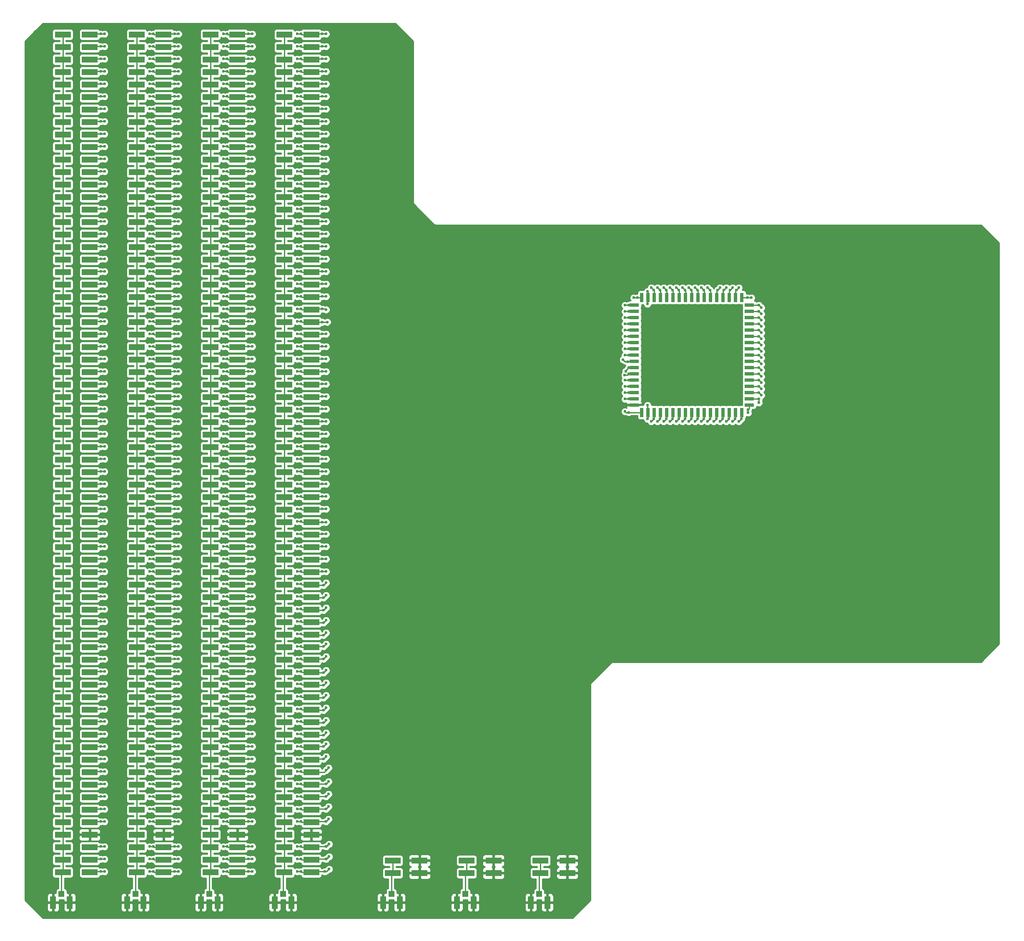
<source format=gbr>
G04 #@! TF.FileFunction,Copper,L1,Top,Signal*
%FSLAX46Y46*%
G04 Gerber Fmt 4.6, Leading zero omitted, Abs format (unit mm)*
G04 Created by KiCad (PCBNEW 4.0.5) date Thursday, May 11, 2017 'PMt' 05:16:29 PM*
%MOMM*%
%LPD*%
G01*
G04 APERTURE LIST*
%ADD10C,0.100000*%
%ADD11R,1.200000X2.500000*%
%ADD12R,1.150000X1.200000*%
%ADD13R,3.180000X1.270000*%
%ADD14R,1.910000X0.700000*%
%ADD15R,0.700000X1.910000*%
%ADD16C,0.600000*%
%ADD17C,0.254000*%
G04 APERTURE END LIST*
D10*
D11*
X115315000Y-211250000D03*
X118685000Y-211250000D03*
D12*
X117000000Y-209520000D03*
D11*
X100315000Y-211250000D03*
X103685000Y-211250000D03*
D12*
X102000000Y-209520000D03*
D11*
X85315000Y-211250000D03*
X88685000Y-211250000D03*
D12*
X87000000Y-209520000D03*
D11*
X70315000Y-211250000D03*
X73685000Y-211250000D03*
D12*
X72000000Y-209520000D03*
D11*
X137315000Y-211250000D03*
X140685000Y-211250000D03*
D12*
X139000000Y-209520000D03*
D13*
X139270000Y-205270000D03*
X139270000Y-202730000D03*
X144730000Y-205270000D03*
X144730000Y-202730000D03*
D11*
X167315000Y-211250000D03*
X170685000Y-211250000D03*
D12*
X169000000Y-209520000D03*
D13*
X169270000Y-205270000D03*
X169270000Y-202730000D03*
X174730000Y-205270000D03*
X174730000Y-202730000D03*
D11*
X152315000Y-211250000D03*
X155685000Y-211250000D03*
D12*
X154000000Y-209520000D03*
D13*
X154270000Y-205270000D03*
X154270000Y-202730000D03*
X159730000Y-205270000D03*
X159730000Y-202730000D03*
X117270000Y-205090000D03*
X117270000Y-202550000D03*
X117270000Y-200010000D03*
X117270000Y-197470000D03*
X117270000Y-194930000D03*
X117270000Y-192390000D03*
X117270000Y-189850000D03*
X117270000Y-187310000D03*
X117270000Y-184770000D03*
X117270000Y-182230000D03*
X117270000Y-179690000D03*
X117270000Y-177150000D03*
X117270000Y-174610000D03*
X117270000Y-172070000D03*
X117270000Y-169530000D03*
X117270000Y-166990000D03*
X117270000Y-164450000D03*
X117270000Y-161910000D03*
X117270000Y-159370000D03*
X117270000Y-156830000D03*
X117270000Y-154290000D03*
X117270000Y-151750000D03*
X117270000Y-149210000D03*
X117270000Y-146670000D03*
X117270000Y-144130000D03*
X117270000Y-141590000D03*
X117270000Y-139050000D03*
X117270000Y-136510000D03*
X117270000Y-133970000D03*
X117270000Y-131430000D03*
X117270000Y-128890000D03*
X117270000Y-126350000D03*
X117270000Y-123810000D03*
X117270000Y-121270000D03*
X117270000Y-118730000D03*
X117270000Y-116190000D03*
X117270000Y-113650000D03*
X117270000Y-111110000D03*
X117270000Y-108570000D03*
X117270000Y-106030000D03*
X117270000Y-103490000D03*
X117270000Y-100950000D03*
X117270000Y-98410000D03*
X117270000Y-95870000D03*
X117270000Y-93330000D03*
X117270000Y-90790000D03*
X117270000Y-88250000D03*
X117270000Y-85710000D03*
X117270000Y-83170000D03*
X117270000Y-80630000D03*
X117270000Y-78090000D03*
X117270000Y-75550000D03*
X117270000Y-73010000D03*
X117270000Y-70470000D03*
X117270000Y-67930000D03*
X117270000Y-65390000D03*
X117270000Y-62850000D03*
X117270000Y-60310000D03*
X117270000Y-57770000D03*
X117270000Y-55230000D03*
X117270000Y-52690000D03*
X117270000Y-50150000D03*
X117270000Y-47610000D03*
X117270000Y-45070000D03*
X117270000Y-42530000D03*
X117270000Y-39990000D03*
X117270000Y-37450000D03*
X117270000Y-34910000D03*
X122730000Y-205090000D03*
X122730000Y-202550000D03*
X122730000Y-200010000D03*
X122730000Y-197470000D03*
X122730000Y-194930000D03*
X122730000Y-192390000D03*
X122730000Y-189850000D03*
X122730000Y-187310000D03*
X122730000Y-184770000D03*
X122730000Y-182230000D03*
X122730000Y-179690000D03*
X122730000Y-177150000D03*
X122730000Y-174610000D03*
X122730000Y-172070000D03*
X122730000Y-169530000D03*
X122730000Y-166990000D03*
X122730000Y-164450000D03*
X122730000Y-161910000D03*
X122730000Y-159370000D03*
X122730000Y-156830000D03*
X122730000Y-154290000D03*
X122730000Y-151750000D03*
X122730000Y-149210000D03*
X122730000Y-146670000D03*
X122730000Y-144130000D03*
X122730000Y-141590000D03*
X122730000Y-139050000D03*
X122730000Y-136510000D03*
X122730000Y-133970000D03*
X122730000Y-131430000D03*
X122730000Y-128890000D03*
X122730000Y-126350000D03*
X122730000Y-123810000D03*
X122730000Y-121270000D03*
X122730000Y-118730000D03*
X122730000Y-116190000D03*
X122730000Y-113650000D03*
X122730000Y-111110000D03*
X122730000Y-108570000D03*
X122730000Y-106030000D03*
X122730000Y-103490000D03*
X122730000Y-100950000D03*
X122730000Y-98410000D03*
X122730000Y-95870000D03*
X122730000Y-93330000D03*
X122730000Y-90790000D03*
X122730000Y-88250000D03*
X122730000Y-85710000D03*
X122730000Y-83170000D03*
X122730000Y-80630000D03*
X122730000Y-78090000D03*
X122730000Y-75550000D03*
X122730000Y-73010000D03*
X122730000Y-70470000D03*
X122730000Y-67930000D03*
X122730000Y-65390000D03*
X122730000Y-62850000D03*
X122730000Y-60310000D03*
X122730000Y-57770000D03*
X122730000Y-55230000D03*
X122730000Y-52690000D03*
X122730000Y-50150000D03*
X122730000Y-47610000D03*
X122730000Y-45070000D03*
X122730000Y-42530000D03*
X122730000Y-39990000D03*
X122730000Y-37450000D03*
X122730000Y-34910000D03*
X102270000Y-205090000D03*
X102270000Y-202550000D03*
X102270000Y-200010000D03*
X102270000Y-197470000D03*
X102270000Y-194930000D03*
X102270000Y-192390000D03*
X102270000Y-189850000D03*
X102270000Y-187310000D03*
X102270000Y-184770000D03*
X102270000Y-182230000D03*
X102270000Y-179690000D03*
X102270000Y-177150000D03*
X102270000Y-174610000D03*
X102270000Y-172070000D03*
X102270000Y-169530000D03*
X102270000Y-166990000D03*
X102270000Y-164450000D03*
X102270000Y-161910000D03*
X102270000Y-159370000D03*
X102270000Y-156830000D03*
X102270000Y-154290000D03*
X102270000Y-151750000D03*
X102270000Y-149210000D03*
X102270000Y-146670000D03*
X102270000Y-144130000D03*
X102270000Y-141590000D03*
X102270000Y-139050000D03*
X102270000Y-136510000D03*
X102270000Y-133970000D03*
X102270000Y-131430000D03*
X102270000Y-128890000D03*
X102270000Y-126350000D03*
X102270000Y-123810000D03*
X102270000Y-121270000D03*
X102270000Y-118730000D03*
X102270000Y-116190000D03*
X102270000Y-113650000D03*
X102270000Y-111110000D03*
X102270000Y-108570000D03*
X102270000Y-106030000D03*
X102270000Y-103490000D03*
X102270000Y-100950000D03*
X102270000Y-98410000D03*
X102270000Y-95870000D03*
X102270000Y-93330000D03*
X102270000Y-90790000D03*
X102270000Y-88250000D03*
X102270000Y-85710000D03*
X102270000Y-83170000D03*
X102270000Y-80630000D03*
X102270000Y-78090000D03*
X102270000Y-75550000D03*
X102270000Y-73010000D03*
X102270000Y-70470000D03*
X102270000Y-67930000D03*
X102270000Y-65390000D03*
X102270000Y-62850000D03*
X102270000Y-60310000D03*
X102270000Y-57770000D03*
X102270000Y-55230000D03*
X102270000Y-52690000D03*
X102270000Y-50150000D03*
X102270000Y-47610000D03*
X102270000Y-45070000D03*
X102270000Y-42530000D03*
X102270000Y-39990000D03*
X102270000Y-37450000D03*
X102270000Y-34910000D03*
X107730000Y-205090000D03*
X107730000Y-202550000D03*
X107730000Y-200010000D03*
X107730000Y-197470000D03*
X107730000Y-194930000D03*
X107730000Y-192390000D03*
X107730000Y-189850000D03*
X107730000Y-187310000D03*
X107730000Y-184770000D03*
X107730000Y-182230000D03*
X107730000Y-179690000D03*
X107730000Y-177150000D03*
X107730000Y-174610000D03*
X107730000Y-172070000D03*
X107730000Y-169530000D03*
X107730000Y-166990000D03*
X107730000Y-164450000D03*
X107730000Y-161910000D03*
X107730000Y-159370000D03*
X107730000Y-156830000D03*
X107730000Y-154290000D03*
X107730000Y-151750000D03*
X107730000Y-149210000D03*
X107730000Y-146670000D03*
X107730000Y-144130000D03*
X107730000Y-141590000D03*
X107730000Y-139050000D03*
X107730000Y-136510000D03*
X107730000Y-133970000D03*
X107730000Y-131430000D03*
X107730000Y-128890000D03*
X107730000Y-126350000D03*
X107730000Y-123810000D03*
X107730000Y-121270000D03*
X107730000Y-118730000D03*
X107730000Y-116190000D03*
X107730000Y-113650000D03*
X107730000Y-111110000D03*
X107730000Y-108570000D03*
X107730000Y-106030000D03*
X107730000Y-103490000D03*
X107730000Y-100950000D03*
X107730000Y-98410000D03*
X107730000Y-95870000D03*
X107730000Y-93330000D03*
X107730000Y-90790000D03*
X107730000Y-88250000D03*
X107730000Y-85710000D03*
X107730000Y-83170000D03*
X107730000Y-80630000D03*
X107730000Y-78090000D03*
X107730000Y-75550000D03*
X107730000Y-73010000D03*
X107730000Y-70470000D03*
X107730000Y-67930000D03*
X107730000Y-65390000D03*
X107730000Y-62850000D03*
X107730000Y-60310000D03*
X107730000Y-57770000D03*
X107730000Y-55230000D03*
X107730000Y-52690000D03*
X107730000Y-50150000D03*
X107730000Y-47610000D03*
X107730000Y-45070000D03*
X107730000Y-42530000D03*
X107730000Y-39990000D03*
X107730000Y-37450000D03*
X107730000Y-34910000D03*
X87270000Y-205090000D03*
X87270000Y-202550000D03*
X87270000Y-200010000D03*
X87270000Y-197470000D03*
X87270000Y-194930000D03*
X87270000Y-192390000D03*
X87270000Y-189850000D03*
X87270000Y-187310000D03*
X87270000Y-184770000D03*
X87270000Y-182230000D03*
X87270000Y-179690000D03*
X87270000Y-177150000D03*
X87270000Y-174610000D03*
X87270000Y-172070000D03*
X87270000Y-169530000D03*
X87270000Y-166990000D03*
X87270000Y-164450000D03*
X87270000Y-161910000D03*
X87270000Y-159370000D03*
X87270000Y-156830000D03*
X87270000Y-154290000D03*
X87270000Y-151750000D03*
X87270000Y-149210000D03*
X87270000Y-146670000D03*
X87270000Y-144130000D03*
X87270000Y-141590000D03*
X87270000Y-139050000D03*
X87270000Y-136510000D03*
X87270000Y-133970000D03*
X87270000Y-131430000D03*
X87270000Y-128890000D03*
X87270000Y-126350000D03*
X87270000Y-123810000D03*
X87270000Y-121270000D03*
X87270000Y-118730000D03*
X87270000Y-116190000D03*
X87270000Y-113650000D03*
X87270000Y-111110000D03*
X87270000Y-108570000D03*
X87270000Y-106030000D03*
X87270000Y-103490000D03*
X87270000Y-100950000D03*
X87270000Y-98410000D03*
X87270000Y-95870000D03*
X87270000Y-93330000D03*
X87270000Y-90790000D03*
X87270000Y-88250000D03*
X87270000Y-85710000D03*
X87270000Y-83170000D03*
X87270000Y-80630000D03*
X87270000Y-78090000D03*
X87270000Y-75550000D03*
X87270000Y-73010000D03*
X87270000Y-70470000D03*
X87270000Y-67930000D03*
X87270000Y-65390000D03*
X87270000Y-62850000D03*
X87270000Y-60310000D03*
X87270000Y-57770000D03*
X87270000Y-55230000D03*
X87270000Y-52690000D03*
X87270000Y-50150000D03*
X87270000Y-47610000D03*
X87270000Y-45070000D03*
X87270000Y-42530000D03*
X87270000Y-39990000D03*
X87270000Y-37450000D03*
X87270000Y-34910000D03*
X92730000Y-205090000D03*
X92730000Y-202550000D03*
X92730000Y-200010000D03*
X92730000Y-197470000D03*
X92730000Y-194930000D03*
X92730000Y-192390000D03*
X92730000Y-189850000D03*
X92730000Y-187310000D03*
X92730000Y-184770000D03*
X92730000Y-182230000D03*
X92730000Y-179690000D03*
X92730000Y-177150000D03*
X92730000Y-174610000D03*
X92730000Y-172070000D03*
X92730000Y-169530000D03*
X92730000Y-166990000D03*
X92730000Y-164450000D03*
X92730000Y-161910000D03*
X92730000Y-159370000D03*
X92730000Y-156830000D03*
X92730000Y-154290000D03*
X92730000Y-151750000D03*
X92730000Y-149210000D03*
X92730000Y-146670000D03*
X92730000Y-144130000D03*
X92730000Y-141590000D03*
X92730000Y-139050000D03*
X92730000Y-136510000D03*
X92730000Y-133970000D03*
X92730000Y-131430000D03*
X92730000Y-128890000D03*
X92730000Y-126350000D03*
X92730000Y-123810000D03*
X92730000Y-121270000D03*
X92730000Y-118730000D03*
X92730000Y-116190000D03*
X92730000Y-113650000D03*
X92730000Y-111110000D03*
X92730000Y-108570000D03*
X92730000Y-106030000D03*
X92730000Y-103490000D03*
X92730000Y-100950000D03*
X92730000Y-98410000D03*
X92730000Y-95870000D03*
X92730000Y-93330000D03*
X92730000Y-90790000D03*
X92730000Y-88250000D03*
X92730000Y-85710000D03*
X92730000Y-83170000D03*
X92730000Y-80630000D03*
X92730000Y-78090000D03*
X92730000Y-75550000D03*
X92730000Y-73010000D03*
X92730000Y-70470000D03*
X92730000Y-67930000D03*
X92730000Y-65390000D03*
X92730000Y-62850000D03*
X92730000Y-60310000D03*
X92730000Y-57770000D03*
X92730000Y-55230000D03*
X92730000Y-52690000D03*
X92730000Y-50150000D03*
X92730000Y-47610000D03*
X92730000Y-45070000D03*
X92730000Y-42530000D03*
X92730000Y-39990000D03*
X92730000Y-37450000D03*
X92730000Y-34910000D03*
X72270000Y-205090000D03*
X72270000Y-202550000D03*
X72270000Y-200010000D03*
X72270000Y-197470000D03*
X72270000Y-194930000D03*
X72270000Y-192390000D03*
X72270000Y-189850000D03*
X72270000Y-187310000D03*
X72270000Y-184770000D03*
X72270000Y-182230000D03*
X72270000Y-179690000D03*
X72270000Y-177150000D03*
X72270000Y-174610000D03*
X72270000Y-172070000D03*
X72270000Y-169530000D03*
X72270000Y-166990000D03*
X72270000Y-164450000D03*
X72270000Y-161910000D03*
X72270000Y-159370000D03*
X72270000Y-156830000D03*
X72270000Y-154290000D03*
X72270000Y-151750000D03*
X72270000Y-149210000D03*
X72270000Y-146670000D03*
X72270000Y-144130000D03*
X72270000Y-141590000D03*
X72270000Y-139050000D03*
X72270000Y-136510000D03*
X72270000Y-133970000D03*
X72270000Y-131430000D03*
X72270000Y-128890000D03*
X72270000Y-126350000D03*
X72270000Y-123810000D03*
X72270000Y-121270000D03*
X72270000Y-118730000D03*
X72270000Y-116190000D03*
X72270000Y-113650000D03*
X72270000Y-111110000D03*
X72270000Y-108570000D03*
X72270000Y-106030000D03*
X72270000Y-103490000D03*
X72270000Y-100950000D03*
X72270000Y-98410000D03*
X72270000Y-95870000D03*
X72270000Y-93330000D03*
X72270000Y-90790000D03*
X72270000Y-88250000D03*
X72270000Y-85710000D03*
X72270000Y-83170000D03*
X72270000Y-80630000D03*
X72270000Y-78090000D03*
X72270000Y-75550000D03*
X72270000Y-73010000D03*
X72270000Y-70470000D03*
X72270000Y-67930000D03*
X72270000Y-65390000D03*
X72270000Y-62850000D03*
X72270000Y-60310000D03*
X72270000Y-57770000D03*
X72270000Y-55230000D03*
X72270000Y-52690000D03*
X72270000Y-50150000D03*
X72270000Y-47610000D03*
X72270000Y-45070000D03*
X72270000Y-42530000D03*
X72270000Y-39990000D03*
X72270000Y-37450000D03*
X72270000Y-34910000D03*
X77730000Y-205090000D03*
X77730000Y-202550000D03*
X77730000Y-200010000D03*
X77730000Y-197470000D03*
X77730000Y-194930000D03*
X77730000Y-192390000D03*
X77730000Y-189850000D03*
X77730000Y-187310000D03*
X77730000Y-184770000D03*
X77730000Y-182230000D03*
X77730000Y-179690000D03*
X77730000Y-177150000D03*
X77730000Y-174610000D03*
X77730000Y-172070000D03*
X77730000Y-169530000D03*
X77730000Y-166990000D03*
X77730000Y-164450000D03*
X77730000Y-161910000D03*
X77730000Y-159370000D03*
X77730000Y-156830000D03*
X77730000Y-154290000D03*
X77730000Y-151750000D03*
X77730000Y-149210000D03*
X77730000Y-146670000D03*
X77730000Y-144130000D03*
X77730000Y-141590000D03*
X77730000Y-139050000D03*
X77730000Y-136510000D03*
X77730000Y-133970000D03*
X77730000Y-131430000D03*
X77730000Y-128890000D03*
X77730000Y-126350000D03*
X77730000Y-123810000D03*
X77730000Y-121270000D03*
X77730000Y-118730000D03*
X77730000Y-116190000D03*
X77730000Y-113650000D03*
X77730000Y-111110000D03*
X77730000Y-108570000D03*
X77730000Y-106030000D03*
X77730000Y-103490000D03*
X77730000Y-100950000D03*
X77730000Y-98410000D03*
X77730000Y-95870000D03*
X77730000Y-93330000D03*
X77730000Y-90790000D03*
X77730000Y-88250000D03*
X77730000Y-85710000D03*
X77730000Y-83170000D03*
X77730000Y-80630000D03*
X77730000Y-78090000D03*
X77730000Y-75550000D03*
X77730000Y-73010000D03*
X77730000Y-70470000D03*
X77730000Y-67930000D03*
X77730000Y-65390000D03*
X77730000Y-62850000D03*
X77730000Y-60310000D03*
X77730000Y-57770000D03*
X77730000Y-55230000D03*
X77730000Y-52690000D03*
X77730000Y-50150000D03*
X77730000Y-47610000D03*
X77730000Y-45070000D03*
X77730000Y-42530000D03*
X77730000Y-39990000D03*
X77730000Y-37450000D03*
X77730000Y-34910000D03*
D14*
X188320000Y-89840000D03*
X188320000Y-91110000D03*
X188320000Y-92380000D03*
X188320000Y-93650000D03*
X188320000Y-94920000D03*
X188320000Y-96190000D03*
X188320000Y-97460000D03*
X188320000Y-98730000D03*
X188320000Y-100000000D03*
X188320000Y-101270000D03*
X188320000Y-102540000D03*
X188320000Y-103810000D03*
X188320000Y-105080000D03*
X188320000Y-106350000D03*
X188320000Y-107620000D03*
X188320000Y-108890000D03*
X188320000Y-110160000D03*
D15*
X189840000Y-111680000D03*
D14*
X211680000Y-91110000D03*
X211680000Y-92380000D03*
X211680000Y-93650000D03*
X211680000Y-94920000D03*
X211680000Y-96190000D03*
X211680000Y-97460000D03*
X211680000Y-98730000D03*
X211680000Y-100000000D03*
X211680000Y-101270000D03*
X211680000Y-102540000D03*
X211680000Y-103810000D03*
X211680000Y-105080000D03*
X211680000Y-106350000D03*
X211680000Y-107620000D03*
X211680000Y-108890000D03*
X211680000Y-110160000D03*
D15*
X189840000Y-88320000D03*
X191110000Y-88320000D03*
X192380000Y-88320000D03*
X193650000Y-88320000D03*
X194920000Y-88320000D03*
X196190000Y-88320000D03*
X197460000Y-88320000D03*
X198730000Y-88320000D03*
X200000000Y-88320000D03*
X201270000Y-88320000D03*
X202540000Y-88320000D03*
X203810000Y-88320000D03*
X205080000Y-88320000D03*
X206350000Y-88320000D03*
X207620000Y-88320000D03*
X208890000Y-88320000D03*
X210160000Y-88320000D03*
X191110000Y-111680000D03*
X192380000Y-111680000D03*
X193650000Y-111680000D03*
X194920000Y-111680000D03*
X196190000Y-111680000D03*
X197460000Y-111680000D03*
X198730000Y-111680000D03*
X200000000Y-111680000D03*
X201270000Y-111680000D03*
X202540000Y-111680000D03*
X203810000Y-111680000D03*
X205080000Y-111680000D03*
X206350000Y-111680000D03*
X207620000Y-111680000D03*
X208890000Y-111680000D03*
X210160000Y-111680000D03*
D14*
X211680000Y-89840000D03*
D16*
X67500000Y-205000000D03*
X67500000Y-200000000D03*
X67500000Y-195000000D03*
X67500000Y-190000000D03*
X67500000Y-185000000D03*
X67500000Y-180000000D03*
X67500000Y-175000000D03*
X67500000Y-170000000D03*
X67500000Y-165000000D03*
X67500000Y-160000000D03*
X67500000Y-155000000D03*
X67500000Y-150000000D03*
X67500000Y-145000000D03*
X67500000Y-140000000D03*
X67500000Y-135000000D03*
X67500000Y-130000000D03*
X67500000Y-125000000D03*
X67500000Y-120000000D03*
X67500000Y-115000000D03*
X67500000Y-110000000D03*
X67500000Y-105000000D03*
X67500000Y-100000000D03*
X67500000Y-95000000D03*
X67500000Y-90000000D03*
X67500000Y-85000000D03*
X67500000Y-80000000D03*
X67500000Y-75000000D03*
X67500000Y-70000000D03*
X67500000Y-65000000D03*
X67500000Y-60000000D03*
X67500000Y-55000000D03*
X67500000Y-50000000D03*
X67500000Y-45000000D03*
X67500000Y-40000000D03*
X67500000Y-35000000D03*
X130000000Y-35000000D03*
X135000000Y-35000000D03*
X140000000Y-35000000D03*
X140000000Y-40000000D03*
X135000000Y-40000000D03*
X140000000Y-45000000D03*
X67500000Y-210000000D03*
X80000000Y-210000000D03*
X95000000Y-210000000D03*
X110000000Y-210000000D03*
X125000000Y-210000000D03*
X130000000Y-205000000D03*
X130000000Y-210000000D03*
X135000000Y-210000000D03*
X135000000Y-205000000D03*
X175000000Y-210000000D03*
X160000000Y-210000000D03*
X165000000Y-210000000D03*
X165000000Y-205000000D03*
X215000000Y-150000000D03*
X210000000Y-150000000D03*
X205000000Y-150000000D03*
X200000000Y-150000000D03*
X195000000Y-150000000D03*
X200000000Y-145000000D03*
X205000000Y-145000000D03*
X210000000Y-145000000D03*
X215000000Y-145000000D03*
X220000000Y-145000000D03*
X225000000Y-140000000D03*
X220000000Y-140000000D03*
X215000000Y-140000000D03*
X210000000Y-140000000D03*
X205000000Y-140000000D03*
X210000000Y-135000000D03*
X215000000Y-135000000D03*
X220000000Y-135000000D03*
X225000000Y-135000000D03*
X230000000Y-135000000D03*
X235000000Y-130000000D03*
X230000000Y-130000000D03*
X225000000Y-130000000D03*
X220000000Y-130000000D03*
X215000000Y-130000000D03*
X220000000Y-125000000D03*
X225000000Y-125000000D03*
X230000000Y-125000000D03*
X235000000Y-125000000D03*
X240000000Y-125000000D03*
X245000000Y-120000000D03*
X240000000Y-120000000D03*
X235000000Y-120000000D03*
X230000000Y-120000000D03*
X225000000Y-120000000D03*
X230000000Y-115000000D03*
X235000000Y-115000000D03*
X240000000Y-115000000D03*
X245000000Y-115000000D03*
X245000000Y-110000000D03*
X240000000Y-110000000D03*
X235000000Y-110000000D03*
X230000000Y-110000000D03*
X230000000Y-105000000D03*
X235000000Y-105000000D03*
X240000000Y-105000000D03*
X245000000Y-105000000D03*
X245000000Y-100000000D03*
X240000000Y-100000000D03*
X235000000Y-100000000D03*
X230000000Y-100000000D03*
X225000000Y-95000000D03*
X230000000Y-95000000D03*
X235000000Y-95000000D03*
X240000000Y-95000000D03*
X245000000Y-95000000D03*
X240000000Y-90000000D03*
X235000000Y-90000000D03*
X230000000Y-90000000D03*
X225000000Y-90000000D03*
X220000000Y-90000000D03*
X210000000Y-90000000D03*
X205000000Y-90000000D03*
X200000000Y-90000000D03*
X195000000Y-90000000D03*
X190000000Y-95000000D03*
X195000000Y-95000000D03*
X200000000Y-95000000D03*
X205000000Y-95000000D03*
X210000000Y-95000000D03*
X210000000Y-110000000D03*
X205000000Y-110000000D03*
X200000000Y-110000000D03*
X195000000Y-110000000D03*
X190000000Y-105000000D03*
X190000000Y-100000000D03*
X195000000Y-100000000D03*
X200000000Y-100000000D03*
X205000000Y-100000000D03*
X210000000Y-100000000D03*
X210000000Y-105000000D03*
X205000000Y-105000000D03*
X200000000Y-105000000D03*
X195000000Y-105000000D03*
X170000000Y-115000000D03*
X165000000Y-115000000D03*
X160000000Y-115000000D03*
X155000000Y-115000000D03*
X155000000Y-110000000D03*
X160000000Y-110000000D03*
X165000000Y-110000000D03*
X170000000Y-110000000D03*
X170000000Y-105000000D03*
X165000000Y-105000000D03*
X160000000Y-105000000D03*
X155000000Y-105000000D03*
X150000000Y-100000000D03*
X155000000Y-100000000D03*
X160000000Y-100000000D03*
X165000000Y-100000000D03*
X170000000Y-100000000D03*
X170000000Y-95000000D03*
X165000000Y-95000000D03*
X160000000Y-95000000D03*
X155000000Y-95000000D03*
X150000000Y-95000000D03*
X155000000Y-90000000D03*
X160000000Y-90000000D03*
X165000000Y-90000000D03*
X170000000Y-90000000D03*
X195000000Y-75000000D03*
X200000000Y-75000000D03*
X200000000Y-80000000D03*
X205000000Y-85000000D03*
X205000000Y-80000000D03*
X205000000Y-75000000D03*
X210000000Y-80000000D03*
X210000000Y-75000000D03*
X215000000Y-80000000D03*
X215000000Y-75000000D03*
X220000000Y-80000000D03*
X225000000Y-80000000D03*
X220000000Y-75000000D03*
X225000000Y-75000000D03*
X230000000Y-75000000D03*
X230000000Y-80000000D03*
X235000000Y-80000000D03*
X235000000Y-75000000D03*
X240000000Y-75000000D03*
X245000000Y-75000000D03*
X250000000Y-75000000D03*
X255000000Y-75000000D03*
X260000000Y-115000000D03*
X260000000Y-110000000D03*
X260000000Y-105000000D03*
X260000000Y-100000000D03*
X260000000Y-95000000D03*
X255000000Y-90000000D03*
X260000000Y-90000000D03*
X260000000Y-85000000D03*
X260000000Y-80000000D03*
X255000000Y-80000000D03*
X255000000Y-85000000D03*
X250000000Y-85000000D03*
X250000000Y-80000000D03*
X245000000Y-80000000D03*
X240000000Y-80000000D03*
X245000000Y-85000000D03*
X250000000Y-90000000D03*
X255000000Y-95000000D03*
X255000000Y-100000000D03*
X255000000Y-105000000D03*
X255000000Y-110000000D03*
X255000000Y-115000000D03*
X255000000Y-120000000D03*
X260000000Y-120000000D03*
X255000000Y-125000000D03*
X260000000Y-125000000D03*
X260000000Y-130000000D03*
X255000000Y-130000000D03*
X250000000Y-130000000D03*
X245000000Y-135000000D03*
X250000000Y-135000000D03*
X255000000Y-135000000D03*
X260000000Y-135000000D03*
X260000000Y-140000000D03*
X255000000Y-140000000D03*
X250000000Y-140000000D03*
X245000000Y-140000000D03*
X240000000Y-140000000D03*
X235000000Y-145000000D03*
X240000000Y-145000000D03*
X245000000Y-145000000D03*
X250000000Y-145000000D03*
X255000000Y-145000000D03*
X260000000Y-145000000D03*
X260000000Y-150000000D03*
X255000000Y-150000000D03*
X250000000Y-150000000D03*
X245000000Y-150000000D03*
X240000000Y-150000000D03*
X235000000Y-150000000D03*
X230000000Y-150000000D03*
X225000000Y-155000000D03*
X230000000Y-155000000D03*
X235000000Y-155000000D03*
X240000000Y-155000000D03*
X245000000Y-155000000D03*
X250000000Y-155000000D03*
X255000000Y-155000000D03*
X260000000Y-155000000D03*
X260000000Y-160000000D03*
X255000000Y-160000000D03*
X250000000Y-160000000D03*
X245000000Y-160000000D03*
X240000000Y-160000000D03*
X235000000Y-160000000D03*
X230000000Y-160000000D03*
X225000000Y-160000000D03*
X220000000Y-160000000D03*
X215000000Y-160000000D03*
X210000000Y-160000000D03*
X205000000Y-160000000D03*
X200000000Y-160000000D03*
X195000000Y-160000000D03*
X190000000Y-160000000D03*
X180000000Y-165000000D03*
X185000000Y-160000000D03*
X180000000Y-160000000D03*
X175000000Y-160000000D03*
X170000000Y-165000000D03*
X175000000Y-165000000D03*
X175000000Y-170000000D03*
X170000000Y-170000000D03*
X165000000Y-170000000D03*
X160000000Y-175000000D03*
X165000000Y-175000000D03*
X170000000Y-175000000D03*
X175000000Y-175000000D03*
X175000000Y-180000000D03*
X170000000Y-180000000D03*
X165000000Y-180000000D03*
X160000000Y-180000000D03*
X155000000Y-180000000D03*
X155000000Y-185000000D03*
X160000000Y-185000000D03*
X165000000Y-185000000D03*
X170000000Y-185000000D03*
X175000000Y-185000000D03*
X175000000Y-190000000D03*
X170000000Y-190000000D03*
X165000000Y-190000000D03*
X160000000Y-190000000D03*
X155000000Y-190000000D03*
X150000000Y-190000000D03*
X150000000Y-185000000D03*
X145000000Y-190000000D03*
X140000000Y-195000000D03*
X135000000Y-200000000D03*
X140000000Y-200000000D03*
X145000000Y-200000000D03*
X145000000Y-195000000D03*
X150000000Y-195000000D03*
X155000000Y-195000000D03*
X160000000Y-195000000D03*
X165000000Y-195000000D03*
X170000000Y-195000000D03*
X175000000Y-195000000D03*
X175000000Y-200000000D03*
X170000000Y-200000000D03*
X165000000Y-200000000D03*
X160000000Y-200000000D03*
X155000000Y-200000000D03*
X150000000Y-200000000D03*
X150000000Y-205000000D03*
X150000000Y-210000000D03*
X145000000Y-210000000D03*
X80744000Y-197358000D03*
X95744000Y-197358000D03*
X110744000Y-197358000D03*
X79982000Y-197358000D03*
X94982000Y-197358000D03*
X109982000Y-197358000D03*
X89888000Y-197358000D03*
X104888000Y-197358000D03*
X119888000Y-197358000D03*
X90650000Y-197358000D03*
X105650000Y-197358000D03*
X120650000Y-197358000D03*
X187198000Y-110160000D03*
X126238000Y-196850000D03*
X125730000Y-197358000D03*
X186436000Y-110236000D03*
X126365000Y-204470000D03*
X80744000Y-204978000D03*
X95744000Y-204978000D03*
X79982000Y-204978000D03*
X94982000Y-204978000D03*
X89888000Y-204978000D03*
X104888000Y-204978000D03*
X90650000Y-204978000D03*
X105650000Y-204978000D03*
X110744000Y-204978000D03*
X109982000Y-204978000D03*
X119888000Y-204978000D03*
X120650000Y-204978000D03*
X214122000Y-99314000D03*
X125476000Y-204978000D03*
X213614000Y-98806000D03*
X126365000Y-201930000D03*
X80744000Y-202438000D03*
X95744000Y-202438000D03*
X110744000Y-202438000D03*
X79982000Y-202438000D03*
X94982000Y-202438000D03*
X109982000Y-202438000D03*
X89888000Y-202438000D03*
X104888000Y-202438000D03*
X119888000Y-202438000D03*
X90650000Y-202438000D03*
X105650000Y-202438000D03*
X120650000Y-202438000D03*
X214122000Y-100584000D03*
X125730000Y-202438000D03*
X213614000Y-100076000D03*
X126365000Y-199390000D03*
X211455054Y-111760000D03*
X211455000Y-111125000D03*
X80744000Y-199898000D03*
X95744000Y-199898000D03*
X110744000Y-199898000D03*
X79982000Y-199898000D03*
X94982000Y-199898000D03*
X109982000Y-199898000D03*
X89888000Y-199898000D03*
X104888000Y-199898000D03*
X119888000Y-199898000D03*
X90650000Y-199898000D03*
X105650000Y-199898000D03*
X120650000Y-199898000D03*
X125730000Y-199898000D03*
X187198000Y-98806000D03*
X186436000Y-98806000D03*
X80744000Y-194818000D03*
X95744000Y-194818000D03*
X110744000Y-194818000D03*
X79982000Y-194818000D03*
X94982000Y-194818000D03*
X109982000Y-194818000D03*
X89888000Y-194818000D03*
X104888000Y-194818000D03*
X119888000Y-194818000D03*
X90650000Y-194818000D03*
X105650000Y-194818000D03*
X120650000Y-194818000D03*
X126238000Y-194310000D03*
X125730000Y-194818000D03*
X187198000Y-97536000D03*
X186436000Y-97536000D03*
X80744000Y-192278000D03*
X95744000Y-192278000D03*
X110744000Y-192278000D03*
X79982000Y-192278000D03*
X94982000Y-192278000D03*
X109982000Y-192278000D03*
X89888000Y-192278000D03*
X104888000Y-192278000D03*
X119888000Y-192278000D03*
X90650000Y-192278000D03*
X105650000Y-192278000D03*
X120650000Y-192278000D03*
X126238000Y-191770000D03*
X125730000Y-192278000D03*
X187198000Y-96266000D03*
X186436000Y-96266000D03*
X80744000Y-189738000D03*
X95744000Y-189738000D03*
X110744000Y-189738000D03*
X79982000Y-189738000D03*
X94982000Y-189738000D03*
X109982000Y-189738000D03*
X89888000Y-189738000D03*
X104888000Y-189738000D03*
X119888000Y-189738000D03*
X90650000Y-189738000D03*
X105650000Y-189738000D03*
X120650000Y-189738000D03*
X126238000Y-189230000D03*
X125730000Y-189738000D03*
X186435992Y-94996000D03*
X80744000Y-187198000D03*
X95744000Y-187198000D03*
X110744000Y-187198000D03*
X79982000Y-187198000D03*
X94982000Y-187198000D03*
X109982000Y-187198000D03*
X89888000Y-187198000D03*
X104888000Y-187198000D03*
X119888000Y-187198000D03*
X90650000Y-187198000D03*
X105650000Y-187198000D03*
X120650000Y-187198000D03*
X187198000Y-94920000D03*
X126238000Y-186690000D03*
X125730000Y-187198000D03*
X187198000Y-93726000D03*
X186436006Y-93726000D03*
X80744000Y-184658000D03*
X95744000Y-184658000D03*
X110744000Y-184658000D03*
X79982000Y-184658000D03*
X94982000Y-184658000D03*
X109982000Y-184658000D03*
X89888000Y-184658000D03*
X104888000Y-184658000D03*
X119888000Y-184658000D03*
X90650000Y-184658000D03*
X105650000Y-184658000D03*
X120650000Y-184658000D03*
X126238000Y-183896000D03*
X125730000Y-184404000D03*
X186436000Y-92456000D03*
X187198000Y-92456000D03*
X80744000Y-182118000D03*
X95744000Y-182118000D03*
X110744000Y-182118000D03*
X79982000Y-182118000D03*
X94982000Y-182118000D03*
X109982000Y-182118000D03*
X89888000Y-182118000D03*
X104888000Y-182118000D03*
X119888000Y-182118000D03*
X90650000Y-182118000D03*
X105650000Y-182118000D03*
X120650000Y-182118000D03*
X125730000Y-181610000D03*
X125222000Y-182118000D03*
X187198000Y-91186000D03*
X186436000Y-91186008D03*
X80744000Y-179578000D03*
X95744000Y-179578000D03*
X110744000Y-179578000D03*
X79982000Y-179578000D03*
X94982000Y-179578000D03*
X109982000Y-179578000D03*
X89888000Y-179578000D03*
X104888000Y-179578000D03*
X119888000Y-179578000D03*
X90650000Y-179578000D03*
X105650000Y-179578000D03*
X120650000Y-179578000D03*
X125730000Y-179070000D03*
X125222000Y-179578000D03*
X186436000Y-89916000D03*
X187198000Y-89916000D03*
X80744000Y-177038000D03*
X95744000Y-177038000D03*
X110744000Y-177038000D03*
X79982000Y-177038000D03*
X94982000Y-177038000D03*
X109982000Y-177038000D03*
X89888000Y-177038000D03*
X104888000Y-177038000D03*
X119888000Y-177038000D03*
X90650000Y-177038000D03*
X105650000Y-177038000D03*
X120650000Y-177038000D03*
X125730000Y-176784000D03*
X125222000Y-177292000D03*
X188976000Y-88392000D03*
X80744000Y-174498000D03*
X95744000Y-174498000D03*
X110744000Y-174498000D03*
X79982000Y-174498000D03*
X94982000Y-174498000D03*
X109982000Y-174498000D03*
X89888000Y-174498000D03*
X104888000Y-174498000D03*
X119888000Y-174498000D03*
X90650000Y-174498000D03*
X105650000Y-174498000D03*
X120650000Y-174498000D03*
X125730000Y-174244000D03*
X125222000Y-174752000D03*
X188214000Y-88392000D03*
X80744000Y-171958000D03*
X95744000Y-171958000D03*
X110744000Y-171958000D03*
X79982000Y-171958000D03*
X94982000Y-171958000D03*
X109982000Y-171958000D03*
X89888000Y-171958000D03*
X104888000Y-171958000D03*
X119888000Y-171958000D03*
X90650000Y-171958000D03*
X105650000Y-171958000D03*
X120650000Y-171958000D03*
X191008000Y-89662000D03*
X125730000Y-171704000D03*
X125222000Y-172212000D03*
X191008000Y-87122000D03*
X191770000Y-86360000D03*
X192278000Y-86868000D03*
X80744000Y-169418000D03*
X95744000Y-169418000D03*
X110744000Y-169418000D03*
X79982000Y-169418000D03*
X94982000Y-169418000D03*
X109982000Y-169418000D03*
X89888000Y-169418000D03*
X104888000Y-169418000D03*
X119888000Y-169418000D03*
X90650000Y-169418000D03*
X105650000Y-169418000D03*
X120650000Y-169418000D03*
X125730000Y-169164000D03*
X125222000Y-169672000D03*
X193548000Y-86868000D03*
X193040014Y-86360000D03*
X80744000Y-166878000D03*
X95744000Y-166878000D03*
X110744000Y-166878000D03*
X79982000Y-166878000D03*
X94982000Y-166878000D03*
X109982000Y-166878000D03*
X89888000Y-166878000D03*
X104888000Y-166878000D03*
X119888000Y-166878000D03*
X90650000Y-166878000D03*
X105650000Y-166878000D03*
X120650000Y-166878000D03*
X125730000Y-166624000D03*
X125222000Y-167132000D03*
X80744000Y-164338000D03*
X95744000Y-164338000D03*
X110744000Y-164338000D03*
X79982000Y-164338000D03*
X94982000Y-164338000D03*
X109982000Y-164338000D03*
X89888000Y-164338000D03*
X104888000Y-164338000D03*
X119888000Y-164338000D03*
X90650000Y-164338000D03*
X105650000Y-164338000D03*
X120650000Y-164338000D03*
X194310000Y-86360000D03*
X125730000Y-164084000D03*
X125222000Y-164592000D03*
X194818000Y-86868000D03*
X80744000Y-161798000D03*
X95744000Y-161798000D03*
X110744000Y-161798000D03*
X79982000Y-161798000D03*
X94982000Y-161798000D03*
X109982000Y-161798000D03*
X89888000Y-161798000D03*
X104888000Y-161798000D03*
X119888000Y-161798000D03*
X90650000Y-161798000D03*
X105650000Y-161798000D03*
X120650000Y-161798000D03*
X195580000Y-86360000D03*
X125730000Y-161290000D03*
X125222000Y-161798000D03*
X196088000Y-86868000D03*
X80744000Y-159258000D03*
X95744000Y-159258000D03*
X110744000Y-159258000D03*
X79982000Y-159258000D03*
X94982000Y-159258000D03*
X109982000Y-159258000D03*
X89888000Y-159258000D03*
X104888000Y-159258000D03*
X119888000Y-159258000D03*
X90650000Y-159258000D03*
X105650000Y-159258000D03*
X120650000Y-159258000D03*
X196850000Y-86360000D03*
X125730000Y-158750000D03*
X125222000Y-159258000D03*
X197358000Y-86868000D03*
X80744000Y-156718000D03*
X95744000Y-156718000D03*
X110744000Y-156718000D03*
X79982000Y-156718000D03*
X94982000Y-156718000D03*
X109982000Y-156718000D03*
X89888000Y-156718000D03*
X104888000Y-156718000D03*
X119888000Y-156718000D03*
X90650000Y-156718000D03*
X105650000Y-156718000D03*
X120650000Y-156718000D03*
X198120000Y-86360000D03*
X125730000Y-156464000D03*
X125222000Y-156972000D03*
X198628000Y-86868000D03*
X80744000Y-154178000D03*
X95744000Y-154178000D03*
X110744000Y-154178000D03*
X79982000Y-154178000D03*
X94982000Y-154178000D03*
X109982000Y-154178000D03*
X89888000Y-154178000D03*
X104888000Y-154178000D03*
X119888000Y-154178000D03*
X90650000Y-154178000D03*
X105650000Y-154178000D03*
X120650000Y-154178000D03*
X199390000Y-86360000D03*
X125730000Y-153924000D03*
X125222000Y-154432000D03*
X199898000Y-86868000D03*
X80744000Y-151638000D03*
X95744000Y-151638000D03*
X110744000Y-151638000D03*
X79982000Y-151638000D03*
X94982000Y-151638000D03*
X109982000Y-151638000D03*
X89888000Y-151638000D03*
X104888000Y-151638000D03*
X119888000Y-151638000D03*
X90650000Y-151638000D03*
X105650000Y-151638000D03*
X120650000Y-151638000D03*
X200660000Y-86360000D03*
X125730000Y-151384000D03*
X125222000Y-151892000D03*
X201168000Y-86868000D03*
X80744000Y-149098000D03*
X95744000Y-149098000D03*
X110744000Y-149098000D03*
X79982000Y-149098000D03*
X94982000Y-149098000D03*
X109982000Y-149098000D03*
X89888000Y-149098000D03*
X104888000Y-149098000D03*
X119888000Y-149098000D03*
X90650000Y-149098000D03*
X105650000Y-149098000D03*
X120650000Y-149098000D03*
X201930000Y-86360000D03*
X125730000Y-148844000D03*
X125222000Y-149352000D03*
X202438000Y-86868000D03*
X80744000Y-146558000D03*
X95744000Y-146558000D03*
X110744000Y-146558000D03*
X79982000Y-146558000D03*
X94982000Y-146558000D03*
X109982000Y-146558000D03*
X89888000Y-146558000D03*
X104888000Y-146558000D03*
X119888000Y-146558000D03*
X90650000Y-146558000D03*
X105650000Y-146558000D03*
X120650000Y-146558000D03*
X203200000Y-86360000D03*
X125730000Y-146304000D03*
X125222000Y-146812000D03*
X203708000Y-86868000D03*
X80744000Y-144018000D03*
X95744000Y-144018000D03*
X110744000Y-144018000D03*
X79982000Y-144018000D03*
X94982000Y-144018000D03*
X109982000Y-144018000D03*
X89888000Y-144018000D03*
X104888000Y-144018000D03*
X119888000Y-144018000D03*
X90650000Y-144018000D03*
X105650000Y-144018000D03*
X120650000Y-144018000D03*
X205740000Y-86360000D03*
X125730000Y-144018000D03*
X124968000Y-144018000D03*
X205232000Y-86868000D03*
X80744000Y-141478000D03*
X95744000Y-141478000D03*
X110744000Y-141478000D03*
X79982000Y-141478000D03*
X94982000Y-141478000D03*
X109982000Y-141478000D03*
X89888000Y-141478000D03*
X104888000Y-141478000D03*
X119888000Y-141478000D03*
X90650000Y-141478000D03*
X105650000Y-141478000D03*
X120650000Y-141478000D03*
X207010000Y-86360000D03*
X125730000Y-141478000D03*
X124968000Y-141478000D03*
X206502000Y-86868000D03*
X80744000Y-138938000D03*
X95744000Y-138938000D03*
X110744000Y-138938000D03*
X79982000Y-138938000D03*
X94982000Y-138938000D03*
X109982000Y-138938000D03*
X89888000Y-138938000D03*
X104888000Y-138938000D03*
X119888000Y-138938000D03*
X90650000Y-138938000D03*
X105650000Y-138938000D03*
X120650000Y-138938000D03*
X208280000Y-86360000D03*
X125730000Y-138938000D03*
X124968000Y-138938000D03*
X207772000Y-86868000D03*
X209550000Y-86360000D03*
X80744000Y-136398000D03*
X95744000Y-136398000D03*
X110744000Y-136398000D03*
X79982000Y-136398000D03*
X94982000Y-136398000D03*
X109982000Y-136398000D03*
X89888000Y-136398000D03*
X104888000Y-136398000D03*
X119888000Y-136398000D03*
X90650000Y-136398000D03*
X105650000Y-136398000D03*
X120650000Y-136398000D03*
X125730000Y-136398000D03*
X124968000Y-136398000D03*
X209042000Y-86868000D03*
X80744000Y-133858000D03*
X95744000Y-133858000D03*
X110744000Y-133858000D03*
X79982000Y-133858000D03*
X94982000Y-133858000D03*
X109982000Y-133858000D03*
X89888000Y-133858000D03*
X104888000Y-133858000D03*
X119888000Y-133858000D03*
X90650000Y-133858000D03*
X105650000Y-133858000D03*
X120650000Y-133858000D03*
X212090000Y-88392000D03*
X125730000Y-133970000D03*
X124968000Y-133970000D03*
X211328000Y-88392000D03*
X80744000Y-131318000D03*
X95744000Y-131318000D03*
X110744000Y-131318000D03*
X79982000Y-131318000D03*
X94982000Y-131318000D03*
X109982000Y-131318000D03*
X89888000Y-131318000D03*
X104888000Y-131318000D03*
X119888000Y-131318000D03*
X90650000Y-131318000D03*
X105650000Y-131318000D03*
X120650000Y-131318000D03*
X214122000Y-90424000D03*
X125730000Y-131318000D03*
X124968000Y-131318000D03*
X213614000Y-89916000D03*
X80744000Y-128778000D03*
X95744000Y-128778000D03*
X110744000Y-128778000D03*
X79982000Y-128778000D03*
X94982000Y-128778000D03*
X109982000Y-128778000D03*
X89888000Y-128778000D03*
X104888000Y-128778000D03*
X119888000Y-128778000D03*
X90650000Y-128778000D03*
X105650000Y-128778000D03*
X120650000Y-128778000D03*
X214122000Y-91694000D03*
X125730000Y-128778000D03*
X124968000Y-128778000D03*
X213614000Y-91186000D03*
X80744000Y-126238000D03*
X95744000Y-126238000D03*
X110744000Y-126238000D03*
X79982000Y-126238000D03*
X94982000Y-126238000D03*
X109982000Y-126238000D03*
X89888000Y-126238000D03*
X104888000Y-126238000D03*
X119888000Y-126238000D03*
X90650000Y-126238000D03*
X105650000Y-126238000D03*
X120650000Y-126238000D03*
X214122000Y-92964000D03*
X125730000Y-126238000D03*
X124968000Y-126238000D03*
X213614000Y-92456000D03*
X80744000Y-123698000D03*
X95744000Y-123698000D03*
X110744000Y-123698000D03*
X79982000Y-123698000D03*
X94982000Y-123698000D03*
X109982000Y-123698000D03*
X89888000Y-123698000D03*
X104888000Y-123698000D03*
X119888000Y-123698000D03*
X90650000Y-123698000D03*
X105650000Y-123698000D03*
X120650000Y-123698000D03*
X214122000Y-94234000D03*
X125730000Y-123698000D03*
X124968000Y-123698000D03*
X213614000Y-93726000D03*
X80744000Y-121158000D03*
X95744000Y-121158000D03*
X110744000Y-121158000D03*
X79982000Y-121158000D03*
X94982000Y-121158000D03*
X109982000Y-121158000D03*
X89888000Y-121158000D03*
X104888000Y-121158000D03*
X119888000Y-121158000D03*
X90650000Y-121158000D03*
X105650000Y-121158000D03*
X120650000Y-121158000D03*
X214122000Y-95504000D03*
X125730000Y-121158000D03*
X124968000Y-121158000D03*
X213614000Y-94996000D03*
X80744000Y-118618000D03*
X95744000Y-118618000D03*
X110744000Y-118618000D03*
X79982000Y-118618000D03*
X94982000Y-118618000D03*
X109982000Y-118618000D03*
X89888000Y-118618000D03*
X104888000Y-118618000D03*
X119888000Y-118618000D03*
X90650000Y-118618000D03*
X105650000Y-118618000D03*
X120650000Y-118618000D03*
X214122000Y-96774000D03*
X125730000Y-118618000D03*
X124968000Y-118618000D03*
X213614000Y-96266000D03*
X80744000Y-116078000D03*
X95744000Y-116078000D03*
X110744000Y-116078000D03*
X79982000Y-116078000D03*
X94982000Y-116078000D03*
X109982000Y-116078000D03*
X89888000Y-116078000D03*
X104888000Y-116078000D03*
X119888000Y-116078000D03*
X90650000Y-116078000D03*
X105650000Y-116078000D03*
X120650000Y-116078000D03*
X214122000Y-98044000D03*
X125730000Y-116078000D03*
X124968000Y-116078000D03*
X213614000Y-97536000D03*
X80744000Y-113538000D03*
X95744000Y-113538000D03*
X110744000Y-113538000D03*
X79982000Y-113538000D03*
X94982000Y-113538000D03*
X109982000Y-113538000D03*
X89888000Y-113538000D03*
X104888000Y-113538000D03*
X119888000Y-113538000D03*
X90650000Y-113538000D03*
X105650000Y-113538000D03*
X120650000Y-113538000D03*
X214122000Y-101854000D03*
X125730000Y-113538000D03*
X124968000Y-113538000D03*
X213614000Y-101346000D03*
X80744000Y-110998000D03*
X95744000Y-110998000D03*
X110744000Y-110998000D03*
X79982000Y-110998000D03*
X94982000Y-110998000D03*
X109982000Y-110998000D03*
X89888000Y-110998000D03*
X104888000Y-110998000D03*
X119888000Y-110998000D03*
X90650000Y-110998000D03*
X105650000Y-110998000D03*
X120650000Y-110998000D03*
X214122000Y-103124000D03*
X125730000Y-110998000D03*
X124968000Y-110998000D03*
X213614000Y-102616000D03*
X80744000Y-108458000D03*
X95744000Y-108458000D03*
X110744000Y-108458000D03*
X79982000Y-108458000D03*
X94982000Y-108458000D03*
X109982000Y-108458000D03*
X89888000Y-108458000D03*
X104888000Y-108458000D03*
X119888000Y-108458000D03*
X90650000Y-108458000D03*
X105650000Y-108458000D03*
X120650000Y-108458000D03*
X214122000Y-104394000D03*
X125730000Y-108458000D03*
X124968000Y-108458000D03*
X213614000Y-103886000D03*
X80744000Y-105918000D03*
X95744000Y-105918000D03*
X110744000Y-105918000D03*
X79982000Y-105918000D03*
X94982000Y-105918000D03*
X109982000Y-105918000D03*
X89888000Y-105918000D03*
X104888000Y-105918000D03*
X119888000Y-105918000D03*
X90650000Y-105918000D03*
X105650000Y-105918000D03*
X120650000Y-105918000D03*
X214122000Y-105664000D03*
X125730000Y-105918000D03*
X124968000Y-105918000D03*
X213614000Y-105156000D03*
X80744000Y-103378000D03*
X95744000Y-103378000D03*
X110744000Y-103378000D03*
X79982000Y-103378000D03*
X94982000Y-103378000D03*
X109982000Y-103378000D03*
X89888000Y-103378000D03*
X104888000Y-103378000D03*
X119888000Y-103378000D03*
X90650000Y-103378000D03*
X105650000Y-103378000D03*
X120650000Y-103378000D03*
X214122000Y-106934000D03*
X125730000Y-103378000D03*
X124968000Y-103378000D03*
X213614000Y-106426000D03*
X80744000Y-100838000D03*
X95744000Y-100838000D03*
X110744000Y-100838000D03*
X79982000Y-100838000D03*
X94982000Y-100838000D03*
X109982000Y-100838000D03*
X89888000Y-100838000D03*
X104888000Y-100838000D03*
X119888000Y-100838000D03*
X90650000Y-100838000D03*
X105650000Y-100838000D03*
X120650000Y-100838000D03*
X214122000Y-108204000D03*
X125730000Y-100838000D03*
X124968000Y-100838000D03*
X213614000Y-107696000D03*
X80744000Y-98298000D03*
X95744000Y-98298000D03*
X110744000Y-98298000D03*
X79982000Y-98298000D03*
X94982000Y-98298000D03*
X109982000Y-98298000D03*
X89888000Y-98298000D03*
X104888000Y-98298000D03*
X119888000Y-98298000D03*
X90650000Y-98298000D03*
X105650000Y-98298000D03*
X120650000Y-98298000D03*
X213614000Y-109728000D03*
X125730000Y-98298000D03*
X124968000Y-98298000D03*
X213614000Y-108966000D03*
X80744000Y-95758000D03*
X95744000Y-95758000D03*
X110744000Y-95758000D03*
X79982000Y-95758000D03*
X94982000Y-95758000D03*
X109982000Y-95758000D03*
X89888000Y-95758000D03*
X104888000Y-95758000D03*
X119888000Y-95758000D03*
X90650000Y-95758000D03*
X105650000Y-95758000D03*
X120650000Y-95758000D03*
X209550000Y-113538000D03*
X125730000Y-95758000D03*
X124968000Y-95758000D03*
X210058000Y-113030000D03*
X80744000Y-93218000D03*
X95744000Y-93218000D03*
X110744000Y-93218000D03*
X79982000Y-93218000D03*
X94982000Y-93218000D03*
X109982000Y-93218000D03*
X89888000Y-93218000D03*
X104888000Y-93218000D03*
X119888000Y-93218000D03*
X90650000Y-93218000D03*
X105650000Y-93218000D03*
X120650000Y-93218000D03*
X208280000Y-113538000D03*
X125984000Y-93330000D03*
X124968000Y-93330000D03*
X208788000Y-113030000D03*
X125730000Y-90805000D03*
X80744000Y-90678000D03*
X95744000Y-90678000D03*
X110744000Y-90678000D03*
X79982000Y-90678000D03*
X94982000Y-90678000D03*
X109982000Y-90678000D03*
X89888000Y-90678000D03*
X104888000Y-90678000D03*
X119888000Y-90678000D03*
X90650000Y-90678000D03*
X105650000Y-90678000D03*
X120650000Y-90678000D03*
X207010000Y-113538000D03*
X124968000Y-90678000D03*
X207518000Y-113030000D03*
X80744000Y-88138000D03*
X95744000Y-88138000D03*
X110744000Y-88138000D03*
X79982000Y-88138000D03*
X94982000Y-88138000D03*
X109982000Y-88138000D03*
X89888000Y-88138000D03*
X104888000Y-88138000D03*
X119888000Y-88138000D03*
X90650000Y-88138000D03*
X105650000Y-88138000D03*
X120650000Y-88138000D03*
X205740000Y-113538000D03*
X125730000Y-88138000D03*
X124968000Y-88138000D03*
X206248000Y-113030000D03*
X80744000Y-85598000D03*
X95744000Y-85598000D03*
X110744000Y-85598000D03*
X79982000Y-85598000D03*
X94982000Y-85598000D03*
X109982000Y-85598000D03*
X89888000Y-85598000D03*
X104888000Y-85598000D03*
X119888000Y-85598000D03*
X90650000Y-85598000D03*
X105650000Y-85598000D03*
X120650000Y-85598000D03*
X204470000Y-113538000D03*
X125730000Y-85598000D03*
X124968000Y-85598000D03*
X204978000Y-113030000D03*
X80744000Y-83058000D03*
X95744000Y-83058000D03*
X110744000Y-83058000D03*
X79982000Y-83058000D03*
X94982000Y-83058000D03*
X109982000Y-83058000D03*
X89888000Y-83058000D03*
X104888000Y-83058000D03*
X119888000Y-83058000D03*
X90650000Y-83058000D03*
X105650000Y-83058000D03*
X120650000Y-83058000D03*
X203200000Y-113538000D03*
X125730000Y-83058000D03*
X124968000Y-83058000D03*
X203708000Y-113030000D03*
X80744000Y-80518000D03*
X95744000Y-80518000D03*
X110744000Y-80518000D03*
X79982000Y-80518000D03*
X94982000Y-80518000D03*
X109982000Y-80518000D03*
X89888000Y-80518000D03*
X104888000Y-80518000D03*
X119888000Y-80518000D03*
X90650000Y-80518000D03*
X105650000Y-80518000D03*
X120650000Y-80518000D03*
X201930000Y-113538000D03*
X125730000Y-80518000D03*
X124968000Y-80518000D03*
X202438000Y-113030000D03*
X80744000Y-77978000D03*
X95744000Y-77978000D03*
X110744000Y-77978000D03*
X79982000Y-77978000D03*
X94982000Y-77978000D03*
X109982000Y-77978000D03*
X89888000Y-77978000D03*
X104888000Y-77978000D03*
X119888000Y-77978000D03*
X90650000Y-77978000D03*
X105650000Y-77978000D03*
X120650000Y-77978000D03*
X200660000Y-113538000D03*
X125730000Y-77978000D03*
X124968000Y-77978000D03*
X201168000Y-113030000D03*
X80744000Y-75438000D03*
X95744000Y-75438000D03*
X110744000Y-75438000D03*
X79982000Y-75438000D03*
X94982000Y-75438000D03*
X109982000Y-75438000D03*
X89888000Y-75438000D03*
X104888000Y-75438000D03*
X119888000Y-75438000D03*
X90650000Y-75438000D03*
X105650000Y-75438000D03*
X120650000Y-75438000D03*
X199390000Y-113538000D03*
X125730000Y-75438000D03*
X124968000Y-75438000D03*
X199898000Y-113030000D03*
X80744000Y-72898000D03*
X95744000Y-72898000D03*
X110744000Y-72898000D03*
X79982000Y-72898000D03*
X94982000Y-72898000D03*
X109982000Y-72898000D03*
X89888000Y-72898000D03*
X104888000Y-72898000D03*
X119888000Y-72898000D03*
X90650000Y-72898000D03*
X105650000Y-72898000D03*
X120650000Y-72898000D03*
X198120000Y-113538000D03*
X125730000Y-72898000D03*
X124968000Y-72898000D03*
X198628000Y-113030000D03*
X80744000Y-70358000D03*
X95744000Y-70358000D03*
X110744000Y-70358000D03*
X79982000Y-70358000D03*
X94982000Y-70358000D03*
X109982000Y-70358000D03*
X89888000Y-70358000D03*
X104888000Y-70358000D03*
X119888000Y-70358000D03*
X90650000Y-70358000D03*
X105650000Y-70358000D03*
X120650000Y-70358000D03*
X196850000Y-113538000D03*
X125730000Y-70358000D03*
X124968000Y-70358000D03*
X197358000Y-113030000D03*
X80744000Y-67818000D03*
X95744000Y-67818000D03*
X110744000Y-67818000D03*
X79982000Y-67818000D03*
X94982000Y-67818000D03*
X109982000Y-67818000D03*
X89888000Y-67818000D03*
X104888000Y-67818000D03*
X119888000Y-67818000D03*
X90650000Y-67818000D03*
X105650000Y-67818000D03*
X120650000Y-67818000D03*
X195580000Y-113538000D03*
X125730000Y-67818000D03*
X124968000Y-67818000D03*
X196088000Y-113030000D03*
X80744000Y-65278000D03*
X95744000Y-65278000D03*
X110744000Y-65278000D03*
X79982000Y-65278000D03*
X94982000Y-65278000D03*
X109982000Y-65278000D03*
X89888000Y-65278000D03*
X104888000Y-65278000D03*
X119888000Y-65278000D03*
X90650000Y-65278000D03*
X105650000Y-65278000D03*
X120650000Y-65278000D03*
X194310000Y-113538000D03*
X125730000Y-65278000D03*
X124968000Y-65278000D03*
X194818000Y-113030000D03*
X80744000Y-62738000D03*
X95744000Y-62738000D03*
X110744000Y-62738000D03*
X79982000Y-62738000D03*
X94982000Y-62738000D03*
X109982000Y-62738000D03*
X89888000Y-62738000D03*
X104888000Y-62738000D03*
X119888000Y-62738000D03*
X90650000Y-62738000D03*
X105650000Y-62738000D03*
X120650000Y-62738000D03*
X193040000Y-113538000D03*
X125730000Y-62738000D03*
X124968000Y-62738000D03*
X193548000Y-113030000D03*
X80744000Y-60198000D03*
X95744000Y-60198000D03*
X110744000Y-60198000D03*
X79982000Y-60198000D03*
X94982000Y-60198000D03*
X109982000Y-60198000D03*
X89888000Y-60198000D03*
X104888000Y-60198000D03*
X119888000Y-60198000D03*
X90650000Y-60198000D03*
X105650000Y-60198000D03*
X120650000Y-60198000D03*
X191770000Y-113538000D03*
X125730000Y-60198000D03*
X124968000Y-60198000D03*
X192278000Y-113030000D03*
X80744000Y-57658000D03*
X95744000Y-57658000D03*
X110744000Y-57658000D03*
X79982000Y-57658000D03*
X94982000Y-57658000D03*
X109982000Y-57658000D03*
X89888000Y-57658000D03*
X104888000Y-57658000D03*
X119888000Y-57658000D03*
X90650000Y-57658000D03*
X105650000Y-57658000D03*
X120650000Y-57658000D03*
X191008000Y-110236000D03*
X125730000Y-57658000D03*
X124968000Y-57658000D03*
X191008000Y-113030000D03*
X80744000Y-55118000D03*
X95744000Y-55118000D03*
X110744000Y-55118000D03*
X79982000Y-55118000D03*
X94982000Y-55118000D03*
X109982000Y-55118000D03*
X89888000Y-55118000D03*
X104888000Y-55118000D03*
X119888000Y-55118000D03*
X90650000Y-55118000D03*
X105650000Y-55118000D03*
X120650000Y-55118000D03*
X187198000Y-111680000D03*
X125730000Y-55118000D03*
X124968000Y-55118000D03*
X186436000Y-111506000D03*
X80744000Y-52578000D03*
X95744000Y-52578000D03*
X110744000Y-52578000D03*
X79982000Y-52578000D03*
X94982000Y-52578000D03*
X109982000Y-52578000D03*
X89888000Y-52578000D03*
X104888000Y-52578000D03*
X119888000Y-52578000D03*
X90650000Y-52578000D03*
X105650000Y-52578000D03*
X120650000Y-52578000D03*
X187198000Y-108890000D03*
X125730000Y-52578000D03*
X124968000Y-52578000D03*
X186436000Y-108966000D03*
X80744000Y-50038000D03*
X95744000Y-50038000D03*
X110744000Y-50038000D03*
X79982000Y-50038000D03*
X94982000Y-50038000D03*
X109982000Y-50038000D03*
X89888000Y-50038000D03*
X104888000Y-50038000D03*
X119888000Y-50038000D03*
X90650000Y-50038000D03*
X105650000Y-50038000D03*
X120650000Y-50038000D03*
X187198000Y-107620000D03*
X125730000Y-50038000D03*
X124968000Y-50038000D03*
X186436000Y-107696000D03*
X80744000Y-47498000D03*
X95744000Y-47498000D03*
X110744000Y-47498000D03*
X79982000Y-47498000D03*
X94982000Y-47498000D03*
X109982000Y-47498000D03*
X89888000Y-47498000D03*
X104888000Y-47498000D03*
X119888000Y-47498000D03*
X90650000Y-47498000D03*
X105650000Y-47498000D03*
X120650000Y-47498000D03*
X187198000Y-106350000D03*
X125730000Y-47498000D03*
X124968000Y-47498000D03*
X186436000Y-106426000D03*
X80744000Y-44958000D03*
X95744000Y-44958000D03*
X110744000Y-44958000D03*
X79982000Y-44958000D03*
X94982000Y-44958000D03*
X109982000Y-44958000D03*
X89888000Y-44958000D03*
X104888000Y-44958000D03*
X119888000Y-44958000D03*
X90650000Y-44958000D03*
X105650000Y-44958000D03*
X120650000Y-44958000D03*
X187198000Y-105080000D03*
X125730000Y-44958000D03*
X124968000Y-44958000D03*
X186436000Y-105156000D03*
X187203402Y-103814151D03*
X186384592Y-104107068D03*
X80744000Y-42418000D03*
X95744000Y-42418000D03*
X110744000Y-42418000D03*
X79982000Y-42418000D03*
X94982000Y-42418000D03*
X109982000Y-42418000D03*
X89888000Y-42418000D03*
X104888000Y-42418000D03*
X119888000Y-42418000D03*
X90650000Y-42418000D03*
X105650000Y-42418000D03*
X120650000Y-42418000D03*
X125730000Y-42418000D03*
X124968000Y-42418000D03*
X186566521Y-103324731D03*
X80744000Y-39878000D03*
X95744000Y-39878000D03*
X110744000Y-39878000D03*
X79982000Y-39878000D03*
X94982000Y-39878000D03*
X109982000Y-39878000D03*
X89888000Y-39878000D03*
X104888000Y-39878000D03*
X119888000Y-39878000D03*
X90650000Y-39878000D03*
X105650000Y-39878000D03*
X120650000Y-39878000D03*
X187198000Y-102540000D03*
X125730000Y-39878000D03*
X124968000Y-39878000D03*
X186055000Y-100965018D03*
X187066210Y-101400626D03*
X80744000Y-37338000D03*
X95744000Y-37338000D03*
X110744000Y-37338000D03*
X79982000Y-37338000D03*
X94982000Y-37338000D03*
X109982000Y-37338000D03*
X89888000Y-37338000D03*
X104888000Y-37338000D03*
X119888000Y-37338000D03*
X90650000Y-37338000D03*
X105650000Y-37338000D03*
X120650000Y-37338000D03*
X125730000Y-37338000D03*
X124968000Y-37338000D03*
X187198000Y-100076000D03*
X186436000Y-100076000D03*
X80744000Y-34798000D03*
X95744000Y-34798000D03*
X110744000Y-34798000D03*
X79982000Y-34798000D03*
X94982000Y-34798000D03*
X109982000Y-34798000D03*
X89888000Y-34798000D03*
X104888000Y-34798000D03*
X119888000Y-34798000D03*
X90650000Y-34798000D03*
X105650000Y-34798000D03*
X120650000Y-34798000D03*
X125730000Y-34798000D03*
X124968000Y-34798000D03*
D17*
X67500000Y-205000000D02*
X67500000Y-200000000D01*
X67500000Y-210000000D02*
X67500000Y-205000000D01*
X67500000Y-195000000D02*
X67500000Y-190000000D01*
X67500000Y-185000000D02*
X67500000Y-180000000D01*
X67500000Y-175000000D02*
X67500000Y-170000000D01*
X67500000Y-165000000D02*
X67500000Y-160000000D01*
X67500000Y-155000000D02*
X67500000Y-150000000D01*
X67500000Y-145000000D02*
X67500000Y-140000000D01*
X67500000Y-135000000D02*
X67500000Y-130000000D01*
X67500000Y-125000000D02*
X67500000Y-120000000D01*
X67500000Y-115000000D02*
X67500000Y-110000000D01*
X67500000Y-105000000D02*
X67500000Y-100000000D01*
X67500000Y-95000000D02*
X67500000Y-90000000D01*
X67500000Y-85000000D02*
X67500000Y-80000000D01*
X67500000Y-75000000D02*
X67500000Y-70000000D01*
X67500000Y-65000000D02*
X67500000Y-60000000D01*
X67500000Y-55000000D02*
X67500000Y-50000000D01*
X67500000Y-45000000D02*
X67500000Y-40000000D01*
X130000000Y-35000000D02*
X135000000Y-35000000D01*
X140000000Y-35000000D02*
X140000000Y-40000000D01*
X135000000Y-40000000D02*
X140000000Y-45000000D01*
X67500000Y-210000000D02*
X67500000Y-209827009D01*
X130000000Y-205000000D02*
X125000000Y-210000000D01*
X135000000Y-210000000D02*
X130000000Y-210000000D01*
X135000000Y-200000000D02*
X135000000Y-205000000D01*
X165000000Y-210000000D02*
X160000000Y-210000000D01*
X165000000Y-200000000D02*
X165000000Y-205000000D01*
X210000000Y-150000000D02*
X215000000Y-150000000D01*
X200000000Y-150000000D02*
X205000000Y-150000000D01*
X200000000Y-145000000D02*
X195000000Y-150000000D01*
X210000000Y-145000000D02*
X205000000Y-145000000D01*
X220000000Y-145000000D02*
X215000000Y-145000000D01*
X220000000Y-140000000D02*
X225000000Y-140000000D01*
X210000000Y-140000000D02*
X215000000Y-140000000D01*
X210000000Y-135000000D02*
X205000000Y-140000000D01*
X220000000Y-135000000D02*
X215000000Y-135000000D01*
X230000000Y-135000000D02*
X225000000Y-135000000D01*
X230000000Y-130000000D02*
X235000000Y-130000000D01*
X220000000Y-130000000D02*
X225000000Y-130000000D01*
X220000000Y-125000000D02*
X215000000Y-130000000D01*
X230000000Y-125000000D02*
X225000000Y-125000000D01*
X240000000Y-125000000D02*
X235000000Y-125000000D01*
X240000000Y-120000000D02*
X245000000Y-120000000D01*
X230000000Y-120000000D02*
X235000000Y-120000000D01*
X230000000Y-115000000D02*
X225000000Y-120000000D01*
X240000000Y-115000000D02*
X235000000Y-115000000D01*
X245000000Y-110000000D02*
X245000000Y-115000000D01*
X235000000Y-110000000D02*
X240000000Y-110000000D01*
X230000000Y-105000000D02*
X230000000Y-110000000D01*
X240000000Y-105000000D02*
X235000000Y-105000000D01*
X245000000Y-100000000D02*
X245000000Y-105000000D01*
X235000000Y-100000000D02*
X240000000Y-100000000D01*
X225000000Y-95000000D02*
X230000000Y-100000000D01*
X235000000Y-95000000D02*
X230000000Y-95000000D01*
X245000000Y-95000000D02*
X240000000Y-95000000D01*
X235000000Y-90000000D02*
X240000000Y-90000000D01*
X225000000Y-90000000D02*
X230000000Y-90000000D01*
X220000000Y-80000000D02*
X220000000Y-90000000D01*
X200000000Y-90000000D02*
X205000000Y-90000000D01*
X190000000Y-95000000D02*
X195000000Y-90000000D01*
X200000000Y-95000000D02*
X195000000Y-95000000D01*
X210000000Y-95000000D02*
X205000000Y-95000000D01*
X205000000Y-110000000D02*
X210000000Y-110000000D01*
X195000000Y-110000000D02*
X200000000Y-110000000D01*
X190000000Y-100000000D02*
X190000000Y-105000000D01*
X200000000Y-100000000D02*
X195000000Y-100000000D01*
X210000000Y-100000000D02*
X205000000Y-100000000D01*
X205000000Y-105000000D02*
X210000000Y-105000000D01*
X195000000Y-105000000D02*
X200000000Y-105000000D01*
X160000000Y-115000000D02*
X165000000Y-115000000D01*
X155000000Y-110000000D02*
X155000000Y-115000000D01*
X165000000Y-110000000D02*
X160000000Y-110000000D01*
X170000000Y-105000000D02*
X170000000Y-110000000D01*
X160000000Y-105000000D02*
X165000000Y-105000000D01*
X150000000Y-100000000D02*
X155000000Y-105000000D01*
X160000000Y-100000000D02*
X155000000Y-100000000D01*
X170000000Y-100000000D02*
X165000000Y-100000000D01*
X165000000Y-95000000D02*
X170000000Y-95000000D01*
X155000000Y-95000000D02*
X160000000Y-95000000D01*
X155000000Y-90000000D02*
X150000000Y-95000000D01*
X165000000Y-90000000D02*
X160000000Y-90000000D01*
X195000000Y-75000000D02*
X185000000Y-75000000D01*
X185000000Y-75000000D02*
X170000000Y-90000000D01*
X200000000Y-80000000D02*
X200000000Y-75000000D01*
X205000000Y-80000000D02*
X205000000Y-85000000D01*
X210000000Y-80000000D02*
X205000000Y-75000000D01*
X215000000Y-80000000D02*
X210000000Y-75000000D01*
X220000000Y-80000000D02*
X215000000Y-75000000D01*
X220000000Y-75000000D02*
X225000000Y-80000000D01*
X230000000Y-75000000D02*
X225000000Y-75000000D01*
X235000000Y-80000000D02*
X230000000Y-80000000D01*
X240000000Y-75000000D02*
X235000000Y-75000000D01*
X250000000Y-75000000D02*
X245000000Y-75000000D01*
X260000000Y-80000000D02*
X255000000Y-75000000D01*
X260000000Y-110000000D02*
X260000000Y-115000000D01*
X260000000Y-100000000D02*
X260000000Y-105000000D01*
X255000000Y-90000000D02*
X260000000Y-95000000D01*
X260000000Y-85000000D02*
X260000000Y-90000000D01*
X255000000Y-80000000D02*
X260000000Y-80000000D01*
X250000000Y-85000000D02*
X255000000Y-85000000D01*
X245000000Y-80000000D02*
X250000000Y-80000000D01*
X245000000Y-85000000D02*
X240000000Y-80000000D01*
X255000000Y-95000000D02*
X250000000Y-90000000D01*
X255000000Y-105000000D02*
X255000000Y-100000000D01*
X255000000Y-115000000D02*
X255000000Y-110000000D01*
X260000000Y-120000000D02*
X255000000Y-120000000D01*
X260000000Y-125000000D02*
X255000000Y-125000000D01*
X255000000Y-130000000D02*
X260000000Y-130000000D01*
X245000000Y-135000000D02*
X250000000Y-130000000D01*
X255000000Y-135000000D02*
X250000000Y-135000000D01*
X260000000Y-140000000D02*
X260000000Y-135000000D01*
X250000000Y-140000000D02*
X255000000Y-140000000D01*
X240000000Y-140000000D02*
X245000000Y-140000000D01*
X240000000Y-145000000D02*
X235000000Y-145000000D01*
X250000000Y-145000000D02*
X245000000Y-145000000D01*
X260000000Y-145000000D02*
X255000000Y-145000000D01*
X255000000Y-150000000D02*
X260000000Y-150000000D01*
X245000000Y-150000000D02*
X250000000Y-150000000D01*
X235000000Y-150000000D02*
X240000000Y-150000000D01*
X225000000Y-155000000D02*
X230000000Y-150000000D01*
X235000000Y-155000000D02*
X230000000Y-155000000D01*
X245000000Y-155000000D02*
X240000000Y-155000000D01*
X255000000Y-155000000D02*
X250000000Y-155000000D01*
X260000000Y-160000000D02*
X260000000Y-155000000D01*
X250000000Y-160000000D02*
X255000000Y-160000000D01*
X240000000Y-160000000D02*
X245000000Y-160000000D01*
X230000000Y-160000000D02*
X235000000Y-160000000D01*
X220000000Y-160000000D02*
X225000000Y-160000000D01*
X210000000Y-160000000D02*
X215000000Y-160000000D01*
X200000000Y-160000000D02*
X205000000Y-160000000D01*
X190000000Y-160000000D02*
X195000000Y-160000000D01*
X185000000Y-160000000D02*
X180000000Y-165000000D01*
X175000000Y-160000000D02*
X180000000Y-160000000D01*
X175000000Y-165000000D02*
X170000000Y-165000000D01*
X170000000Y-170000000D02*
X175000000Y-170000000D01*
X160000000Y-175000000D02*
X165000000Y-170000000D01*
X170000000Y-175000000D02*
X165000000Y-175000000D01*
X175000000Y-180000000D02*
X175000000Y-175000000D01*
X165000000Y-180000000D02*
X170000000Y-180000000D01*
X155000000Y-180000000D02*
X160000000Y-180000000D01*
X160000000Y-185000000D02*
X155000000Y-185000000D01*
X170000000Y-185000000D02*
X165000000Y-185000000D01*
X175000000Y-190000000D02*
X175000000Y-185000000D01*
X165000000Y-190000000D02*
X170000000Y-190000000D01*
X155000000Y-190000000D02*
X160000000Y-190000000D01*
X150000000Y-185000000D02*
X150000000Y-190000000D01*
X140000000Y-195000000D02*
X145000000Y-190000000D01*
X140000000Y-200000000D02*
X135000000Y-200000000D01*
X145000000Y-195000000D02*
X145000000Y-200000000D01*
X155000000Y-195000000D02*
X150000000Y-195000000D01*
X165000000Y-195000000D02*
X160000000Y-195000000D01*
X175000000Y-195000000D02*
X170000000Y-195000000D01*
X170000000Y-200000000D02*
X175000000Y-200000000D01*
X160000000Y-200000000D02*
X165000000Y-200000000D01*
X150000000Y-200000000D02*
X155000000Y-200000000D01*
X150000000Y-205000000D02*
X150000000Y-200000000D01*
X140685000Y-211250000D02*
X143750000Y-211250000D01*
X143750000Y-211250000D02*
X145000000Y-210000000D01*
X186436000Y-110236000D02*
X187122000Y-110236000D01*
X187122000Y-110236000D02*
X187198000Y-110160000D01*
X90650000Y-197358000D02*
X89888000Y-197358000D01*
X105650000Y-197358000D02*
X104888000Y-197358000D01*
X120650000Y-197358000D02*
X119888000Y-197358000D01*
X79982000Y-197358000D02*
X80744000Y-197358000D01*
X94982000Y-197358000D02*
X95744000Y-197358000D01*
X109982000Y-197358000D02*
X110744000Y-197358000D01*
X79982000Y-197358000D02*
X77842000Y-197358000D01*
X94982000Y-197358000D02*
X92842000Y-197358000D01*
X109982000Y-197358000D02*
X107842000Y-197358000D01*
X77842000Y-197358000D02*
X77730000Y-197470000D01*
X92842000Y-197358000D02*
X92730000Y-197470000D01*
X107842000Y-197358000D02*
X107730000Y-197470000D01*
X92730000Y-197470000D02*
X90762000Y-197470000D01*
X107730000Y-197470000D02*
X105762000Y-197470000D01*
X122730000Y-197470000D02*
X120762000Y-197470000D01*
X90762000Y-197470000D02*
X90650000Y-197358000D01*
X105762000Y-197470000D02*
X105650000Y-197358000D01*
X120762000Y-197470000D02*
X120650000Y-197358000D01*
X92842000Y-197358000D02*
X92730000Y-197470000D01*
X107842000Y-197358000D02*
X107730000Y-197470000D01*
X122842000Y-197358000D02*
X122730000Y-197470000D01*
X188320000Y-110160000D02*
X187198000Y-110160000D01*
X125730000Y-197358000D02*
X126238000Y-196850000D01*
X125730000Y-197358000D02*
X122842000Y-197358000D01*
X122842000Y-197358000D02*
X122730000Y-197470000D01*
X117270000Y-205090000D02*
X117270000Y-34910000D01*
X117000000Y-209520000D02*
X117000000Y-205360000D01*
X117000000Y-205360000D02*
X117270000Y-205090000D01*
X117000000Y-209520000D02*
X117094000Y-209426000D01*
X117094000Y-35086000D02*
X117270000Y-34910000D01*
X102270000Y-205090000D02*
X102270000Y-34910000D01*
X102000000Y-209520000D02*
X102000000Y-205360000D01*
X102000000Y-205360000D02*
X102270000Y-205090000D01*
X102000000Y-209520000D02*
X102108000Y-209412000D01*
X102108000Y-35072000D02*
X102270000Y-34910000D01*
X87270000Y-205090000D02*
X87270000Y-34910000D01*
X87000000Y-209520000D02*
X87000000Y-205360000D01*
X87000000Y-205360000D02*
X87270000Y-205090000D01*
X87000000Y-209520000D02*
X87122000Y-209398000D01*
X87122000Y-35058000D02*
X87270000Y-34910000D01*
X72270000Y-205090000D02*
X72270000Y-204201000D01*
X72270000Y-204201000D02*
X72270000Y-34910000D01*
X72000000Y-209520000D02*
X72000000Y-205360000D01*
X72000000Y-205360000D02*
X72270000Y-205090000D01*
X72000000Y-209520000D02*
X72136000Y-209384000D01*
X72136000Y-35044000D02*
X72270000Y-34910000D01*
X139270000Y-205270000D02*
X139270000Y-204381000D01*
X139270000Y-204381000D02*
X139270000Y-202730000D01*
X139000000Y-209520000D02*
X139000000Y-205540000D01*
X139000000Y-205540000D02*
X139270000Y-205270000D01*
X169270000Y-205270000D02*
X169270000Y-202730000D01*
X169000000Y-209520000D02*
X169000000Y-205540000D01*
X169000000Y-205540000D02*
X169270000Y-205270000D01*
X154270000Y-205270000D02*
X154270000Y-202730000D01*
X154000000Y-209520000D02*
X154000000Y-205540000D01*
X154000000Y-205540000D02*
X154270000Y-205270000D01*
X125476000Y-204978000D02*
X125857000Y-204978000D01*
X125857000Y-204978000D02*
X126365000Y-204470000D01*
X90650000Y-204978000D02*
X89888000Y-204978000D01*
X105650000Y-204978000D02*
X104888000Y-204978000D01*
X79982000Y-204978000D02*
X80744000Y-204978000D01*
X94982000Y-204978000D02*
X95744000Y-204978000D01*
X79982000Y-204978000D02*
X77842000Y-204978000D01*
X94982000Y-204978000D02*
X92842000Y-204978000D01*
X77842000Y-204978000D02*
X77730000Y-205090000D01*
X92842000Y-204978000D02*
X92730000Y-205090000D01*
X92730000Y-205090000D02*
X90762000Y-205090000D01*
X107730000Y-205090000D02*
X105762000Y-205090000D01*
X90762000Y-205090000D02*
X90650000Y-204978000D01*
X105762000Y-205090000D02*
X105650000Y-204978000D01*
X92842000Y-204978000D02*
X92730000Y-205090000D01*
X107842000Y-204978000D02*
X107730000Y-205090000D01*
X120650000Y-204978000D02*
X119888000Y-204978000D01*
X109982000Y-204978000D02*
X110744000Y-204978000D01*
X109982000Y-204978000D02*
X107842000Y-204978000D01*
X107842000Y-204978000D02*
X107730000Y-205090000D01*
X122730000Y-205090000D02*
X120762000Y-205090000D01*
X120762000Y-205090000D02*
X120650000Y-204978000D01*
X213614000Y-98806000D02*
X214122000Y-99314000D01*
X125476000Y-204978000D02*
X122842000Y-204978000D01*
X122842000Y-204978000D02*
X122730000Y-205090000D01*
X211680000Y-98730000D02*
X213538000Y-98730000D01*
X213538000Y-98730000D02*
X213614000Y-98806000D01*
X126238000Y-201930000D02*
X126365000Y-201930000D01*
X125730000Y-202438000D02*
X126238000Y-201930000D01*
X126065001Y-202229999D02*
X126365000Y-201930000D01*
X125857000Y-202438000D02*
X126065001Y-202229999D01*
X125857000Y-202565000D02*
X125857000Y-202438000D01*
X90650000Y-202438000D02*
X89888000Y-202438000D01*
X105650000Y-202438000D02*
X104888000Y-202438000D01*
X120650000Y-202438000D02*
X119888000Y-202438000D01*
X79982000Y-202438000D02*
X80744000Y-202438000D01*
X94982000Y-202438000D02*
X95744000Y-202438000D01*
X109982000Y-202438000D02*
X110744000Y-202438000D01*
X79982000Y-202438000D02*
X77842000Y-202438000D01*
X94982000Y-202438000D02*
X92842000Y-202438000D01*
X109982000Y-202438000D02*
X107842000Y-202438000D01*
X77842000Y-202438000D02*
X77730000Y-202550000D01*
X92842000Y-202438000D02*
X92730000Y-202550000D01*
X107842000Y-202438000D02*
X107730000Y-202550000D01*
X92730000Y-202550000D02*
X90762000Y-202550000D01*
X107730000Y-202550000D02*
X105762000Y-202550000D01*
X122730000Y-202550000D02*
X120762000Y-202550000D01*
X90762000Y-202550000D02*
X90650000Y-202438000D01*
X105762000Y-202550000D02*
X105650000Y-202438000D01*
X120762000Y-202550000D02*
X120650000Y-202438000D01*
X92842000Y-202438000D02*
X92730000Y-202550000D01*
X107842000Y-202438000D02*
X107730000Y-202550000D01*
X122842000Y-202438000D02*
X122730000Y-202550000D01*
X213614000Y-100076000D02*
X214122000Y-100584000D01*
X125730000Y-202438000D02*
X122842000Y-202438000D01*
X122842000Y-202438000D02*
X122730000Y-202550000D01*
X211680000Y-100000000D02*
X213538000Y-100000000D01*
X213538000Y-100000000D02*
X213614000Y-100076000D01*
X211455054Y-111760000D02*
X211455054Y-111125054D01*
X211455054Y-111125054D02*
X211455000Y-111125000D01*
X126238000Y-199390000D02*
X126365000Y-199390000D01*
X125730000Y-199898000D02*
X126238000Y-199390000D01*
X126065001Y-199689999D02*
X126365000Y-199390000D01*
X125857000Y-200025000D02*
X125857000Y-199898000D01*
X125857000Y-199898000D02*
X126065001Y-199689999D01*
X211455000Y-111759946D02*
X211455054Y-111760000D01*
X211455000Y-111125000D02*
X211455000Y-111759946D01*
X211680000Y-110900000D02*
X211455000Y-111125000D01*
X211680000Y-110160000D02*
X211680000Y-110900000D01*
X90650000Y-199898000D02*
X89888000Y-199898000D01*
X105650000Y-199898000D02*
X104888000Y-199898000D01*
X120650000Y-199898000D02*
X119888000Y-199898000D01*
X79982000Y-199898000D02*
X80744000Y-199898000D01*
X94982000Y-199898000D02*
X95744000Y-199898000D01*
X109982000Y-199898000D02*
X110744000Y-199898000D01*
X79982000Y-199898000D02*
X77842000Y-199898000D01*
X94982000Y-199898000D02*
X92842000Y-199898000D01*
X109982000Y-199898000D02*
X107842000Y-199898000D01*
X77842000Y-199898000D02*
X77730000Y-200010000D01*
X92842000Y-199898000D02*
X92730000Y-200010000D01*
X107842000Y-199898000D02*
X107730000Y-200010000D01*
X92730000Y-200010000D02*
X90762000Y-200010000D01*
X107730000Y-200010000D02*
X105762000Y-200010000D01*
X122730000Y-200010000D02*
X120762000Y-200010000D01*
X90762000Y-200010000D02*
X90650000Y-199898000D01*
X105762000Y-200010000D02*
X105650000Y-199898000D01*
X120762000Y-200010000D02*
X120650000Y-199898000D01*
X92842000Y-199898000D02*
X92730000Y-200010000D01*
X107842000Y-199898000D02*
X107730000Y-200010000D01*
X122842000Y-199898000D02*
X122730000Y-200010000D01*
X125730000Y-199898000D02*
X122842000Y-199898000D01*
X122842000Y-199898000D02*
X122730000Y-200010000D01*
X187622264Y-98806000D02*
X187198000Y-98806000D01*
X188244000Y-98806000D02*
X187622264Y-98806000D01*
X188320000Y-98730000D02*
X188244000Y-98806000D01*
X186436000Y-98806000D02*
X187198000Y-98806000D01*
X90650000Y-194818000D02*
X89888000Y-194818000D01*
X105650000Y-194818000D02*
X104888000Y-194818000D01*
X120650000Y-194818000D02*
X119888000Y-194818000D01*
X79982000Y-194818000D02*
X80744000Y-194818000D01*
X94982000Y-194818000D02*
X95744000Y-194818000D01*
X109982000Y-194818000D02*
X110744000Y-194818000D01*
X79982000Y-194818000D02*
X77842000Y-194818000D01*
X94982000Y-194818000D02*
X92842000Y-194818000D01*
X109982000Y-194818000D02*
X107842000Y-194818000D01*
X77842000Y-194818000D02*
X77730000Y-194930000D01*
X92842000Y-194818000D02*
X92730000Y-194930000D01*
X107842000Y-194818000D02*
X107730000Y-194930000D01*
X92730000Y-194930000D02*
X90762000Y-194930000D01*
X107730000Y-194930000D02*
X105762000Y-194930000D01*
X122730000Y-194930000D02*
X120762000Y-194930000D01*
X90762000Y-194930000D02*
X90650000Y-194818000D01*
X105762000Y-194930000D02*
X105650000Y-194818000D01*
X120762000Y-194930000D02*
X120650000Y-194818000D01*
X92842000Y-194818000D02*
X92730000Y-194930000D01*
X107842000Y-194818000D02*
X107730000Y-194930000D01*
X122842000Y-194818000D02*
X122730000Y-194930000D01*
X125730000Y-194818000D02*
X126238000Y-194310000D01*
X125730000Y-194818000D02*
X122842000Y-194818000D01*
X122842000Y-194818000D02*
X122730000Y-194930000D01*
X188320000Y-97460000D02*
X186512000Y-97460000D01*
X186512000Y-97460000D02*
X186436000Y-97536000D01*
X90650000Y-192278000D02*
X89888000Y-192278000D01*
X105650000Y-192278000D02*
X104888000Y-192278000D01*
X120650000Y-192278000D02*
X119888000Y-192278000D01*
X79982000Y-192278000D02*
X80744000Y-192278000D01*
X94982000Y-192278000D02*
X95744000Y-192278000D01*
X109982000Y-192278000D02*
X110744000Y-192278000D01*
X79982000Y-192278000D02*
X77842000Y-192278000D01*
X94982000Y-192278000D02*
X92842000Y-192278000D01*
X109982000Y-192278000D02*
X107842000Y-192278000D01*
X77842000Y-192278000D02*
X77730000Y-192390000D01*
X92842000Y-192278000D02*
X92730000Y-192390000D01*
X107842000Y-192278000D02*
X107730000Y-192390000D01*
X92730000Y-192390000D02*
X90762000Y-192390000D01*
X107730000Y-192390000D02*
X105762000Y-192390000D01*
X122730000Y-192390000D02*
X120762000Y-192390000D01*
X90762000Y-192390000D02*
X90650000Y-192278000D01*
X105762000Y-192390000D02*
X105650000Y-192278000D01*
X120762000Y-192390000D02*
X120650000Y-192278000D01*
X92842000Y-192278000D02*
X92730000Y-192390000D01*
X107842000Y-192278000D02*
X107730000Y-192390000D01*
X122842000Y-192278000D02*
X122730000Y-192390000D01*
X125730000Y-192278000D02*
X126238000Y-191770000D01*
X125730000Y-192278000D02*
X122842000Y-192278000D01*
X122842000Y-192278000D02*
X122730000Y-192390000D01*
X186512000Y-96190000D02*
X186436000Y-96266000D01*
X188320000Y-96190000D02*
X186512000Y-96190000D01*
X90650000Y-189738000D02*
X89888000Y-189738000D01*
X105650000Y-189738000D02*
X104888000Y-189738000D01*
X120650000Y-189738000D02*
X119888000Y-189738000D01*
X79982000Y-189738000D02*
X80744000Y-189738000D01*
X94982000Y-189738000D02*
X95744000Y-189738000D01*
X109982000Y-189738000D02*
X110744000Y-189738000D01*
X79982000Y-189738000D02*
X77842000Y-189738000D01*
X94982000Y-189738000D02*
X92842000Y-189738000D01*
X109982000Y-189738000D02*
X107842000Y-189738000D01*
X77842000Y-189738000D02*
X77730000Y-189850000D01*
X92842000Y-189738000D02*
X92730000Y-189850000D01*
X107842000Y-189738000D02*
X107730000Y-189850000D01*
X92730000Y-189850000D02*
X90762000Y-189850000D01*
X107730000Y-189850000D02*
X105762000Y-189850000D01*
X122730000Y-189850000D02*
X120762000Y-189850000D01*
X90762000Y-189850000D02*
X90650000Y-189738000D01*
X105762000Y-189850000D02*
X105650000Y-189738000D01*
X120762000Y-189850000D02*
X120650000Y-189738000D01*
X92842000Y-189738000D02*
X92730000Y-189850000D01*
X107842000Y-189738000D02*
X107730000Y-189850000D01*
X122842000Y-189738000D02*
X122730000Y-189850000D01*
X125730000Y-189738000D02*
X126238000Y-189230000D01*
X125730000Y-189738000D02*
X122842000Y-189738000D01*
X122842000Y-189738000D02*
X122730000Y-189850000D01*
X186511992Y-94920000D02*
X186435992Y-94996000D01*
X187198000Y-94920000D02*
X186511992Y-94920000D01*
X90650000Y-187198000D02*
X89888000Y-187198000D01*
X105650000Y-187198000D02*
X104888000Y-187198000D01*
X120650000Y-187198000D02*
X119888000Y-187198000D01*
X79982000Y-187198000D02*
X80744000Y-187198000D01*
X94982000Y-187198000D02*
X95744000Y-187198000D01*
X109982000Y-187198000D02*
X110744000Y-187198000D01*
X79982000Y-187198000D02*
X77842000Y-187198000D01*
X94982000Y-187198000D02*
X92842000Y-187198000D01*
X109982000Y-187198000D02*
X107842000Y-187198000D01*
X77842000Y-187198000D02*
X77730000Y-187310000D01*
X92842000Y-187198000D02*
X92730000Y-187310000D01*
X107842000Y-187198000D02*
X107730000Y-187310000D01*
X92730000Y-187310000D02*
X90762000Y-187310000D01*
X107730000Y-187310000D02*
X105762000Y-187310000D01*
X122730000Y-187310000D02*
X120762000Y-187310000D01*
X90762000Y-187310000D02*
X90650000Y-187198000D01*
X105762000Y-187310000D02*
X105650000Y-187198000D01*
X120762000Y-187310000D02*
X120650000Y-187198000D01*
X92842000Y-187198000D02*
X92730000Y-187310000D01*
X107842000Y-187198000D02*
X107730000Y-187310000D01*
X122842000Y-187198000D02*
X122730000Y-187310000D01*
X188320000Y-94920000D02*
X187198000Y-94920000D01*
X125730000Y-187198000D02*
X126238000Y-186690000D01*
X125730000Y-187198000D02*
X122842000Y-187198000D01*
X122842000Y-187198000D02*
X122730000Y-187310000D01*
X188244000Y-93726000D02*
X187622264Y-93726000D01*
X188320000Y-93650000D02*
X188244000Y-93726000D01*
X187622264Y-93726000D02*
X187198000Y-93726000D01*
X186436006Y-93726000D02*
X187198000Y-93726000D01*
X90650000Y-184658000D02*
X89888000Y-184658000D01*
X105650000Y-184658000D02*
X104888000Y-184658000D01*
X120650000Y-184658000D02*
X119888000Y-184658000D01*
X79982000Y-184658000D02*
X80744000Y-184658000D01*
X94982000Y-184658000D02*
X95744000Y-184658000D01*
X109982000Y-184658000D02*
X110744000Y-184658000D01*
X79982000Y-184658000D02*
X77842000Y-184658000D01*
X94982000Y-184658000D02*
X92842000Y-184658000D01*
X109982000Y-184658000D02*
X107842000Y-184658000D01*
X77842000Y-184658000D02*
X77730000Y-184770000D01*
X92842000Y-184658000D02*
X92730000Y-184770000D01*
X107842000Y-184658000D02*
X107730000Y-184770000D01*
X92730000Y-184770000D02*
X90762000Y-184770000D01*
X107730000Y-184770000D02*
X105762000Y-184770000D01*
X122730000Y-184770000D02*
X120762000Y-184770000D01*
X90762000Y-184770000D02*
X90650000Y-184658000D01*
X105762000Y-184770000D02*
X105650000Y-184658000D01*
X120762000Y-184770000D02*
X120650000Y-184658000D01*
X92842000Y-184658000D02*
X92730000Y-184770000D01*
X107842000Y-184658000D02*
X107730000Y-184770000D01*
X122842000Y-184658000D02*
X122730000Y-184770000D01*
X125730000Y-184404000D02*
X126238000Y-183896000D01*
X125730000Y-184404000D02*
X125364000Y-184770000D01*
X125364000Y-184770000D02*
X122730000Y-184770000D01*
X186512000Y-92380000D02*
X186436000Y-92456000D01*
X188320000Y-92380000D02*
X186512000Y-92380000D01*
X90650000Y-182118000D02*
X89888000Y-182118000D01*
X105650000Y-182118000D02*
X104888000Y-182118000D01*
X120650000Y-182118000D02*
X119888000Y-182118000D01*
X79982000Y-182118000D02*
X80744000Y-182118000D01*
X94982000Y-182118000D02*
X95744000Y-182118000D01*
X109982000Y-182118000D02*
X110744000Y-182118000D01*
X79982000Y-182118000D02*
X77842000Y-182118000D01*
X94982000Y-182118000D02*
X92842000Y-182118000D01*
X109982000Y-182118000D02*
X107842000Y-182118000D01*
X77842000Y-182118000D02*
X77730000Y-182230000D01*
X92842000Y-182118000D02*
X92730000Y-182230000D01*
X107842000Y-182118000D02*
X107730000Y-182230000D01*
X92730000Y-182230000D02*
X90762000Y-182230000D01*
X107730000Y-182230000D02*
X105762000Y-182230000D01*
X122730000Y-182230000D02*
X120762000Y-182230000D01*
X90762000Y-182230000D02*
X90650000Y-182118000D01*
X105762000Y-182230000D02*
X105650000Y-182118000D01*
X120762000Y-182230000D02*
X120650000Y-182118000D01*
X92842000Y-182118000D02*
X92730000Y-182230000D01*
X107842000Y-182118000D02*
X107730000Y-182230000D01*
X122842000Y-182118000D02*
X122730000Y-182230000D01*
X125222000Y-182118000D02*
X125730000Y-181610000D01*
X125222000Y-182118000D02*
X122842000Y-182118000D01*
X122842000Y-182118000D02*
X122730000Y-182230000D01*
X187197992Y-91186008D02*
X187198000Y-91186000D01*
X186436000Y-91186008D02*
X187197992Y-91186008D01*
X187622264Y-91186000D02*
X187198000Y-91186000D01*
X188244000Y-91186000D02*
X187622264Y-91186000D01*
X188320000Y-91110000D02*
X188244000Y-91186000D01*
X90650000Y-179578000D02*
X89888000Y-179578000D01*
X105650000Y-179578000D02*
X104888000Y-179578000D01*
X120650000Y-179578000D02*
X119888000Y-179578000D01*
X79982000Y-179578000D02*
X80744000Y-179578000D01*
X94982000Y-179578000D02*
X95744000Y-179578000D01*
X109982000Y-179578000D02*
X110744000Y-179578000D01*
X79982000Y-179578000D02*
X77842000Y-179578000D01*
X94982000Y-179578000D02*
X92842000Y-179578000D01*
X109982000Y-179578000D02*
X107842000Y-179578000D01*
X77842000Y-179578000D02*
X77730000Y-179690000D01*
X92842000Y-179578000D02*
X92730000Y-179690000D01*
X107842000Y-179578000D02*
X107730000Y-179690000D01*
X92730000Y-179690000D02*
X90762000Y-179690000D01*
X107730000Y-179690000D02*
X105762000Y-179690000D01*
X122730000Y-179690000D02*
X120762000Y-179690000D01*
X90762000Y-179690000D02*
X90650000Y-179578000D01*
X105762000Y-179690000D02*
X105650000Y-179578000D01*
X120762000Y-179690000D02*
X120650000Y-179578000D01*
X92842000Y-179578000D02*
X92730000Y-179690000D01*
X107842000Y-179578000D02*
X107730000Y-179690000D01*
X122842000Y-179578000D02*
X122730000Y-179690000D01*
X125222000Y-179578000D02*
X125730000Y-179070000D01*
X125222000Y-179578000D02*
X122842000Y-179578000D01*
X122842000Y-179578000D02*
X122730000Y-179690000D01*
X186512000Y-89840000D02*
X186436000Y-89916000D01*
X188320000Y-89840000D02*
X186512000Y-89840000D01*
X90650000Y-177038000D02*
X89888000Y-177038000D01*
X105650000Y-177038000D02*
X104888000Y-177038000D01*
X120650000Y-177038000D02*
X119888000Y-177038000D01*
X79982000Y-177038000D02*
X80744000Y-177038000D01*
X94982000Y-177038000D02*
X95744000Y-177038000D01*
X109982000Y-177038000D02*
X110744000Y-177038000D01*
X79982000Y-177038000D02*
X77842000Y-177038000D01*
X94982000Y-177038000D02*
X92842000Y-177038000D01*
X109982000Y-177038000D02*
X107842000Y-177038000D01*
X77842000Y-177038000D02*
X77730000Y-177150000D01*
X92842000Y-177038000D02*
X92730000Y-177150000D01*
X107842000Y-177038000D02*
X107730000Y-177150000D01*
X92730000Y-177150000D02*
X90762000Y-177150000D01*
X107730000Y-177150000D02*
X105762000Y-177150000D01*
X122730000Y-177150000D02*
X120762000Y-177150000D01*
X90762000Y-177150000D02*
X90650000Y-177038000D01*
X105762000Y-177150000D02*
X105650000Y-177038000D01*
X120762000Y-177150000D02*
X120650000Y-177038000D01*
X92842000Y-177038000D02*
X92730000Y-177150000D01*
X107842000Y-177038000D02*
X107730000Y-177150000D01*
X122842000Y-177038000D02*
X122730000Y-177150000D01*
X125222000Y-177292000D02*
X125730000Y-176784000D01*
X125222000Y-177292000D02*
X122872000Y-177292000D01*
X122872000Y-177292000D02*
X122730000Y-177150000D01*
X189048000Y-88320000D02*
X188976000Y-88392000D01*
X189840000Y-88320000D02*
X189048000Y-88320000D01*
X188214000Y-88392000D02*
X188976000Y-88392000D01*
X90650000Y-174498000D02*
X89888000Y-174498000D01*
X105650000Y-174498000D02*
X104888000Y-174498000D01*
X120650000Y-174498000D02*
X119888000Y-174498000D01*
X79982000Y-174498000D02*
X80744000Y-174498000D01*
X94982000Y-174498000D02*
X95744000Y-174498000D01*
X109982000Y-174498000D02*
X110744000Y-174498000D01*
X79982000Y-174498000D02*
X77842000Y-174498000D01*
X94982000Y-174498000D02*
X92842000Y-174498000D01*
X109982000Y-174498000D02*
X107842000Y-174498000D01*
X77842000Y-174498000D02*
X77730000Y-174610000D01*
X92842000Y-174498000D02*
X92730000Y-174610000D01*
X107842000Y-174498000D02*
X107730000Y-174610000D01*
X92730000Y-174610000D02*
X90762000Y-174610000D01*
X107730000Y-174610000D02*
X105762000Y-174610000D01*
X122730000Y-174610000D02*
X120762000Y-174610000D01*
X90762000Y-174610000D02*
X90650000Y-174498000D01*
X105762000Y-174610000D02*
X105650000Y-174498000D01*
X120762000Y-174610000D02*
X120650000Y-174498000D01*
X92842000Y-174498000D02*
X92730000Y-174610000D01*
X107842000Y-174498000D02*
X107730000Y-174610000D01*
X122842000Y-174498000D02*
X122730000Y-174610000D01*
X125222000Y-174752000D02*
X125730000Y-174244000D01*
X125222000Y-174752000D02*
X122872000Y-174752000D01*
X122872000Y-174752000D02*
X122730000Y-174610000D01*
X90650000Y-171958000D02*
X89888000Y-171958000D01*
X105650000Y-171958000D02*
X104888000Y-171958000D01*
X120650000Y-171958000D02*
X119888000Y-171958000D01*
X79982000Y-171958000D02*
X80744000Y-171958000D01*
X94982000Y-171958000D02*
X95744000Y-171958000D01*
X109982000Y-171958000D02*
X110744000Y-171958000D01*
X79982000Y-171958000D02*
X77842000Y-171958000D01*
X94982000Y-171958000D02*
X92842000Y-171958000D01*
X109982000Y-171958000D02*
X107842000Y-171958000D01*
X77842000Y-171958000D02*
X77730000Y-172070000D01*
X92842000Y-171958000D02*
X92730000Y-172070000D01*
X107842000Y-171958000D02*
X107730000Y-172070000D01*
X92730000Y-172070000D02*
X90762000Y-172070000D01*
X107730000Y-172070000D02*
X105762000Y-172070000D01*
X122730000Y-172070000D02*
X120762000Y-172070000D01*
X90762000Y-172070000D02*
X90650000Y-171958000D01*
X105762000Y-172070000D02*
X105650000Y-171958000D01*
X120762000Y-172070000D02*
X120650000Y-171958000D01*
X92842000Y-171958000D02*
X92730000Y-172070000D01*
X107842000Y-171958000D02*
X107730000Y-172070000D01*
X122842000Y-171958000D02*
X122730000Y-172070000D01*
X191008000Y-89662000D02*
X191008000Y-88422000D01*
X191008000Y-88422000D02*
X191110000Y-88320000D01*
X125222000Y-172212000D02*
X125730000Y-171704000D01*
X125222000Y-172212000D02*
X122872000Y-172212000D01*
X122872000Y-172212000D02*
X122730000Y-172070000D01*
X191110000Y-88320000D02*
X191110000Y-87224000D01*
X191110000Y-87224000D02*
X191008000Y-87122000D01*
X192278000Y-86868000D02*
X191770000Y-86360000D01*
X192380000Y-86970000D02*
X192278000Y-86868000D01*
X192380000Y-88320000D02*
X192380000Y-86970000D01*
X90650000Y-169418000D02*
X89888000Y-169418000D01*
X105650000Y-169418000D02*
X104888000Y-169418000D01*
X120650000Y-169418000D02*
X119888000Y-169418000D01*
X79982000Y-169418000D02*
X80744000Y-169418000D01*
X94982000Y-169418000D02*
X95744000Y-169418000D01*
X109982000Y-169418000D02*
X110744000Y-169418000D01*
X79982000Y-169418000D02*
X77842000Y-169418000D01*
X94982000Y-169418000D02*
X92842000Y-169418000D01*
X109982000Y-169418000D02*
X107842000Y-169418000D01*
X77842000Y-169418000D02*
X77730000Y-169530000D01*
X92842000Y-169418000D02*
X92730000Y-169530000D01*
X107842000Y-169418000D02*
X107730000Y-169530000D01*
X92730000Y-169530000D02*
X90762000Y-169530000D01*
X107730000Y-169530000D02*
X105762000Y-169530000D01*
X122730000Y-169530000D02*
X120762000Y-169530000D01*
X90762000Y-169530000D02*
X90650000Y-169418000D01*
X105762000Y-169530000D02*
X105650000Y-169418000D01*
X120762000Y-169530000D02*
X120650000Y-169418000D01*
X92842000Y-169418000D02*
X92730000Y-169530000D01*
X107842000Y-169418000D02*
X107730000Y-169530000D01*
X122842000Y-169418000D02*
X122730000Y-169530000D01*
X125222000Y-169672000D02*
X125730000Y-169164000D01*
X125222000Y-169672000D02*
X122872000Y-169672000D01*
X122872000Y-169672000D02*
X122730000Y-169530000D01*
X193548000Y-86867986D02*
X193548000Y-86868000D01*
X193040014Y-86360000D02*
X193548000Y-86867986D01*
X193650000Y-86970000D02*
X193548000Y-86868000D01*
X193650000Y-88320000D02*
X193650000Y-86970000D01*
X193040000Y-86360000D02*
X193548000Y-86868000D01*
X90650000Y-166878000D02*
X89888000Y-166878000D01*
X105650000Y-166878000D02*
X104888000Y-166878000D01*
X120650000Y-166878000D02*
X119888000Y-166878000D01*
X79982000Y-166878000D02*
X80744000Y-166878000D01*
X94982000Y-166878000D02*
X95744000Y-166878000D01*
X109982000Y-166878000D02*
X110744000Y-166878000D01*
X79982000Y-166878000D02*
X77842000Y-166878000D01*
X94982000Y-166878000D02*
X92842000Y-166878000D01*
X109982000Y-166878000D02*
X107842000Y-166878000D01*
X77842000Y-166878000D02*
X77730000Y-166990000D01*
X92842000Y-166878000D02*
X92730000Y-166990000D01*
X107842000Y-166878000D02*
X107730000Y-166990000D01*
X92730000Y-166990000D02*
X90762000Y-166990000D01*
X107730000Y-166990000D02*
X105762000Y-166990000D01*
X122730000Y-166990000D02*
X120762000Y-166990000D01*
X90762000Y-166990000D02*
X90650000Y-166878000D01*
X105762000Y-166990000D02*
X105650000Y-166878000D01*
X120762000Y-166990000D02*
X120650000Y-166878000D01*
X92842000Y-166878000D02*
X92730000Y-166990000D01*
X107842000Y-166878000D02*
X107730000Y-166990000D01*
X122842000Y-166878000D02*
X122730000Y-166990000D01*
X125222000Y-167132000D02*
X125730000Y-166624000D01*
X125222000Y-167132000D02*
X122872000Y-167132000D01*
X122872000Y-167132000D02*
X122730000Y-166990000D01*
X90650000Y-164338000D02*
X89888000Y-164338000D01*
X105650000Y-164338000D02*
X104888000Y-164338000D01*
X120650000Y-164338000D02*
X119888000Y-164338000D01*
X79982000Y-164338000D02*
X80744000Y-164338000D01*
X94982000Y-164338000D02*
X95744000Y-164338000D01*
X109982000Y-164338000D02*
X110744000Y-164338000D01*
X79982000Y-164338000D02*
X77842000Y-164338000D01*
X94982000Y-164338000D02*
X92842000Y-164338000D01*
X109982000Y-164338000D02*
X107842000Y-164338000D01*
X77842000Y-164338000D02*
X77730000Y-164450000D01*
X92842000Y-164338000D02*
X92730000Y-164450000D01*
X107842000Y-164338000D02*
X107730000Y-164450000D01*
X92730000Y-164450000D02*
X90762000Y-164450000D01*
X107730000Y-164450000D02*
X105762000Y-164450000D01*
X122730000Y-164450000D02*
X120762000Y-164450000D01*
X90762000Y-164450000D02*
X90650000Y-164338000D01*
X105762000Y-164450000D02*
X105650000Y-164338000D01*
X120762000Y-164450000D02*
X120650000Y-164338000D01*
X92842000Y-164338000D02*
X92730000Y-164450000D01*
X107842000Y-164338000D02*
X107730000Y-164450000D01*
X122842000Y-164338000D02*
X122730000Y-164450000D01*
X194818000Y-86868000D02*
X194310000Y-86360000D01*
X125222000Y-164592000D02*
X125730000Y-164084000D01*
X125222000Y-164592000D02*
X122872000Y-164592000D01*
X122872000Y-164592000D02*
X122730000Y-164450000D01*
X194920000Y-88320000D02*
X194920000Y-86970000D01*
X194920000Y-86970000D02*
X194818000Y-86868000D01*
X90650000Y-161798000D02*
X89888000Y-161798000D01*
X105650000Y-161798000D02*
X104888000Y-161798000D01*
X120650000Y-161798000D02*
X119888000Y-161798000D01*
X79982000Y-161798000D02*
X80744000Y-161798000D01*
X94982000Y-161798000D02*
X95744000Y-161798000D01*
X109982000Y-161798000D02*
X110744000Y-161798000D01*
X79982000Y-161798000D02*
X77842000Y-161798000D01*
X94982000Y-161798000D02*
X92842000Y-161798000D01*
X109982000Y-161798000D02*
X107842000Y-161798000D01*
X77842000Y-161798000D02*
X77730000Y-161910000D01*
X92842000Y-161798000D02*
X92730000Y-161910000D01*
X107842000Y-161798000D02*
X107730000Y-161910000D01*
X92730000Y-161910000D02*
X90762000Y-161910000D01*
X107730000Y-161910000D02*
X105762000Y-161910000D01*
X122730000Y-161910000D02*
X120762000Y-161910000D01*
X90762000Y-161910000D02*
X90650000Y-161798000D01*
X105762000Y-161910000D02*
X105650000Y-161798000D01*
X120762000Y-161910000D02*
X120650000Y-161798000D01*
X92842000Y-161798000D02*
X92730000Y-161910000D01*
X107842000Y-161798000D02*
X107730000Y-161910000D01*
X122842000Y-161798000D02*
X122730000Y-161910000D01*
X196088000Y-86868000D02*
X195580000Y-86360000D01*
X125222000Y-161798000D02*
X125730000Y-161290000D01*
X125222000Y-161798000D02*
X122842000Y-161798000D01*
X122842000Y-161798000D02*
X122730000Y-161910000D01*
X196190000Y-88320000D02*
X196190000Y-86970000D01*
X196190000Y-86970000D02*
X196088000Y-86868000D01*
X90650000Y-159258000D02*
X89888000Y-159258000D01*
X105650000Y-159258000D02*
X104888000Y-159258000D01*
X120650000Y-159258000D02*
X119888000Y-159258000D01*
X79982000Y-159258000D02*
X80744000Y-159258000D01*
X94982000Y-159258000D02*
X95744000Y-159258000D01*
X109982000Y-159258000D02*
X110744000Y-159258000D01*
X79982000Y-159258000D02*
X77842000Y-159258000D01*
X94982000Y-159258000D02*
X92842000Y-159258000D01*
X109982000Y-159258000D02*
X107842000Y-159258000D01*
X77842000Y-159258000D02*
X77730000Y-159370000D01*
X92842000Y-159258000D02*
X92730000Y-159370000D01*
X107842000Y-159258000D02*
X107730000Y-159370000D01*
X92730000Y-159370000D02*
X90762000Y-159370000D01*
X107730000Y-159370000D02*
X105762000Y-159370000D01*
X122730000Y-159370000D02*
X120762000Y-159370000D01*
X90762000Y-159370000D02*
X90650000Y-159258000D01*
X105762000Y-159370000D02*
X105650000Y-159258000D01*
X120762000Y-159370000D02*
X120650000Y-159258000D01*
X92842000Y-159258000D02*
X92730000Y-159370000D01*
X107842000Y-159258000D02*
X107730000Y-159370000D01*
X122842000Y-159258000D02*
X122730000Y-159370000D01*
X197358000Y-86868000D02*
X196850000Y-86360000D01*
X125222000Y-159258000D02*
X125730000Y-158750000D01*
X125222000Y-159258000D02*
X122842000Y-159258000D01*
X122842000Y-159258000D02*
X122730000Y-159370000D01*
X197460000Y-88320000D02*
X197460000Y-86970000D01*
X197460000Y-86970000D02*
X197358000Y-86868000D01*
X90650000Y-156718000D02*
X89888000Y-156718000D01*
X105650000Y-156718000D02*
X104888000Y-156718000D01*
X120650000Y-156718000D02*
X119888000Y-156718000D01*
X79982000Y-156718000D02*
X80744000Y-156718000D01*
X94982000Y-156718000D02*
X95744000Y-156718000D01*
X109982000Y-156718000D02*
X110744000Y-156718000D01*
X79982000Y-156718000D02*
X77842000Y-156718000D01*
X94982000Y-156718000D02*
X92842000Y-156718000D01*
X109982000Y-156718000D02*
X107842000Y-156718000D01*
X77842000Y-156718000D02*
X77730000Y-156830000D01*
X92842000Y-156718000D02*
X92730000Y-156830000D01*
X107842000Y-156718000D02*
X107730000Y-156830000D01*
X92730000Y-156830000D02*
X90762000Y-156830000D01*
X107730000Y-156830000D02*
X105762000Y-156830000D01*
X122730000Y-156830000D02*
X120762000Y-156830000D01*
X90762000Y-156830000D02*
X90650000Y-156718000D01*
X105762000Y-156830000D02*
X105650000Y-156718000D01*
X120762000Y-156830000D02*
X120650000Y-156718000D01*
X92842000Y-156718000D02*
X92730000Y-156830000D01*
X107842000Y-156718000D02*
X107730000Y-156830000D01*
X122842000Y-156718000D02*
X122730000Y-156830000D01*
X198628000Y-86868000D02*
X198120000Y-86360000D01*
X125222000Y-156972000D02*
X125730000Y-156464000D01*
X125222000Y-156972000D02*
X122872000Y-156972000D01*
X122872000Y-156972000D02*
X122730000Y-156830000D01*
X198730000Y-88320000D02*
X198730000Y-86970000D01*
X198730000Y-86970000D02*
X198628000Y-86868000D01*
X90650000Y-154178000D02*
X89888000Y-154178000D01*
X105650000Y-154178000D02*
X104888000Y-154178000D01*
X120650000Y-154178000D02*
X119888000Y-154178000D01*
X79982000Y-154178000D02*
X80744000Y-154178000D01*
X94982000Y-154178000D02*
X95744000Y-154178000D01*
X109982000Y-154178000D02*
X110744000Y-154178000D01*
X79982000Y-154178000D02*
X77842000Y-154178000D01*
X94982000Y-154178000D02*
X92842000Y-154178000D01*
X109982000Y-154178000D02*
X107842000Y-154178000D01*
X77842000Y-154178000D02*
X77730000Y-154290000D01*
X92842000Y-154178000D02*
X92730000Y-154290000D01*
X107842000Y-154178000D02*
X107730000Y-154290000D01*
X92730000Y-154290000D02*
X90762000Y-154290000D01*
X107730000Y-154290000D02*
X105762000Y-154290000D01*
X122730000Y-154290000D02*
X120762000Y-154290000D01*
X90762000Y-154290000D02*
X90650000Y-154178000D01*
X105762000Y-154290000D02*
X105650000Y-154178000D01*
X120762000Y-154290000D02*
X120650000Y-154178000D01*
X92842000Y-154178000D02*
X92730000Y-154290000D01*
X107842000Y-154178000D02*
X107730000Y-154290000D01*
X122842000Y-154178000D02*
X122730000Y-154290000D01*
X199898000Y-86868000D02*
X199390000Y-86360000D01*
X125222000Y-154432000D02*
X125730000Y-153924000D01*
X125222000Y-154432000D02*
X122872000Y-154432000D01*
X122872000Y-154432000D02*
X122730000Y-154290000D01*
X200000000Y-88320000D02*
X200000000Y-86970000D01*
X200000000Y-86970000D02*
X199898000Y-86868000D01*
X90650000Y-151638000D02*
X89888000Y-151638000D01*
X105650000Y-151638000D02*
X104888000Y-151638000D01*
X120650000Y-151638000D02*
X119888000Y-151638000D01*
X79982000Y-151638000D02*
X80744000Y-151638000D01*
X94982000Y-151638000D02*
X95744000Y-151638000D01*
X109982000Y-151638000D02*
X110744000Y-151638000D01*
X79982000Y-151638000D02*
X77842000Y-151638000D01*
X94982000Y-151638000D02*
X92842000Y-151638000D01*
X109982000Y-151638000D02*
X107842000Y-151638000D01*
X77842000Y-151638000D02*
X77730000Y-151750000D01*
X92842000Y-151638000D02*
X92730000Y-151750000D01*
X107842000Y-151638000D02*
X107730000Y-151750000D01*
X92730000Y-151750000D02*
X90762000Y-151750000D01*
X107730000Y-151750000D02*
X105762000Y-151750000D01*
X122730000Y-151750000D02*
X120762000Y-151750000D01*
X90762000Y-151750000D02*
X90650000Y-151638000D01*
X105762000Y-151750000D02*
X105650000Y-151638000D01*
X120762000Y-151750000D02*
X120650000Y-151638000D01*
X92842000Y-151638000D02*
X92730000Y-151750000D01*
X107842000Y-151638000D02*
X107730000Y-151750000D01*
X122842000Y-151638000D02*
X122730000Y-151750000D01*
X201168000Y-86868000D02*
X200660000Y-86360000D01*
X125222000Y-151892000D02*
X125730000Y-151384000D01*
X125222000Y-151892000D02*
X122872000Y-151892000D01*
X122872000Y-151892000D02*
X122730000Y-151750000D01*
X201270000Y-88320000D02*
X201270000Y-86970000D01*
X201270000Y-86970000D02*
X201168000Y-86868000D01*
X90650000Y-149098000D02*
X89888000Y-149098000D01*
X105650000Y-149098000D02*
X104888000Y-149098000D01*
X120650000Y-149098000D02*
X119888000Y-149098000D01*
X79982000Y-149098000D02*
X80744000Y-149098000D01*
X94982000Y-149098000D02*
X95744000Y-149098000D01*
X109982000Y-149098000D02*
X110744000Y-149098000D01*
X79982000Y-149098000D02*
X77842000Y-149098000D01*
X94982000Y-149098000D02*
X92842000Y-149098000D01*
X109982000Y-149098000D02*
X107842000Y-149098000D01*
X77842000Y-149098000D02*
X77730000Y-149210000D01*
X92842000Y-149098000D02*
X92730000Y-149210000D01*
X107842000Y-149098000D02*
X107730000Y-149210000D01*
X92730000Y-149210000D02*
X90762000Y-149210000D01*
X107730000Y-149210000D02*
X105762000Y-149210000D01*
X122730000Y-149210000D02*
X120762000Y-149210000D01*
X90762000Y-149210000D02*
X90650000Y-149098000D01*
X105762000Y-149210000D02*
X105650000Y-149098000D01*
X120762000Y-149210000D02*
X120650000Y-149098000D01*
X92842000Y-149098000D02*
X92730000Y-149210000D01*
X107842000Y-149098000D02*
X107730000Y-149210000D01*
X122842000Y-149098000D02*
X122730000Y-149210000D01*
X202438000Y-86868000D02*
X201930000Y-86360000D01*
X125222000Y-149352000D02*
X125730000Y-148844000D01*
X125222000Y-149352000D02*
X122872000Y-149352000D01*
X122872000Y-149352000D02*
X122730000Y-149210000D01*
X202540000Y-88320000D02*
X202540000Y-86970000D01*
X202540000Y-86970000D02*
X202438000Y-86868000D01*
X90650000Y-146558000D02*
X89888000Y-146558000D01*
X105650000Y-146558000D02*
X104888000Y-146558000D01*
X120650000Y-146558000D02*
X119888000Y-146558000D01*
X79982000Y-146558000D02*
X80744000Y-146558000D01*
X94982000Y-146558000D02*
X95744000Y-146558000D01*
X109982000Y-146558000D02*
X110744000Y-146558000D01*
X79982000Y-146558000D02*
X77842000Y-146558000D01*
X94982000Y-146558000D02*
X92842000Y-146558000D01*
X109982000Y-146558000D02*
X107842000Y-146558000D01*
X77842000Y-146558000D02*
X77730000Y-146670000D01*
X92842000Y-146558000D02*
X92730000Y-146670000D01*
X107842000Y-146558000D02*
X107730000Y-146670000D01*
X92730000Y-146670000D02*
X90762000Y-146670000D01*
X107730000Y-146670000D02*
X105762000Y-146670000D01*
X122730000Y-146670000D02*
X120762000Y-146670000D01*
X90762000Y-146670000D02*
X90650000Y-146558000D01*
X105762000Y-146670000D02*
X105650000Y-146558000D01*
X120762000Y-146670000D02*
X120650000Y-146558000D01*
X92842000Y-146558000D02*
X92730000Y-146670000D01*
X107842000Y-146558000D02*
X107730000Y-146670000D01*
X122842000Y-146558000D02*
X122730000Y-146670000D01*
X203708000Y-86868000D02*
X203200000Y-86360000D01*
X125222000Y-146812000D02*
X125730000Y-146304000D01*
X125222000Y-146812000D02*
X122872000Y-146812000D01*
X122872000Y-146812000D02*
X122730000Y-146670000D01*
X203810000Y-88320000D02*
X203810000Y-86970000D01*
X203810000Y-86970000D02*
X203708000Y-86868000D01*
X90650000Y-144018000D02*
X89888000Y-144018000D01*
X105650000Y-144018000D02*
X104888000Y-144018000D01*
X120650000Y-144018000D02*
X119888000Y-144018000D01*
X79982000Y-144018000D02*
X80744000Y-144018000D01*
X94982000Y-144018000D02*
X95744000Y-144018000D01*
X109982000Y-144018000D02*
X110744000Y-144018000D01*
X79982000Y-144018000D02*
X77842000Y-144018000D01*
X94982000Y-144018000D02*
X92842000Y-144018000D01*
X109982000Y-144018000D02*
X107842000Y-144018000D01*
X77842000Y-144018000D02*
X77730000Y-144130000D01*
X92842000Y-144018000D02*
X92730000Y-144130000D01*
X107842000Y-144018000D02*
X107730000Y-144130000D01*
X92730000Y-144130000D02*
X90762000Y-144130000D01*
X107730000Y-144130000D02*
X105762000Y-144130000D01*
X122730000Y-144130000D02*
X120762000Y-144130000D01*
X90762000Y-144130000D02*
X90650000Y-144018000D01*
X105762000Y-144130000D02*
X105650000Y-144018000D01*
X120762000Y-144130000D02*
X120650000Y-144018000D01*
X92842000Y-144018000D02*
X92730000Y-144130000D01*
X107842000Y-144018000D02*
X107730000Y-144130000D01*
X122842000Y-144018000D02*
X122730000Y-144130000D01*
X205232000Y-86868000D02*
X205740000Y-86360000D01*
X124968000Y-144018000D02*
X125730000Y-144018000D01*
X124968000Y-144018000D02*
X122842000Y-144018000D01*
X122842000Y-144018000D02*
X122730000Y-144130000D01*
X205080000Y-88320000D02*
X205080000Y-87020000D01*
X205080000Y-87020000D02*
X205232000Y-86868000D01*
X122872000Y-144272000D02*
X122730000Y-144130000D01*
X90650000Y-141478000D02*
X89888000Y-141478000D01*
X105650000Y-141478000D02*
X104888000Y-141478000D01*
X120650000Y-141478000D02*
X119888000Y-141478000D01*
X79982000Y-141478000D02*
X80744000Y-141478000D01*
X94982000Y-141478000D02*
X95744000Y-141478000D01*
X109982000Y-141478000D02*
X110744000Y-141478000D01*
X79982000Y-141478000D02*
X77842000Y-141478000D01*
X94982000Y-141478000D02*
X92842000Y-141478000D01*
X109982000Y-141478000D02*
X107842000Y-141478000D01*
X77842000Y-141478000D02*
X77730000Y-141590000D01*
X92842000Y-141478000D02*
X92730000Y-141590000D01*
X107842000Y-141478000D02*
X107730000Y-141590000D01*
X92730000Y-141590000D02*
X90762000Y-141590000D01*
X107730000Y-141590000D02*
X105762000Y-141590000D01*
X122730000Y-141590000D02*
X120762000Y-141590000D01*
X90762000Y-141590000D02*
X90650000Y-141478000D01*
X105762000Y-141590000D02*
X105650000Y-141478000D01*
X120762000Y-141590000D02*
X120650000Y-141478000D01*
X92842000Y-141478000D02*
X92730000Y-141590000D01*
X107842000Y-141478000D02*
X107730000Y-141590000D01*
X122842000Y-141478000D02*
X122730000Y-141590000D01*
X206502000Y-86868000D02*
X207010000Y-86360000D01*
X124968000Y-141478000D02*
X125730000Y-141478000D01*
X124968000Y-141478000D02*
X122842000Y-141478000D01*
X122842000Y-141478000D02*
X122730000Y-141590000D01*
X206350000Y-88320000D02*
X206350000Y-87020000D01*
X206350000Y-87020000D02*
X206502000Y-86868000D01*
X122872000Y-141732000D02*
X122730000Y-141590000D01*
X90650000Y-138938000D02*
X89888000Y-138938000D01*
X105650000Y-138938000D02*
X104888000Y-138938000D01*
X120650000Y-138938000D02*
X119888000Y-138938000D01*
X79982000Y-138938000D02*
X80744000Y-138938000D01*
X94982000Y-138938000D02*
X95744000Y-138938000D01*
X109982000Y-138938000D02*
X110744000Y-138938000D01*
X79982000Y-138938000D02*
X77842000Y-138938000D01*
X94982000Y-138938000D02*
X92842000Y-138938000D01*
X109982000Y-138938000D02*
X107842000Y-138938000D01*
X77842000Y-138938000D02*
X77730000Y-139050000D01*
X92842000Y-138938000D02*
X92730000Y-139050000D01*
X107842000Y-138938000D02*
X107730000Y-139050000D01*
X92730000Y-139050000D02*
X90762000Y-139050000D01*
X107730000Y-139050000D02*
X105762000Y-139050000D01*
X122730000Y-139050000D02*
X120762000Y-139050000D01*
X90762000Y-139050000D02*
X90650000Y-138938000D01*
X105762000Y-139050000D02*
X105650000Y-138938000D01*
X120762000Y-139050000D02*
X120650000Y-138938000D01*
X92842000Y-138938000D02*
X92730000Y-139050000D01*
X107842000Y-138938000D02*
X107730000Y-139050000D01*
X122842000Y-138938000D02*
X122730000Y-139050000D01*
X207772000Y-86868000D02*
X208280000Y-86360000D01*
X124968000Y-138938000D02*
X125730000Y-138938000D01*
X124968000Y-138938000D02*
X122842000Y-138938000D01*
X122842000Y-138938000D02*
X122730000Y-139050000D01*
X207620000Y-88320000D02*
X207620000Y-87020000D01*
X207620000Y-87020000D02*
X207772000Y-86868000D01*
X209042000Y-86868000D02*
X209550000Y-86360000D01*
X90650000Y-136398000D02*
X89888000Y-136398000D01*
X105650000Y-136398000D02*
X104888000Y-136398000D01*
X120650000Y-136398000D02*
X119888000Y-136398000D01*
X79982000Y-136398000D02*
X80744000Y-136398000D01*
X94982000Y-136398000D02*
X95744000Y-136398000D01*
X109982000Y-136398000D02*
X110744000Y-136398000D01*
X79982000Y-136398000D02*
X77842000Y-136398000D01*
X94982000Y-136398000D02*
X92842000Y-136398000D01*
X109982000Y-136398000D02*
X107842000Y-136398000D01*
X77842000Y-136398000D02*
X77730000Y-136510000D01*
X92842000Y-136398000D02*
X92730000Y-136510000D01*
X107842000Y-136398000D02*
X107730000Y-136510000D01*
X92730000Y-136510000D02*
X90762000Y-136510000D01*
X107730000Y-136510000D02*
X105762000Y-136510000D01*
X122730000Y-136510000D02*
X120762000Y-136510000D01*
X90762000Y-136510000D02*
X90650000Y-136398000D01*
X105762000Y-136510000D02*
X105650000Y-136398000D01*
X120762000Y-136510000D02*
X120650000Y-136398000D01*
X92842000Y-136398000D02*
X92730000Y-136510000D01*
X107842000Y-136398000D02*
X107730000Y-136510000D01*
X122842000Y-136398000D02*
X122730000Y-136510000D01*
X124968000Y-136398000D02*
X125730000Y-136398000D01*
X124968000Y-136398000D02*
X122842000Y-136398000D01*
X122842000Y-136398000D02*
X122730000Y-136510000D01*
X208890000Y-88320000D02*
X208890000Y-87020000D01*
X208890000Y-87020000D02*
X209042000Y-86868000D01*
X90650000Y-133858000D02*
X89888000Y-133858000D01*
X105650000Y-133858000D02*
X104888000Y-133858000D01*
X120650000Y-133858000D02*
X119888000Y-133858000D01*
X79982000Y-133858000D02*
X80744000Y-133858000D01*
X94982000Y-133858000D02*
X95744000Y-133858000D01*
X109982000Y-133858000D02*
X110744000Y-133858000D01*
X79982000Y-133858000D02*
X77842000Y-133858000D01*
X94982000Y-133858000D02*
X92842000Y-133858000D01*
X109982000Y-133858000D02*
X107842000Y-133858000D01*
X77842000Y-133858000D02*
X77730000Y-133970000D01*
X92842000Y-133858000D02*
X92730000Y-133970000D01*
X107842000Y-133858000D02*
X107730000Y-133970000D01*
X92730000Y-133970000D02*
X90762000Y-133970000D01*
X107730000Y-133970000D02*
X105762000Y-133970000D01*
X122730000Y-133970000D02*
X120762000Y-133970000D01*
X90762000Y-133970000D02*
X90650000Y-133858000D01*
X105762000Y-133970000D02*
X105650000Y-133858000D01*
X120762000Y-133970000D02*
X120650000Y-133858000D01*
X92842000Y-133858000D02*
X92730000Y-133970000D01*
X107842000Y-133858000D02*
X107730000Y-133970000D01*
X122842000Y-133858000D02*
X122730000Y-133970000D01*
X211328000Y-88392000D02*
X212090000Y-88392000D01*
X124968000Y-133970000D02*
X125730000Y-133970000D01*
X122730000Y-133970000D02*
X124968000Y-133970000D01*
X210160000Y-88320000D02*
X211256000Y-88320000D01*
X211256000Y-88320000D02*
X211328000Y-88392000D01*
X90650000Y-131318000D02*
X89888000Y-131318000D01*
X105650000Y-131318000D02*
X104888000Y-131318000D01*
X120650000Y-131318000D02*
X119888000Y-131318000D01*
X79982000Y-131318000D02*
X80744000Y-131318000D01*
X94982000Y-131318000D02*
X95744000Y-131318000D01*
X109982000Y-131318000D02*
X110744000Y-131318000D01*
X79982000Y-131318000D02*
X77842000Y-131318000D01*
X94982000Y-131318000D02*
X92842000Y-131318000D01*
X109982000Y-131318000D02*
X107842000Y-131318000D01*
X77842000Y-131318000D02*
X77730000Y-131430000D01*
X92842000Y-131318000D02*
X92730000Y-131430000D01*
X107842000Y-131318000D02*
X107730000Y-131430000D01*
X92730000Y-131430000D02*
X90762000Y-131430000D01*
X107730000Y-131430000D02*
X105762000Y-131430000D01*
X122730000Y-131430000D02*
X120762000Y-131430000D01*
X90762000Y-131430000D02*
X90650000Y-131318000D01*
X105762000Y-131430000D02*
X105650000Y-131318000D01*
X120762000Y-131430000D02*
X120650000Y-131318000D01*
X92842000Y-131318000D02*
X92730000Y-131430000D01*
X107842000Y-131318000D02*
X107730000Y-131430000D01*
X122842000Y-131318000D02*
X122730000Y-131430000D01*
X213614000Y-89916000D02*
X214122000Y-90424000D01*
X124968000Y-131318000D02*
X125730000Y-131318000D01*
X124968000Y-131318000D02*
X122842000Y-131318000D01*
X122842000Y-131318000D02*
X122730000Y-131430000D01*
X211680000Y-89840000D02*
X213538000Y-89840000D01*
X213538000Y-89840000D02*
X213614000Y-89916000D01*
X90650000Y-128778000D02*
X89888000Y-128778000D01*
X105650000Y-128778000D02*
X104888000Y-128778000D01*
X120650000Y-128778000D02*
X119888000Y-128778000D01*
X79982000Y-128778000D02*
X80744000Y-128778000D01*
X94982000Y-128778000D02*
X95744000Y-128778000D01*
X109982000Y-128778000D02*
X110744000Y-128778000D01*
X79982000Y-128778000D02*
X77842000Y-128778000D01*
X94982000Y-128778000D02*
X92842000Y-128778000D01*
X109982000Y-128778000D02*
X107842000Y-128778000D01*
X77842000Y-128778000D02*
X77730000Y-128890000D01*
X92842000Y-128778000D02*
X92730000Y-128890000D01*
X107842000Y-128778000D02*
X107730000Y-128890000D01*
X92730000Y-128890000D02*
X90762000Y-128890000D01*
X107730000Y-128890000D02*
X105762000Y-128890000D01*
X122730000Y-128890000D02*
X120762000Y-128890000D01*
X90762000Y-128890000D02*
X90650000Y-128778000D01*
X105762000Y-128890000D02*
X105650000Y-128778000D01*
X120762000Y-128890000D02*
X120650000Y-128778000D01*
X92842000Y-128778000D02*
X92730000Y-128890000D01*
X107842000Y-128778000D02*
X107730000Y-128890000D01*
X122842000Y-128778000D02*
X122730000Y-128890000D01*
X213614000Y-91186000D02*
X214122000Y-91694000D01*
X124968000Y-128778000D02*
X125730000Y-128778000D01*
X124968000Y-128778000D02*
X122842000Y-128778000D01*
X122842000Y-128778000D02*
X122730000Y-128890000D01*
X211680000Y-91110000D02*
X213538000Y-91110000D01*
X213538000Y-91110000D02*
X213614000Y-91186000D01*
X90650000Y-126238000D02*
X89888000Y-126238000D01*
X105650000Y-126238000D02*
X104888000Y-126238000D01*
X120650000Y-126238000D02*
X119888000Y-126238000D01*
X79982000Y-126238000D02*
X80744000Y-126238000D01*
X94982000Y-126238000D02*
X95744000Y-126238000D01*
X109982000Y-126238000D02*
X110744000Y-126238000D01*
X79982000Y-126238000D02*
X77842000Y-126238000D01*
X94982000Y-126238000D02*
X92842000Y-126238000D01*
X109982000Y-126238000D02*
X107842000Y-126238000D01*
X77842000Y-126238000D02*
X77730000Y-126350000D01*
X92842000Y-126238000D02*
X92730000Y-126350000D01*
X107842000Y-126238000D02*
X107730000Y-126350000D01*
X92730000Y-126350000D02*
X90762000Y-126350000D01*
X107730000Y-126350000D02*
X105762000Y-126350000D01*
X122730000Y-126350000D02*
X120762000Y-126350000D01*
X90762000Y-126350000D02*
X90650000Y-126238000D01*
X105762000Y-126350000D02*
X105650000Y-126238000D01*
X120762000Y-126350000D02*
X120650000Y-126238000D01*
X92842000Y-126238000D02*
X92730000Y-126350000D01*
X107842000Y-126238000D02*
X107730000Y-126350000D01*
X122842000Y-126238000D02*
X122730000Y-126350000D01*
X213614000Y-92456000D02*
X214122000Y-92964000D01*
X124968000Y-126238000D02*
X125730000Y-126238000D01*
X124968000Y-126238000D02*
X122842000Y-126238000D01*
X122842000Y-126238000D02*
X122730000Y-126350000D01*
X211680000Y-92380000D02*
X213538000Y-92380000D01*
X213538000Y-92380000D02*
X213614000Y-92456000D01*
X90650000Y-123698000D02*
X89888000Y-123698000D01*
X105650000Y-123698000D02*
X104888000Y-123698000D01*
X120650000Y-123698000D02*
X119888000Y-123698000D01*
X79982000Y-123698000D02*
X80744000Y-123698000D01*
X94982000Y-123698000D02*
X95744000Y-123698000D01*
X109982000Y-123698000D02*
X110744000Y-123698000D01*
X79982000Y-123698000D02*
X77842000Y-123698000D01*
X94982000Y-123698000D02*
X92842000Y-123698000D01*
X109982000Y-123698000D02*
X107842000Y-123698000D01*
X77842000Y-123698000D02*
X77730000Y-123810000D01*
X92842000Y-123698000D02*
X92730000Y-123810000D01*
X107842000Y-123698000D02*
X107730000Y-123810000D01*
X92730000Y-123810000D02*
X90762000Y-123810000D01*
X107730000Y-123810000D02*
X105762000Y-123810000D01*
X122730000Y-123810000D02*
X120762000Y-123810000D01*
X90762000Y-123810000D02*
X90650000Y-123698000D01*
X105762000Y-123810000D02*
X105650000Y-123698000D01*
X120762000Y-123810000D02*
X120650000Y-123698000D01*
X92842000Y-123698000D02*
X92730000Y-123810000D01*
X107842000Y-123698000D02*
X107730000Y-123810000D01*
X122842000Y-123698000D02*
X122730000Y-123810000D01*
X213614000Y-93726000D02*
X214122000Y-94234000D01*
X124968000Y-123698000D02*
X125730000Y-123698000D01*
X124968000Y-123698000D02*
X122842000Y-123698000D01*
X122842000Y-123698000D02*
X122730000Y-123810000D01*
X211680000Y-93650000D02*
X213538000Y-93650000D01*
X213538000Y-93650000D02*
X213614000Y-93726000D01*
X90650000Y-121158000D02*
X89888000Y-121158000D01*
X105650000Y-121158000D02*
X104888000Y-121158000D01*
X120650000Y-121158000D02*
X119888000Y-121158000D01*
X79982000Y-121158000D02*
X80744000Y-121158000D01*
X94982000Y-121158000D02*
X95744000Y-121158000D01*
X109982000Y-121158000D02*
X110744000Y-121158000D01*
X79982000Y-121158000D02*
X77842000Y-121158000D01*
X94982000Y-121158000D02*
X92842000Y-121158000D01*
X109982000Y-121158000D02*
X107842000Y-121158000D01*
X77842000Y-121158000D02*
X77730000Y-121270000D01*
X92842000Y-121158000D02*
X92730000Y-121270000D01*
X107842000Y-121158000D02*
X107730000Y-121270000D01*
X92730000Y-121270000D02*
X90762000Y-121270000D01*
X107730000Y-121270000D02*
X105762000Y-121270000D01*
X122730000Y-121270000D02*
X120762000Y-121270000D01*
X90762000Y-121270000D02*
X90650000Y-121158000D01*
X105762000Y-121270000D02*
X105650000Y-121158000D01*
X120762000Y-121270000D02*
X120650000Y-121158000D01*
X92842000Y-121158000D02*
X92730000Y-121270000D01*
X107842000Y-121158000D02*
X107730000Y-121270000D01*
X122842000Y-121158000D02*
X122730000Y-121270000D01*
X213614000Y-94996000D02*
X214122000Y-95504000D01*
X124968000Y-121158000D02*
X125730000Y-121158000D01*
X124968000Y-121158000D02*
X122842000Y-121158000D01*
X122842000Y-121158000D02*
X122730000Y-121270000D01*
X211680000Y-94920000D02*
X213538000Y-94920000D01*
X213538000Y-94920000D02*
X213614000Y-94996000D01*
X90650000Y-118618000D02*
X89888000Y-118618000D01*
X105650000Y-118618000D02*
X104888000Y-118618000D01*
X120650000Y-118618000D02*
X119888000Y-118618000D01*
X79982000Y-118618000D02*
X80744000Y-118618000D01*
X94982000Y-118618000D02*
X95744000Y-118618000D01*
X109982000Y-118618000D02*
X110744000Y-118618000D01*
X79982000Y-118618000D02*
X77842000Y-118618000D01*
X94982000Y-118618000D02*
X92842000Y-118618000D01*
X109982000Y-118618000D02*
X107842000Y-118618000D01*
X77842000Y-118618000D02*
X77730000Y-118730000D01*
X92842000Y-118618000D02*
X92730000Y-118730000D01*
X107842000Y-118618000D02*
X107730000Y-118730000D01*
X92730000Y-118730000D02*
X90762000Y-118730000D01*
X107730000Y-118730000D02*
X105762000Y-118730000D01*
X122730000Y-118730000D02*
X120762000Y-118730000D01*
X90762000Y-118730000D02*
X90650000Y-118618000D01*
X105762000Y-118730000D02*
X105650000Y-118618000D01*
X120762000Y-118730000D02*
X120650000Y-118618000D01*
X92842000Y-118618000D02*
X92730000Y-118730000D01*
X107842000Y-118618000D02*
X107730000Y-118730000D01*
X122842000Y-118618000D02*
X122730000Y-118730000D01*
X213614000Y-96266000D02*
X214122000Y-96774000D01*
X124968000Y-118618000D02*
X125730000Y-118618000D01*
X124968000Y-118618000D02*
X122842000Y-118618000D01*
X122842000Y-118618000D02*
X122730000Y-118730000D01*
X211680000Y-96190000D02*
X213538000Y-96190000D01*
X213538000Y-96190000D02*
X213614000Y-96266000D01*
X90650000Y-116078000D02*
X89888000Y-116078000D01*
X105650000Y-116078000D02*
X104888000Y-116078000D01*
X120650000Y-116078000D02*
X119888000Y-116078000D01*
X79982000Y-116078000D02*
X80744000Y-116078000D01*
X94982000Y-116078000D02*
X95744000Y-116078000D01*
X109982000Y-116078000D02*
X110744000Y-116078000D01*
X79982000Y-116078000D02*
X77842000Y-116078000D01*
X94982000Y-116078000D02*
X92842000Y-116078000D01*
X109982000Y-116078000D02*
X107842000Y-116078000D01*
X77842000Y-116078000D02*
X77730000Y-116190000D01*
X92842000Y-116078000D02*
X92730000Y-116190000D01*
X107842000Y-116078000D02*
X107730000Y-116190000D01*
X92730000Y-116190000D02*
X90762000Y-116190000D01*
X107730000Y-116190000D02*
X105762000Y-116190000D01*
X122730000Y-116190000D02*
X120762000Y-116190000D01*
X90762000Y-116190000D02*
X90650000Y-116078000D01*
X105762000Y-116190000D02*
X105650000Y-116078000D01*
X120762000Y-116190000D02*
X120650000Y-116078000D01*
X92842000Y-116078000D02*
X92730000Y-116190000D01*
X107842000Y-116078000D02*
X107730000Y-116190000D01*
X122842000Y-116078000D02*
X122730000Y-116190000D01*
X213614000Y-97536000D02*
X214122000Y-98044000D01*
X124968000Y-116078000D02*
X125730000Y-116078000D01*
X124968000Y-116078000D02*
X122842000Y-116078000D01*
X122842000Y-116078000D02*
X122730000Y-116190000D01*
X211680000Y-97460000D02*
X213538000Y-97460000D01*
X213538000Y-97460000D02*
X213614000Y-97536000D01*
X90650000Y-113538000D02*
X89888000Y-113538000D01*
X105650000Y-113538000D02*
X104888000Y-113538000D01*
X120650000Y-113538000D02*
X119888000Y-113538000D01*
X79982000Y-113538000D02*
X80744000Y-113538000D01*
X94982000Y-113538000D02*
X95744000Y-113538000D01*
X109982000Y-113538000D02*
X110744000Y-113538000D01*
X79982000Y-113538000D02*
X77842000Y-113538000D01*
X94982000Y-113538000D02*
X92842000Y-113538000D01*
X109982000Y-113538000D02*
X107842000Y-113538000D01*
X77842000Y-113538000D02*
X77730000Y-113650000D01*
X92842000Y-113538000D02*
X92730000Y-113650000D01*
X107842000Y-113538000D02*
X107730000Y-113650000D01*
X92730000Y-113650000D02*
X90762000Y-113650000D01*
X107730000Y-113650000D02*
X105762000Y-113650000D01*
X122730000Y-113650000D02*
X120762000Y-113650000D01*
X90762000Y-113650000D02*
X90650000Y-113538000D01*
X105762000Y-113650000D02*
X105650000Y-113538000D01*
X120762000Y-113650000D02*
X120650000Y-113538000D01*
X92842000Y-113538000D02*
X92730000Y-113650000D01*
X107842000Y-113538000D02*
X107730000Y-113650000D01*
X122842000Y-113538000D02*
X122730000Y-113650000D01*
X213614000Y-101346000D02*
X214122000Y-101854000D01*
X124968000Y-113538000D02*
X125730000Y-113538000D01*
X124968000Y-113538000D02*
X122842000Y-113538000D01*
X122842000Y-113538000D02*
X122730000Y-113650000D01*
X211680000Y-101270000D02*
X213538000Y-101270000D01*
X213538000Y-101270000D02*
X213614000Y-101346000D01*
X90650000Y-110998000D02*
X89888000Y-110998000D01*
X105650000Y-110998000D02*
X104888000Y-110998000D01*
X120650000Y-110998000D02*
X119888000Y-110998000D01*
X79982000Y-110998000D02*
X80744000Y-110998000D01*
X94982000Y-110998000D02*
X95744000Y-110998000D01*
X109982000Y-110998000D02*
X110744000Y-110998000D01*
X79982000Y-110998000D02*
X77842000Y-110998000D01*
X94982000Y-110998000D02*
X92842000Y-110998000D01*
X109982000Y-110998000D02*
X107842000Y-110998000D01*
X77842000Y-110998000D02*
X77730000Y-111110000D01*
X92842000Y-110998000D02*
X92730000Y-111110000D01*
X107842000Y-110998000D02*
X107730000Y-111110000D01*
X92730000Y-111110000D02*
X90762000Y-111110000D01*
X107730000Y-111110000D02*
X105762000Y-111110000D01*
X122730000Y-111110000D02*
X120762000Y-111110000D01*
X90762000Y-111110000D02*
X90650000Y-110998000D01*
X105762000Y-111110000D02*
X105650000Y-110998000D01*
X120762000Y-111110000D02*
X120650000Y-110998000D01*
X92842000Y-110998000D02*
X92730000Y-111110000D01*
X107842000Y-110998000D02*
X107730000Y-111110000D01*
X122842000Y-110998000D02*
X122730000Y-111110000D01*
X213614000Y-102616000D02*
X214122000Y-103124000D01*
X124968000Y-110998000D02*
X125730000Y-110998000D01*
X124968000Y-110998000D02*
X122842000Y-110998000D01*
X122842000Y-110998000D02*
X122730000Y-111110000D01*
X211680000Y-102540000D02*
X213538000Y-102540000D01*
X213538000Y-102540000D02*
X213614000Y-102616000D01*
X90650000Y-108458000D02*
X89888000Y-108458000D01*
X105650000Y-108458000D02*
X104888000Y-108458000D01*
X120650000Y-108458000D02*
X119888000Y-108458000D01*
X79982000Y-108458000D02*
X80744000Y-108458000D01*
X94982000Y-108458000D02*
X95744000Y-108458000D01*
X109982000Y-108458000D02*
X110744000Y-108458000D01*
X79982000Y-108458000D02*
X77842000Y-108458000D01*
X94982000Y-108458000D02*
X92842000Y-108458000D01*
X109982000Y-108458000D02*
X107842000Y-108458000D01*
X77842000Y-108458000D02*
X77730000Y-108570000D01*
X92842000Y-108458000D02*
X92730000Y-108570000D01*
X107842000Y-108458000D02*
X107730000Y-108570000D01*
X92730000Y-108570000D02*
X90762000Y-108570000D01*
X107730000Y-108570000D02*
X105762000Y-108570000D01*
X122730000Y-108570000D02*
X120762000Y-108570000D01*
X90762000Y-108570000D02*
X90650000Y-108458000D01*
X105762000Y-108570000D02*
X105650000Y-108458000D01*
X120762000Y-108570000D02*
X120650000Y-108458000D01*
X92842000Y-108458000D02*
X92730000Y-108570000D01*
X107842000Y-108458000D02*
X107730000Y-108570000D01*
X122842000Y-108458000D02*
X122730000Y-108570000D01*
X213614000Y-103886000D02*
X214122000Y-104394000D01*
X124968000Y-108458000D02*
X125730000Y-108458000D01*
X124968000Y-108458000D02*
X122842000Y-108458000D01*
X122842000Y-108458000D02*
X122730000Y-108570000D01*
X211680000Y-103810000D02*
X213538000Y-103810000D01*
X213538000Y-103810000D02*
X213614000Y-103886000D01*
X90650000Y-105918000D02*
X89888000Y-105918000D01*
X105650000Y-105918000D02*
X104888000Y-105918000D01*
X120650000Y-105918000D02*
X119888000Y-105918000D01*
X79982000Y-105918000D02*
X80744000Y-105918000D01*
X94982000Y-105918000D02*
X95744000Y-105918000D01*
X109982000Y-105918000D02*
X110744000Y-105918000D01*
X79982000Y-105918000D02*
X77842000Y-105918000D01*
X94982000Y-105918000D02*
X92842000Y-105918000D01*
X109982000Y-105918000D02*
X107842000Y-105918000D01*
X77842000Y-105918000D02*
X77730000Y-106030000D01*
X92842000Y-105918000D02*
X92730000Y-106030000D01*
X107842000Y-105918000D02*
X107730000Y-106030000D01*
X92730000Y-106030000D02*
X90762000Y-106030000D01*
X107730000Y-106030000D02*
X105762000Y-106030000D01*
X122730000Y-106030000D02*
X120762000Y-106030000D01*
X90762000Y-106030000D02*
X90650000Y-105918000D01*
X105762000Y-106030000D02*
X105650000Y-105918000D01*
X120762000Y-106030000D02*
X120650000Y-105918000D01*
X92842000Y-105918000D02*
X92730000Y-106030000D01*
X107842000Y-105918000D02*
X107730000Y-106030000D01*
X122842000Y-105918000D02*
X122730000Y-106030000D01*
X213614000Y-105156000D02*
X214122000Y-105664000D01*
X124968000Y-105918000D02*
X125730000Y-105918000D01*
X124968000Y-105918000D02*
X122842000Y-105918000D01*
X122842000Y-105918000D02*
X122730000Y-106030000D01*
X211680000Y-105080000D02*
X213538000Y-105080000D01*
X213538000Y-105080000D02*
X213614000Y-105156000D01*
X90650000Y-103378000D02*
X89888000Y-103378000D01*
X105650000Y-103378000D02*
X104888000Y-103378000D01*
X120650000Y-103378000D02*
X119888000Y-103378000D01*
X79982000Y-103378000D02*
X80744000Y-103378000D01*
X94982000Y-103378000D02*
X95744000Y-103378000D01*
X109982000Y-103378000D02*
X110744000Y-103378000D01*
X79982000Y-103378000D02*
X77842000Y-103378000D01*
X94982000Y-103378000D02*
X92842000Y-103378000D01*
X109982000Y-103378000D02*
X107842000Y-103378000D01*
X77842000Y-103378000D02*
X77730000Y-103490000D01*
X92842000Y-103378000D02*
X92730000Y-103490000D01*
X107842000Y-103378000D02*
X107730000Y-103490000D01*
X92730000Y-103490000D02*
X90762000Y-103490000D01*
X107730000Y-103490000D02*
X105762000Y-103490000D01*
X122730000Y-103490000D02*
X120762000Y-103490000D01*
X90762000Y-103490000D02*
X90650000Y-103378000D01*
X105762000Y-103490000D02*
X105650000Y-103378000D01*
X120762000Y-103490000D02*
X120650000Y-103378000D01*
X92842000Y-103378000D02*
X92730000Y-103490000D01*
X107842000Y-103378000D02*
X107730000Y-103490000D01*
X122842000Y-103378000D02*
X122730000Y-103490000D01*
X213614000Y-106426000D02*
X214122000Y-106934000D01*
X124968000Y-103378000D02*
X125730000Y-103378000D01*
X124968000Y-103378000D02*
X122842000Y-103378000D01*
X122842000Y-103378000D02*
X122730000Y-103490000D01*
X211680000Y-106350000D02*
X213538000Y-106350000D01*
X213538000Y-106350000D02*
X213614000Y-106426000D01*
X90650000Y-100838000D02*
X89888000Y-100838000D01*
X105650000Y-100838000D02*
X104888000Y-100838000D01*
X120650000Y-100838000D02*
X119888000Y-100838000D01*
X79982000Y-100838000D02*
X80744000Y-100838000D01*
X94982000Y-100838000D02*
X95744000Y-100838000D01*
X109982000Y-100838000D02*
X110744000Y-100838000D01*
X79982000Y-100838000D02*
X77842000Y-100838000D01*
X94982000Y-100838000D02*
X92842000Y-100838000D01*
X109982000Y-100838000D02*
X107842000Y-100838000D01*
X77842000Y-100838000D02*
X77730000Y-100950000D01*
X92842000Y-100838000D02*
X92730000Y-100950000D01*
X107842000Y-100838000D02*
X107730000Y-100950000D01*
X92730000Y-100950000D02*
X90762000Y-100950000D01*
X107730000Y-100950000D02*
X105762000Y-100950000D01*
X122730000Y-100950000D02*
X120762000Y-100950000D01*
X90762000Y-100950000D02*
X90650000Y-100838000D01*
X105762000Y-100950000D02*
X105650000Y-100838000D01*
X120762000Y-100950000D02*
X120650000Y-100838000D01*
X92842000Y-100838000D02*
X92730000Y-100950000D01*
X107842000Y-100838000D02*
X107730000Y-100950000D01*
X122842000Y-100838000D02*
X122730000Y-100950000D01*
X213614000Y-107696000D02*
X214122000Y-108204000D01*
X124968000Y-100838000D02*
X125730000Y-100838000D01*
X124968000Y-100838000D02*
X122842000Y-100838000D01*
X122842000Y-100838000D02*
X122730000Y-100950000D01*
X211680000Y-107620000D02*
X213538000Y-107620000D01*
X213538000Y-107620000D02*
X213614000Y-107696000D01*
X90650000Y-98298000D02*
X89888000Y-98298000D01*
X105650000Y-98298000D02*
X104888000Y-98298000D01*
X120650000Y-98298000D02*
X119888000Y-98298000D01*
X79982000Y-98298000D02*
X80744000Y-98298000D01*
X94982000Y-98298000D02*
X95744000Y-98298000D01*
X109982000Y-98298000D02*
X110744000Y-98298000D01*
X79982000Y-98298000D02*
X77842000Y-98298000D01*
X94982000Y-98298000D02*
X92842000Y-98298000D01*
X109982000Y-98298000D02*
X107842000Y-98298000D01*
X77842000Y-98298000D02*
X77730000Y-98410000D01*
X92842000Y-98298000D02*
X92730000Y-98410000D01*
X107842000Y-98298000D02*
X107730000Y-98410000D01*
X92730000Y-98410000D02*
X90762000Y-98410000D01*
X107730000Y-98410000D02*
X105762000Y-98410000D01*
X122730000Y-98410000D02*
X120762000Y-98410000D01*
X90762000Y-98410000D02*
X90650000Y-98298000D01*
X105762000Y-98410000D02*
X105650000Y-98298000D01*
X120762000Y-98410000D02*
X120650000Y-98298000D01*
X92842000Y-98298000D02*
X92730000Y-98410000D01*
X107842000Y-98298000D02*
X107730000Y-98410000D01*
X122842000Y-98298000D02*
X122730000Y-98410000D01*
X213614000Y-108966000D02*
X213614000Y-109728000D01*
X124968000Y-98298000D02*
X125730000Y-98298000D01*
X124968000Y-98298000D02*
X122842000Y-98298000D01*
X122842000Y-98298000D02*
X122730000Y-98410000D01*
X211680000Y-108890000D02*
X213538000Y-108890000D01*
X213538000Y-108890000D02*
X213614000Y-108966000D01*
X90650000Y-95758000D02*
X89888000Y-95758000D01*
X105650000Y-95758000D02*
X104888000Y-95758000D01*
X120650000Y-95758000D02*
X119888000Y-95758000D01*
X79982000Y-95758000D02*
X80744000Y-95758000D01*
X94982000Y-95758000D02*
X95744000Y-95758000D01*
X109982000Y-95758000D02*
X110744000Y-95758000D01*
X79982000Y-95758000D02*
X77842000Y-95758000D01*
X94982000Y-95758000D02*
X92842000Y-95758000D01*
X109982000Y-95758000D02*
X107842000Y-95758000D01*
X77842000Y-95758000D02*
X77730000Y-95870000D01*
X92842000Y-95758000D02*
X92730000Y-95870000D01*
X107842000Y-95758000D02*
X107730000Y-95870000D01*
X92730000Y-95870000D02*
X90762000Y-95870000D01*
X107730000Y-95870000D02*
X105762000Y-95870000D01*
X122730000Y-95870000D02*
X120762000Y-95870000D01*
X90762000Y-95870000D02*
X90650000Y-95758000D01*
X105762000Y-95870000D02*
X105650000Y-95758000D01*
X120762000Y-95870000D02*
X120650000Y-95758000D01*
X92842000Y-95758000D02*
X92730000Y-95870000D01*
X107842000Y-95758000D02*
X107730000Y-95870000D01*
X122842000Y-95758000D02*
X122730000Y-95870000D01*
X210058000Y-113030000D02*
X209550000Y-113538000D01*
X124968000Y-95758000D02*
X125730000Y-95758000D01*
X124968000Y-95758000D02*
X122842000Y-95758000D01*
X122842000Y-95758000D02*
X122730000Y-95870000D01*
X210160000Y-111680000D02*
X210160000Y-112928000D01*
X210160000Y-112928000D02*
X210058000Y-113030000D01*
X90650000Y-93218000D02*
X89888000Y-93218000D01*
X105650000Y-93218000D02*
X104888000Y-93218000D01*
X120650000Y-93218000D02*
X119888000Y-93218000D01*
X79982000Y-93218000D02*
X80744000Y-93218000D01*
X94982000Y-93218000D02*
X95744000Y-93218000D01*
X109982000Y-93218000D02*
X110744000Y-93218000D01*
X79982000Y-93218000D02*
X77842000Y-93218000D01*
X94982000Y-93218000D02*
X92842000Y-93218000D01*
X109982000Y-93218000D02*
X107842000Y-93218000D01*
X77842000Y-93218000D02*
X77730000Y-93330000D01*
X92842000Y-93218000D02*
X92730000Y-93330000D01*
X107842000Y-93218000D02*
X107730000Y-93330000D01*
X92730000Y-93330000D02*
X90762000Y-93330000D01*
X107730000Y-93330000D02*
X105762000Y-93330000D01*
X122730000Y-93330000D02*
X120762000Y-93330000D01*
X90762000Y-93330000D02*
X90650000Y-93218000D01*
X105762000Y-93330000D02*
X105650000Y-93218000D01*
X120762000Y-93330000D02*
X120650000Y-93218000D01*
X92842000Y-93218000D02*
X92730000Y-93330000D01*
X107842000Y-93218000D02*
X107730000Y-93330000D01*
X122842000Y-93218000D02*
X122730000Y-93330000D01*
X208788000Y-113030000D02*
X208280000Y-113538000D01*
X124968000Y-93330000D02*
X125984000Y-93330000D01*
X124968000Y-93330000D02*
X122730000Y-93330000D01*
X208890000Y-111680000D02*
X208890000Y-112928000D01*
X208890000Y-112928000D02*
X208788000Y-113030000D01*
X125603000Y-90678000D02*
X125730000Y-90805000D01*
X124968000Y-90678000D02*
X125603000Y-90678000D01*
X90650000Y-90678000D02*
X89888000Y-90678000D01*
X105650000Y-90678000D02*
X104888000Y-90678000D01*
X120650000Y-90678000D02*
X119888000Y-90678000D01*
X79982000Y-90678000D02*
X80744000Y-90678000D01*
X94982000Y-90678000D02*
X95744000Y-90678000D01*
X109982000Y-90678000D02*
X110744000Y-90678000D01*
X79982000Y-90678000D02*
X77842000Y-90678000D01*
X94982000Y-90678000D02*
X92842000Y-90678000D01*
X109982000Y-90678000D02*
X107842000Y-90678000D01*
X77842000Y-90678000D02*
X77730000Y-90790000D01*
X92842000Y-90678000D02*
X92730000Y-90790000D01*
X107842000Y-90678000D02*
X107730000Y-90790000D01*
X92730000Y-90790000D02*
X90762000Y-90790000D01*
X107730000Y-90790000D02*
X105762000Y-90790000D01*
X122730000Y-90790000D02*
X120762000Y-90790000D01*
X90762000Y-90790000D02*
X90650000Y-90678000D01*
X105762000Y-90790000D02*
X105650000Y-90678000D01*
X120762000Y-90790000D02*
X120650000Y-90678000D01*
X92842000Y-90678000D02*
X92730000Y-90790000D01*
X107842000Y-90678000D02*
X107730000Y-90790000D01*
X122842000Y-90678000D02*
X122730000Y-90790000D01*
X207518000Y-113030000D02*
X207010000Y-113538000D01*
X124968000Y-90678000D02*
X122842000Y-90678000D01*
X122842000Y-90678000D02*
X122730000Y-90790000D01*
X207620000Y-111680000D02*
X207620000Y-112928000D01*
X207620000Y-112928000D02*
X207518000Y-113030000D01*
X90650000Y-88138000D02*
X89888000Y-88138000D01*
X105650000Y-88138000D02*
X104888000Y-88138000D01*
X120650000Y-88138000D02*
X119888000Y-88138000D01*
X79982000Y-88138000D02*
X80744000Y-88138000D01*
X94982000Y-88138000D02*
X95744000Y-88138000D01*
X109982000Y-88138000D02*
X110744000Y-88138000D01*
X79982000Y-88138000D02*
X77842000Y-88138000D01*
X94982000Y-88138000D02*
X92842000Y-88138000D01*
X109982000Y-88138000D02*
X107842000Y-88138000D01*
X77842000Y-88138000D02*
X77730000Y-88250000D01*
X92842000Y-88138000D02*
X92730000Y-88250000D01*
X107842000Y-88138000D02*
X107730000Y-88250000D01*
X92730000Y-88250000D02*
X90762000Y-88250000D01*
X107730000Y-88250000D02*
X105762000Y-88250000D01*
X122730000Y-88250000D02*
X120762000Y-88250000D01*
X90762000Y-88250000D02*
X90650000Y-88138000D01*
X105762000Y-88250000D02*
X105650000Y-88138000D01*
X120762000Y-88250000D02*
X120650000Y-88138000D01*
X92842000Y-88138000D02*
X92730000Y-88250000D01*
X107842000Y-88138000D02*
X107730000Y-88250000D01*
X122842000Y-88138000D02*
X122730000Y-88250000D01*
X206248000Y-113030000D02*
X205740000Y-113538000D01*
X124968000Y-88138000D02*
X125730000Y-88138000D01*
X124968000Y-88138000D02*
X122842000Y-88138000D01*
X122842000Y-88138000D02*
X122730000Y-88250000D01*
X206350000Y-111680000D02*
X206350000Y-112928000D01*
X206350000Y-112928000D02*
X206248000Y-113030000D01*
X90650000Y-85598000D02*
X89888000Y-85598000D01*
X105650000Y-85598000D02*
X104888000Y-85598000D01*
X120650000Y-85598000D02*
X119888000Y-85598000D01*
X79982000Y-85598000D02*
X80744000Y-85598000D01*
X94982000Y-85598000D02*
X95744000Y-85598000D01*
X109982000Y-85598000D02*
X110744000Y-85598000D01*
X79982000Y-85598000D02*
X77842000Y-85598000D01*
X94982000Y-85598000D02*
X92842000Y-85598000D01*
X109982000Y-85598000D02*
X107842000Y-85598000D01*
X77842000Y-85598000D02*
X77730000Y-85710000D01*
X92842000Y-85598000D02*
X92730000Y-85710000D01*
X107842000Y-85598000D02*
X107730000Y-85710000D01*
X92730000Y-85710000D02*
X90762000Y-85710000D01*
X107730000Y-85710000D02*
X105762000Y-85710000D01*
X122730000Y-85710000D02*
X120762000Y-85710000D01*
X90762000Y-85710000D02*
X90650000Y-85598000D01*
X105762000Y-85710000D02*
X105650000Y-85598000D01*
X120762000Y-85710000D02*
X120650000Y-85598000D01*
X92842000Y-85598000D02*
X92730000Y-85710000D01*
X107842000Y-85598000D02*
X107730000Y-85710000D01*
X122842000Y-85598000D02*
X122730000Y-85710000D01*
X204978000Y-113030000D02*
X204470000Y-113538000D01*
X124968000Y-85598000D02*
X125730000Y-85598000D01*
X124968000Y-85598000D02*
X122842000Y-85598000D01*
X122842000Y-85598000D02*
X122730000Y-85710000D01*
X205080000Y-111680000D02*
X205080000Y-112928000D01*
X205080000Y-112928000D02*
X204978000Y-113030000D01*
X90650000Y-83058000D02*
X89888000Y-83058000D01*
X105650000Y-83058000D02*
X104888000Y-83058000D01*
X120650000Y-83058000D02*
X119888000Y-83058000D01*
X79982000Y-83058000D02*
X80744000Y-83058000D01*
X94982000Y-83058000D02*
X95744000Y-83058000D01*
X109982000Y-83058000D02*
X110744000Y-83058000D01*
X79982000Y-83058000D02*
X77842000Y-83058000D01*
X94982000Y-83058000D02*
X92842000Y-83058000D01*
X109982000Y-83058000D02*
X107842000Y-83058000D01*
X77842000Y-83058000D02*
X77730000Y-83170000D01*
X92842000Y-83058000D02*
X92730000Y-83170000D01*
X107842000Y-83058000D02*
X107730000Y-83170000D01*
X92730000Y-83170000D02*
X90762000Y-83170000D01*
X107730000Y-83170000D02*
X105762000Y-83170000D01*
X122730000Y-83170000D02*
X120762000Y-83170000D01*
X90762000Y-83170000D02*
X90650000Y-83058000D01*
X105762000Y-83170000D02*
X105650000Y-83058000D01*
X120762000Y-83170000D02*
X120650000Y-83058000D01*
X92842000Y-83058000D02*
X92730000Y-83170000D01*
X107842000Y-83058000D02*
X107730000Y-83170000D01*
X122842000Y-83058000D02*
X122730000Y-83170000D01*
X203708000Y-113030000D02*
X203200000Y-113538000D01*
X124968000Y-83058000D02*
X125730000Y-83058000D01*
X124968000Y-83058000D02*
X122842000Y-83058000D01*
X122842000Y-83058000D02*
X122730000Y-83170000D01*
X203810000Y-111680000D02*
X203810000Y-112928000D01*
X203810000Y-112928000D02*
X203708000Y-113030000D01*
X90650000Y-80518000D02*
X89888000Y-80518000D01*
X105650000Y-80518000D02*
X104888000Y-80518000D01*
X120650000Y-80518000D02*
X119888000Y-80518000D01*
X79982000Y-80518000D02*
X80744000Y-80518000D01*
X94982000Y-80518000D02*
X95744000Y-80518000D01*
X109982000Y-80518000D02*
X110744000Y-80518000D01*
X79982000Y-80518000D02*
X77842000Y-80518000D01*
X94982000Y-80518000D02*
X92842000Y-80518000D01*
X109982000Y-80518000D02*
X107842000Y-80518000D01*
X77842000Y-80518000D02*
X77730000Y-80630000D01*
X92842000Y-80518000D02*
X92730000Y-80630000D01*
X107842000Y-80518000D02*
X107730000Y-80630000D01*
X92730000Y-80630000D02*
X90762000Y-80630000D01*
X107730000Y-80630000D02*
X105762000Y-80630000D01*
X122730000Y-80630000D02*
X120762000Y-80630000D01*
X90762000Y-80630000D02*
X90650000Y-80518000D01*
X105762000Y-80630000D02*
X105650000Y-80518000D01*
X120762000Y-80630000D02*
X120650000Y-80518000D01*
X92842000Y-80518000D02*
X92730000Y-80630000D01*
X107842000Y-80518000D02*
X107730000Y-80630000D01*
X122842000Y-80518000D02*
X122730000Y-80630000D01*
X202438000Y-113030000D02*
X201930000Y-113538000D01*
X124968000Y-80518000D02*
X125730000Y-80518000D01*
X124968000Y-80518000D02*
X122842000Y-80518000D01*
X122842000Y-80518000D02*
X122730000Y-80630000D01*
X202540000Y-111680000D02*
X202540000Y-112928000D01*
X202540000Y-112928000D02*
X202438000Y-113030000D01*
X90650000Y-77978000D02*
X89888000Y-77978000D01*
X105650000Y-77978000D02*
X104888000Y-77978000D01*
X120650000Y-77978000D02*
X119888000Y-77978000D01*
X79982000Y-77978000D02*
X80744000Y-77978000D01*
X94982000Y-77978000D02*
X95744000Y-77978000D01*
X109982000Y-77978000D02*
X110744000Y-77978000D01*
X79982000Y-77978000D02*
X77842000Y-77978000D01*
X94982000Y-77978000D02*
X92842000Y-77978000D01*
X109982000Y-77978000D02*
X107842000Y-77978000D01*
X77842000Y-77978000D02*
X77730000Y-78090000D01*
X92842000Y-77978000D02*
X92730000Y-78090000D01*
X107842000Y-77978000D02*
X107730000Y-78090000D01*
X92730000Y-78090000D02*
X90762000Y-78090000D01*
X107730000Y-78090000D02*
X105762000Y-78090000D01*
X122730000Y-78090000D02*
X120762000Y-78090000D01*
X90762000Y-78090000D02*
X90650000Y-77978000D01*
X105762000Y-78090000D02*
X105650000Y-77978000D01*
X120762000Y-78090000D02*
X120650000Y-77978000D01*
X92842000Y-77978000D02*
X92730000Y-78090000D01*
X107842000Y-77978000D02*
X107730000Y-78090000D01*
X122842000Y-77978000D02*
X122730000Y-78090000D01*
X200868001Y-113329999D02*
X200660000Y-113538000D01*
X201168000Y-113030000D02*
X200868001Y-113329999D01*
X124968000Y-77978000D02*
X125730000Y-77978000D01*
X124968000Y-77978000D02*
X122842000Y-77978000D01*
X122842000Y-77978000D02*
X122730000Y-78090000D01*
X201270000Y-111680000D02*
X201270000Y-112928000D01*
X201270000Y-112928000D02*
X201168000Y-113030000D01*
X90650000Y-75438000D02*
X89888000Y-75438000D01*
X105650000Y-75438000D02*
X104888000Y-75438000D01*
X120650000Y-75438000D02*
X119888000Y-75438000D01*
X79982000Y-75438000D02*
X80744000Y-75438000D01*
X94982000Y-75438000D02*
X95744000Y-75438000D01*
X109982000Y-75438000D02*
X110744000Y-75438000D01*
X79982000Y-75438000D02*
X77842000Y-75438000D01*
X94982000Y-75438000D02*
X92842000Y-75438000D01*
X109982000Y-75438000D02*
X107842000Y-75438000D01*
X77842000Y-75438000D02*
X77730000Y-75550000D01*
X92842000Y-75438000D02*
X92730000Y-75550000D01*
X107842000Y-75438000D02*
X107730000Y-75550000D01*
X92730000Y-75550000D02*
X90762000Y-75550000D01*
X107730000Y-75550000D02*
X105762000Y-75550000D01*
X122730000Y-75550000D02*
X120762000Y-75550000D01*
X90762000Y-75550000D02*
X90650000Y-75438000D01*
X105762000Y-75550000D02*
X105650000Y-75438000D01*
X120762000Y-75550000D02*
X120650000Y-75438000D01*
X92842000Y-75438000D02*
X92730000Y-75550000D01*
X107842000Y-75438000D02*
X107730000Y-75550000D01*
X122842000Y-75438000D02*
X122730000Y-75550000D01*
X199898000Y-113030000D02*
X199390000Y-113538000D01*
X124968000Y-75438000D02*
X125730000Y-75438000D01*
X124968000Y-75438000D02*
X122842000Y-75438000D01*
X122842000Y-75438000D02*
X122730000Y-75550000D01*
X200000000Y-111680000D02*
X200000000Y-112928000D01*
X200000000Y-112928000D02*
X199898000Y-113030000D01*
X90650000Y-72898000D02*
X89888000Y-72898000D01*
X105650000Y-72898000D02*
X104888000Y-72898000D01*
X120650000Y-72898000D02*
X119888000Y-72898000D01*
X79982000Y-72898000D02*
X80744000Y-72898000D01*
X94982000Y-72898000D02*
X95744000Y-72898000D01*
X109982000Y-72898000D02*
X110744000Y-72898000D01*
X79982000Y-72898000D02*
X77842000Y-72898000D01*
X94982000Y-72898000D02*
X92842000Y-72898000D01*
X109982000Y-72898000D02*
X107842000Y-72898000D01*
X77842000Y-72898000D02*
X77730000Y-73010000D01*
X92842000Y-72898000D02*
X92730000Y-73010000D01*
X107842000Y-72898000D02*
X107730000Y-73010000D01*
X92730000Y-73010000D02*
X90762000Y-73010000D01*
X107730000Y-73010000D02*
X105762000Y-73010000D01*
X122730000Y-73010000D02*
X120762000Y-73010000D01*
X90762000Y-73010000D02*
X90650000Y-72898000D01*
X105762000Y-73010000D02*
X105650000Y-72898000D01*
X120762000Y-73010000D02*
X120650000Y-72898000D01*
X92842000Y-72898000D02*
X92730000Y-73010000D01*
X107842000Y-72898000D02*
X107730000Y-73010000D01*
X122842000Y-72898000D02*
X122730000Y-73010000D01*
X198628000Y-113030000D02*
X198120000Y-113538000D01*
X124968000Y-72898000D02*
X125730000Y-72898000D01*
X124968000Y-72898000D02*
X122842000Y-72898000D01*
X122842000Y-72898000D02*
X122730000Y-73010000D01*
X198730000Y-111680000D02*
X198730000Y-112928000D01*
X198730000Y-112928000D02*
X198628000Y-113030000D01*
X90650000Y-70358000D02*
X89888000Y-70358000D01*
X105650000Y-70358000D02*
X104888000Y-70358000D01*
X120650000Y-70358000D02*
X119888000Y-70358000D01*
X79982000Y-70358000D02*
X80744000Y-70358000D01*
X94982000Y-70358000D02*
X95744000Y-70358000D01*
X109982000Y-70358000D02*
X110744000Y-70358000D01*
X79982000Y-70358000D02*
X77842000Y-70358000D01*
X94982000Y-70358000D02*
X92842000Y-70358000D01*
X109982000Y-70358000D02*
X107842000Y-70358000D01*
X77842000Y-70358000D02*
X77730000Y-70470000D01*
X92842000Y-70358000D02*
X92730000Y-70470000D01*
X107842000Y-70358000D02*
X107730000Y-70470000D01*
X92730000Y-70470000D02*
X90762000Y-70470000D01*
X107730000Y-70470000D02*
X105762000Y-70470000D01*
X122730000Y-70470000D02*
X120762000Y-70470000D01*
X90762000Y-70470000D02*
X90650000Y-70358000D01*
X105762000Y-70470000D02*
X105650000Y-70358000D01*
X120762000Y-70470000D02*
X120650000Y-70358000D01*
X92842000Y-70358000D02*
X92730000Y-70470000D01*
X107842000Y-70358000D02*
X107730000Y-70470000D01*
X122842000Y-70358000D02*
X122730000Y-70470000D01*
X197358000Y-113030000D02*
X196850000Y-113538000D01*
X124968000Y-70358000D02*
X125730000Y-70358000D01*
X124968000Y-70358000D02*
X122842000Y-70358000D01*
X122842000Y-70358000D02*
X122730000Y-70470000D01*
X197460000Y-111680000D02*
X197460000Y-112928000D01*
X197460000Y-112928000D02*
X197358000Y-113030000D01*
X90650000Y-67818000D02*
X89888000Y-67818000D01*
X105650000Y-67818000D02*
X104888000Y-67818000D01*
X120650000Y-67818000D02*
X119888000Y-67818000D01*
X79982000Y-67818000D02*
X80744000Y-67818000D01*
X94982000Y-67818000D02*
X95744000Y-67818000D01*
X109982000Y-67818000D02*
X110744000Y-67818000D01*
X79982000Y-67818000D02*
X77842000Y-67818000D01*
X94982000Y-67818000D02*
X92842000Y-67818000D01*
X109982000Y-67818000D02*
X107842000Y-67818000D01*
X77842000Y-67818000D02*
X77730000Y-67930000D01*
X92842000Y-67818000D02*
X92730000Y-67930000D01*
X107842000Y-67818000D02*
X107730000Y-67930000D01*
X92730000Y-67930000D02*
X90762000Y-67930000D01*
X107730000Y-67930000D02*
X105762000Y-67930000D01*
X122730000Y-67930000D02*
X120762000Y-67930000D01*
X90762000Y-67930000D02*
X90650000Y-67818000D01*
X105762000Y-67930000D02*
X105650000Y-67818000D01*
X120762000Y-67930000D02*
X120650000Y-67818000D01*
X92842000Y-67818000D02*
X92730000Y-67930000D01*
X107842000Y-67818000D02*
X107730000Y-67930000D01*
X122842000Y-67818000D02*
X122730000Y-67930000D01*
X196088000Y-113030000D02*
X195580000Y-113538000D01*
X124968000Y-67818000D02*
X125730000Y-67818000D01*
X124968000Y-67818000D02*
X122842000Y-67818000D01*
X122842000Y-67818000D02*
X122730000Y-67930000D01*
X196190000Y-111680000D02*
X196190000Y-112928000D01*
X196190000Y-112928000D02*
X196088000Y-113030000D01*
X90650000Y-65278000D02*
X89888000Y-65278000D01*
X105650000Y-65278000D02*
X104888000Y-65278000D01*
X120650000Y-65278000D02*
X119888000Y-65278000D01*
X79982000Y-65278000D02*
X80744000Y-65278000D01*
X94982000Y-65278000D02*
X95744000Y-65278000D01*
X109982000Y-65278000D02*
X110744000Y-65278000D01*
X79982000Y-65278000D02*
X77842000Y-65278000D01*
X94982000Y-65278000D02*
X92842000Y-65278000D01*
X109982000Y-65278000D02*
X107842000Y-65278000D01*
X77842000Y-65278000D02*
X77730000Y-65390000D01*
X92842000Y-65278000D02*
X92730000Y-65390000D01*
X107842000Y-65278000D02*
X107730000Y-65390000D01*
X92730000Y-65390000D02*
X90762000Y-65390000D01*
X107730000Y-65390000D02*
X105762000Y-65390000D01*
X122730000Y-65390000D02*
X120762000Y-65390000D01*
X90762000Y-65390000D02*
X90650000Y-65278000D01*
X105762000Y-65390000D02*
X105650000Y-65278000D01*
X120762000Y-65390000D02*
X120650000Y-65278000D01*
X92842000Y-65278000D02*
X92730000Y-65390000D01*
X107842000Y-65278000D02*
X107730000Y-65390000D01*
X122842000Y-65278000D02*
X122730000Y-65390000D01*
X194818000Y-113030000D02*
X194310000Y-113538000D01*
X124968000Y-65278000D02*
X125730000Y-65278000D01*
X124968000Y-65278000D02*
X122842000Y-65278000D01*
X122842000Y-65278000D02*
X122730000Y-65390000D01*
X194920000Y-111680000D02*
X194920000Y-112928000D01*
X194920000Y-112928000D02*
X194818000Y-113030000D01*
X90650000Y-62738000D02*
X89888000Y-62738000D01*
X105650000Y-62738000D02*
X104888000Y-62738000D01*
X120650000Y-62738000D02*
X119888000Y-62738000D01*
X79982000Y-62738000D02*
X80744000Y-62738000D01*
X94982000Y-62738000D02*
X95744000Y-62738000D01*
X109982000Y-62738000D02*
X110744000Y-62738000D01*
X79982000Y-62738000D02*
X77842000Y-62738000D01*
X94982000Y-62738000D02*
X92842000Y-62738000D01*
X109982000Y-62738000D02*
X107842000Y-62738000D01*
X77842000Y-62738000D02*
X77730000Y-62850000D01*
X92842000Y-62738000D02*
X92730000Y-62850000D01*
X107842000Y-62738000D02*
X107730000Y-62850000D01*
X92730000Y-62850000D02*
X90762000Y-62850000D01*
X107730000Y-62850000D02*
X105762000Y-62850000D01*
X122730000Y-62850000D02*
X120762000Y-62850000D01*
X90762000Y-62850000D02*
X90650000Y-62738000D01*
X105762000Y-62850000D02*
X105650000Y-62738000D01*
X120762000Y-62850000D02*
X120650000Y-62738000D01*
X92842000Y-62738000D02*
X92730000Y-62850000D01*
X107842000Y-62738000D02*
X107730000Y-62850000D01*
X122842000Y-62738000D02*
X122730000Y-62850000D01*
X193548000Y-113030000D02*
X193040000Y-113538000D01*
X124968000Y-62738000D02*
X125730000Y-62738000D01*
X124968000Y-62738000D02*
X122842000Y-62738000D01*
X122842000Y-62738000D02*
X122730000Y-62850000D01*
X193650000Y-111680000D02*
X193650000Y-112928000D01*
X193650000Y-112928000D02*
X193548000Y-113030000D01*
X90650000Y-60198000D02*
X89888000Y-60198000D01*
X105650000Y-60198000D02*
X104888000Y-60198000D01*
X120650000Y-60198000D02*
X119888000Y-60198000D01*
X79982000Y-60198000D02*
X80744000Y-60198000D01*
X94982000Y-60198000D02*
X95744000Y-60198000D01*
X109982000Y-60198000D02*
X110744000Y-60198000D01*
X79982000Y-60198000D02*
X77842000Y-60198000D01*
X94982000Y-60198000D02*
X92842000Y-60198000D01*
X109982000Y-60198000D02*
X107842000Y-60198000D01*
X77842000Y-60198000D02*
X77730000Y-60310000D01*
X92842000Y-60198000D02*
X92730000Y-60310000D01*
X107842000Y-60198000D02*
X107730000Y-60310000D01*
X92730000Y-60310000D02*
X90762000Y-60310000D01*
X107730000Y-60310000D02*
X105762000Y-60310000D01*
X122730000Y-60310000D02*
X120762000Y-60310000D01*
X90762000Y-60310000D02*
X90650000Y-60198000D01*
X105762000Y-60310000D02*
X105650000Y-60198000D01*
X120762000Y-60310000D02*
X120650000Y-60198000D01*
X92842000Y-60198000D02*
X92730000Y-60310000D01*
X107842000Y-60198000D02*
X107730000Y-60310000D01*
X122842000Y-60198000D02*
X122730000Y-60310000D01*
X192278000Y-113030000D02*
X191770000Y-113538000D01*
X124968000Y-60198000D02*
X125730000Y-60198000D01*
X124968000Y-60198000D02*
X122842000Y-60198000D01*
X122842000Y-60198000D02*
X122730000Y-60310000D01*
X192380000Y-111680000D02*
X192380000Y-112928000D01*
X192380000Y-112928000D02*
X192278000Y-113030000D01*
X90650000Y-57658000D02*
X89888000Y-57658000D01*
X105650000Y-57658000D02*
X104888000Y-57658000D01*
X120650000Y-57658000D02*
X119888000Y-57658000D01*
X79982000Y-57658000D02*
X80744000Y-57658000D01*
X94982000Y-57658000D02*
X95744000Y-57658000D01*
X109982000Y-57658000D02*
X110744000Y-57658000D01*
X79982000Y-57658000D02*
X77842000Y-57658000D01*
X94982000Y-57658000D02*
X92842000Y-57658000D01*
X109982000Y-57658000D02*
X107842000Y-57658000D01*
X77842000Y-57658000D02*
X77730000Y-57770000D01*
X92842000Y-57658000D02*
X92730000Y-57770000D01*
X107842000Y-57658000D02*
X107730000Y-57770000D01*
X92730000Y-57770000D02*
X90762000Y-57770000D01*
X107730000Y-57770000D02*
X105762000Y-57770000D01*
X122730000Y-57770000D02*
X120762000Y-57770000D01*
X90762000Y-57770000D02*
X90650000Y-57658000D01*
X105762000Y-57770000D02*
X105650000Y-57658000D01*
X120762000Y-57770000D02*
X120650000Y-57658000D01*
X92842000Y-57658000D02*
X92730000Y-57770000D01*
X107842000Y-57658000D02*
X107730000Y-57770000D01*
X122842000Y-57658000D02*
X122730000Y-57770000D01*
X191008000Y-110236000D02*
X191008000Y-111578000D01*
X191008000Y-111578000D02*
X191110000Y-111680000D01*
X124968000Y-57658000D02*
X125730000Y-57658000D01*
X124968000Y-57658000D02*
X122842000Y-57658000D01*
X122842000Y-57658000D02*
X122730000Y-57770000D01*
X191110000Y-111680000D02*
X191110000Y-112928000D01*
X191110000Y-112928000D02*
X191008000Y-113030000D01*
X90650000Y-55118000D02*
X89888000Y-55118000D01*
X105650000Y-55118000D02*
X104888000Y-55118000D01*
X120650000Y-55118000D02*
X119888000Y-55118000D01*
X79982000Y-55118000D02*
X80744000Y-55118000D01*
X94982000Y-55118000D02*
X95744000Y-55118000D01*
X109982000Y-55118000D02*
X110744000Y-55118000D01*
X79982000Y-55118000D02*
X77842000Y-55118000D01*
X94982000Y-55118000D02*
X92842000Y-55118000D01*
X109982000Y-55118000D02*
X107842000Y-55118000D01*
X77842000Y-55118000D02*
X77730000Y-55230000D01*
X92842000Y-55118000D02*
X92730000Y-55230000D01*
X107842000Y-55118000D02*
X107730000Y-55230000D01*
X92730000Y-55230000D02*
X90762000Y-55230000D01*
X107730000Y-55230000D02*
X105762000Y-55230000D01*
X122730000Y-55230000D02*
X120762000Y-55230000D01*
X90762000Y-55230000D02*
X90650000Y-55118000D01*
X105762000Y-55230000D02*
X105650000Y-55118000D01*
X120762000Y-55230000D02*
X120650000Y-55118000D01*
X92842000Y-55118000D02*
X92730000Y-55230000D01*
X107842000Y-55118000D02*
X107730000Y-55230000D01*
X122842000Y-55118000D02*
X122730000Y-55230000D01*
X189840000Y-111680000D02*
X187198000Y-111680000D01*
X187198000Y-111680000D02*
X186610000Y-111680000D01*
X124968000Y-55118000D02*
X125730000Y-55118000D01*
X124968000Y-55118000D02*
X122842000Y-55118000D01*
X122842000Y-55118000D02*
X122730000Y-55230000D01*
X186610000Y-111680000D02*
X186436000Y-111506000D01*
X122842000Y-55118000D02*
X122730000Y-55230000D01*
X90650000Y-52578000D02*
X89888000Y-52578000D01*
X105650000Y-52578000D02*
X104888000Y-52578000D01*
X120650000Y-52578000D02*
X119888000Y-52578000D01*
X79982000Y-52578000D02*
X80744000Y-52578000D01*
X94982000Y-52578000D02*
X95744000Y-52578000D01*
X109982000Y-52578000D02*
X110744000Y-52578000D01*
X79982000Y-52578000D02*
X77842000Y-52578000D01*
X94982000Y-52578000D02*
X92842000Y-52578000D01*
X109982000Y-52578000D02*
X107842000Y-52578000D01*
X77842000Y-52578000D02*
X77730000Y-52690000D01*
X92842000Y-52578000D02*
X92730000Y-52690000D01*
X107842000Y-52578000D02*
X107730000Y-52690000D01*
X92730000Y-52690000D02*
X90762000Y-52690000D01*
X107730000Y-52690000D02*
X105762000Y-52690000D01*
X122730000Y-52690000D02*
X120762000Y-52690000D01*
X90762000Y-52690000D02*
X90650000Y-52578000D01*
X105762000Y-52690000D02*
X105650000Y-52578000D01*
X120762000Y-52690000D02*
X120650000Y-52578000D01*
X92842000Y-52578000D02*
X92730000Y-52690000D01*
X107842000Y-52578000D02*
X107730000Y-52690000D01*
X122842000Y-52578000D02*
X122730000Y-52690000D01*
X124968000Y-52578000D02*
X125730000Y-52578000D01*
X124968000Y-52578000D02*
X122842000Y-52578000D01*
X122842000Y-52578000D02*
X122730000Y-52690000D01*
X188320000Y-108890000D02*
X186512000Y-108890000D01*
X186512000Y-108890000D02*
X186436000Y-108966000D01*
X90650000Y-50038000D02*
X89888000Y-50038000D01*
X105650000Y-50038000D02*
X104888000Y-50038000D01*
X120650000Y-50038000D02*
X119888000Y-50038000D01*
X79982000Y-50038000D02*
X80744000Y-50038000D01*
X94982000Y-50038000D02*
X95744000Y-50038000D01*
X109982000Y-50038000D02*
X110744000Y-50038000D01*
X79982000Y-50038000D02*
X77842000Y-50038000D01*
X94982000Y-50038000D02*
X92842000Y-50038000D01*
X109982000Y-50038000D02*
X107842000Y-50038000D01*
X77842000Y-50038000D02*
X77730000Y-50150000D01*
X92842000Y-50038000D02*
X92730000Y-50150000D01*
X107842000Y-50038000D02*
X107730000Y-50150000D01*
X92730000Y-50150000D02*
X90762000Y-50150000D01*
X107730000Y-50150000D02*
X105762000Y-50150000D01*
X122730000Y-50150000D02*
X120762000Y-50150000D01*
X90762000Y-50150000D02*
X90650000Y-50038000D01*
X105762000Y-50150000D02*
X105650000Y-50038000D01*
X120762000Y-50150000D02*
X120650000Y-50038000D01*
X92842000Y-50038000D02*
X92730000Y-50150000D01*
X107842000Y-50038000D02*
X107730000Y-50150000D01*
X122842000Y-50038000D02*
X122730000Y-50150000D01*
X188320000Y-107620000D02*
X187198000Y-107620000D01*
X187198000Y-107620000D02*
X186512000Y-107620000D01*
X124968000Y-50038000D02*
X125730000Y-50038000D01*
X124968000Y-50038000D02*
X122842000Y-50038000D01*
X122842000Y-50038000D02*
X122730000Y-50150000D01*
X186512000Y-107620000D02*
X186436000Y-107696000D01*
X90650000Y-47498000D02*
X89888000Y-47498000D01*
X105650000Y-47498000D02*
X104888000Y-47498000D01*
X120650000Y-47498000D02*
X119888000Y-47498000D01*
X79982000Y-47498000D02*
X80744000Y-47498000D01*
X94982000Y-47498000D02*
X95744000Y-47498000D01*
X109982000Y-47498000D02*
X110744000Y-47498000D01*
X79982000Y-47498000D02*
X77842000Y-47498000D01*
X94982000Y-47498000D02*
X92842000Y-47498000D01*
X109982000Y-47498000D02*
X107842000Y-47498000D01*
X77842000Y-47498000D02*
X77730000Y-47610000D01*
X92842000Y-47498000D02*
X92730000Y-47610000D01*
X107842000Y-47498000D02*
X107730000Y-47610000D01*
X92730000Y-47610000D02*
X90762000Y-47610000D01*
X107730000Y-47610000D02*
X105762000Y-47610000D01*
X122730000Y-47610000D02*
X120762000Y-47610000D01*
X90762000Y-47610000D02*
X90650000Y-47498000D01*
X105762000Y-47610000D02*
X105650000Y-47498000D01*
X120762000Y-47610000D02*
X120650000Y-47498000D01*
X92842000Y-47498000D02*
X92730000Y-47610000D01*
X107842000Y-47498000D02*
X107730000Y-47610000D01*
X122842000Y-47498000D02*
X122730000Y-47610000D01*
X188320000Y-106350000D02*
X187198000Y-106350000D01*
X187198000Y-106350000D02*
X186512000Y-106350000D01*
X124968000Y-47498000D02*
X125730000Y-47498000D01*
X124968000Y-47498000D02*
X122842000Y-47498000D01*
X122842000Y-47498000D02*
X122730000Y-47610000D01*
X186512000Y-106350000D02*
X186436000Y-106426000D01*
X90650000Y-44958000D02*
X89888000Y-44958000D01*
X105650000Y-44958000D02*
X104888000Y-44958000D01*
X120650000Y-44958000D02*
X119888000Y-44958000D01*
X79982000Y-44958000D02*
X80744000Y-44958000D01*
X94982000Y-44958000D02*
X95744000Y-44958000D01*
X109982000Y-44958000D02*
X110744000Y-44958000D01*
X79982000Y-44958000D02*
X77842000Y-44958000D01*
X94982000Y-44958000D02*
X92842000Y-44958000D01*
X109982000Y-44958000D02*
X107842000Y-44958000D01*
X77842000Y-44958000D02*
X77730000Y-45070000D01*
X92842000Y-44958000D02*
X92730000Y-45070000D01*
X107842000Y-44958000D02*
X107730000Y-45070000D01*
X92730000Y-45070000D02*
X90762000Y-45070000D01*
X107730000Y-45070000D02*
X105762000Y-45070000D01*
X122730000Y-45070000D02*
X120762000Y-45070000D01*
X90762000Y-45070000D02*
X90650000Y-44958000D01*
X105762000Y-45070000D02*
X105650000Y-44958000D01*
X120762000Y-45070000D02*
X120650000Y-44958000D01*
X92842000Y-44958000D02*
X92730000Y-45070000D01*
X107842000Y-44958000D02*
X107730000Y-45070000D01*
X122842000Y-44958000D02*
X122730000Y-45070000D01*
X188320000Y-105080000D02*
X187198000Y-105080000D01*
X187198000Y-105080000D02*
X186512000Y-105080000D01*
X124968000Y-44958000D02*
X125730000Y-44958000D01*
X124968000Y-44958000D02*
X122842000Y-44958000D01*
X122842000Y-44958000D02*
X122730000Y-45070000D01*
X186512000Y-105080000D02*
X186436000Y-105156000D01*
X186910485Y-104107068D02*
X187203402Y-103814151D01*
X186384592Y-104107068D02*
X186910485Y-104107068D01*
X187627666Y-103814151D02*
X187203402Y-103814151D01*
X188320000Y-103810000D02*
X188315849Y-103814151D01*
X188315849Y-103814151D02*
X187627666Y-103814151D01*
X90650000Y-42418000D02*
X89888000Y-42418000D01*
X105650000Y-42418000D02*
X104888000Y-42418000D01*
X120650000Y-42418000D02*
X119888000Y-42418000D01*
X79982000Y-42418000D02*
X80744000Y-42418000D01*
X94982000Y-42418000D02*
X95744000Y-42418000D01*
X109982000Y-42418000D02*
X110744000Y-42418000D01*
X79982000Y-42418000D02*
X77842000Y-42418000D01*
X94982000Y-42418000D02*
X92842000Y-42418000D01*
X109982000Y-42418000D02*
X107842000Y-42418000D01*
X77842000Y-42418000D02*
X77730000Y-42530000D01*
X92842000Y-42418000D02*
X92730000Y-42530000D01*
X107842000Y-42418000D02*
X107730000Y-42530000D01*
X92730000Y-42530000D02*
X90762000Y-42530000D01*
X107730000Y-42530000D02*
X105762000Y-42530000D01*
X122730000Y-42530000D02*
X120762000Y-42530000D01*
X90762000Y-42530000D02*
X90650000Y-42418000D01*
X105762000Y-42530000D02*
X105650000Y-42418000D01*
X120762000Y-42530000D02*
X120650000Y-42418000D01*
X92842000Y-42418000D02*
X92730000Y-42530000D01*
X107842000Y-42418000D02*
X107730000Y-42530000D01*
X122842000Y-42418000D02*
X122730000Y-42530000D01*
X124968000Y-42418000D02*
X125730000Y-42418000D01*
X124968000Y-42418000D02*
X122842000Y-42418000D01*
X122842000Y-42418000D02*
X122730000Y-42530000D01*
X186566521Y-103171479D02*
X186566521Y-103324731D01*
X187198000Y-102540000D02*
X186566521Y-103171479D01*
X90650000Y-39878000D02*
X89888000Y-39878000D01*
X105650000Y-39878000D02*
X104888000Y-39878000D01*
X120650000Y-39878000D02*
X119888000Y-39878000D01*
X79982000Y-39878000D02*
X80744000Y-39878000D01*
X94982000Y-39878000D02*
X95744000Y-39878000D01*
X109982000Y-39878000D02*
X110744000Y-39878000D01*
X79982000Y-39878000D02*
X77842000Y-39878000D01*
X94982000Y-39878000D02*
X92842000Y-39878000D01*
X109982000Y-39878000D02*
X107842000Y-39878000D01*
X77842000Y-39878000D02*
X77730000Y-39990000D01*
X92842000Y-39878000D02*
X92730000Y-39990000D01*
X107842000Y-39878000D02*
X107730000Y-39990000D01*
X92730000Y-39990000D02*
X90762000Y-39990000D01*
X107730000Y-39990000D02*
X105762000Y-39990000D01*
X122730000Y-39990000D02*
X120762000Y-39990000D01*
X90762000Y-39990000D02*
X90650000Y-39878000D01*
X105762000Y-39990000D02*
X105650000Y-39878000D01*
X120762000Y-39990000D02*
X120650000Y-39878000D01*
X92842000Y-39878000D02*
X92730000Y-39990000D01*
X107842000Y-39878000D02*
X107730000Y-39990000D01*
X122842000Y-39878000D02*
X122730000Y-39990000D01*
X188320000Y-102540000D02*
X187198000Y-102540000D01*
X124968000Y-39878000D02*
X125730000Y-39878000D01*
X124968000Y-39878000D02*
X122842000Y-39878000D01*
X122842000Y-39878000D02*
X122730000Y-39990000D01*
X186055020Y-100965018D02*
X186055000Y-100965018D01*
X186354999Y-101264997D02*
X186055020Y-100965018D01*
X187066210Y-101400626D02*
X186490628Y-101400626D01*
X186490628Y-101400626D02*
X186354999Y-101264997D01*
X188320000Y-101270000D02*
X186360002Y-101270000D01*
X186360002Y-101270000D02*
X186354999Y-101264997D01*
X90650000Y-37338000D02*
X89888000Y-37338000D01*
X105650000Y-37338000D02*
X104888000Y-37338000D01*
X120650000Y-37338000D02*
X119888000Y-37338000D01*
X79982000Y-37338000D02*
X80744000Y-37338000D01*
X94982000Y-37338000D02*
X95744000Y-37338000D01*
X109982000Y-37338000D02*
X110744000Y-37338000D01*
X79982000Y-37338000D02*
X77842000Y-37338000D01*
X94982000Y-37338000D02*
X92842000Y-37338000D01*
X109982000Y-37338000D02*
X107842000Y-37338000D01*
X77842000Y-37338000D02*
X77730000Y-37450000D01*
X92842000Y-37338000D02*
X92730000Y-37450000D01*
X107842000Y-37338000D02*
X107730000Y-37450000D01*
X92730000Y-37450000D02*
X90762000Y-37450000D01*
X107730000Y-37450000D02*
X105762000Y-37450000D01*
X122730000Y-37450000D02*
X120762000Y-37450000D01*
X90762000Y-37450000D02*
X90650000Y-37338000D01*
X105762000Y-37450000D02*
X105650000Y-37338000D01*
X120762000Y-37450000D02*
X120650000Y-37338000D01*
X92842000Y-37338000D02*
X92730000Y-37450000D01*
X107842000Y-37338000D02*
X107730000Y-37450000D01*
X122842000Y-37338000D02*
X122730000Y-37450000D01*
X124968000Y-37338000D02*
X125730000Y-37338000D01*
X124968000Y-37338000D02*
X122842000Y-37338000D01*
X122842000Y-37338000D02*
X122730000Y-37450000D01*
X186512000Y-100000000D02*
X186436000Y-100076000D01*
X188320000Y-100000000D02*
X186512000Y-100000000D01*
X90650000Y-34798000D02*
X89888000Y-34798000D01*
X105650000Y-34798000D02*
X104888000Y-34798000D01*
X120650000Y-34798000D02*
X119888000Y-34798000D01*
X79982000Y-34798000D02*
X80744000Y-34798000D01*
X94982000Y-34798000D02*
X95744000Y-34798000D01*
X109982000Y-34798000D02*
X110744000Y-34798000D01*
X79982000Y-34798000D02*
X77842000Y-34798000D01*
X94982000Y-34798000D02*
X92842000Y-34798000D01*
X109982000Y-34798000D02*
X107842000Y-34798000D01*
X77842000Y-34798000D02*
X77730000Y-34910000D01*
X92842000Y-34798000D02*
X92730000Y-34910000D01*
X107842000Y-34798000D02*
X107730000Y-34910000D01*
X92730000Y-34910000D02*
X90762000Y-34910000D01*
X107730000Y-34910000D02*
X105762000Y-34910000D01*
X122730000Y-34910000D02*
X120762000Y-34910000D01*
X90762000Y-34910000D02*
X90650000Y-34798000D01*
X105762000Y-34910000D02*
X105650000Y-34798000D01*
X120762000Y-34910000D02*
X120650000Y-34798000D01*
X92842000Y-34798000D02*
X92730000Y-34910000D01*
X107842000Y-34798000D02*
X107730000Y-34910000D01*
X122842000Y-34798000D02*
X122730000Y-34910000D01*
X124968000Y-34798000D02*
X125730000Y-34798000D01*
X124968000Y-34798000D02*
X122842000Y-34798000D01*
X122842000Y-34798000D02*
X122730000Y-34910000D01*
G36*
X143398000Y-36249356D02*
X143398000Y-69000000D01*
X143443825Y-69230375D01*
X143574322Y-69425678D01*
X147574322Y-73425678D01*
X147769624Y-73556175D01*
X147807846Y-73563778D01*
X148000000Y-73602000D01*
X258750644Y-73602000D01*
X262398000Y-77249356D01*
X262398000Y-158750644D01*
X258750644Y-162398000D01*
X184000000Y-162398000D01*
X183807846Y-162436222D01*
X183769624Y-162443825D01*
X183574322Y-162574322D01*
X179574322Y-166574322D01*
X179443825Y-166769625D01*
X179398000Y-167000000D01*
X179398000Y-210750644D01*
X175750644Y-214398000D01*
X68249356Y-214398000D01*
X65387106Y-211535750D01*
X69080000Y-211535750D01*
X69080000Y-212626310D01*
X69176673Y-212859699D01*
X69355302Y-213038327D01*
X69588691Y-213135000D01*
X70029250Y-213135000D01*
X70188000Y-212976250D01*
X70188000Y-211377000D01*
X70442000Y-211377000D01*
X70442000Y-212976250D01*
X70600750Y-213135000D01*
X71041309Y-213135000D01*
X71274698Y-213038327D01*
X71453327Y-212859699D01*
X71550000Y-212626310D01*
X71550000Y-211535750D01*
X72450000Y-211535750D01*
X72450000Y-212626310D01*
X72546673Y-212859699D01*
X72725302Y-213038327D01*
X72958691Y-213135000D01*
X73399250Y-213135000D01*
X73558000Y-212976250D01*
X73558000Y-211377000D01*
X73812000Y-211377000D01*
X73812000Y-212976250D01*
X73970750Y-213135000D01*
X74411309Y-213135000D01*
X74644698Y-213038327D01*
X74823327Y-212859699D01*
X74920000Y-212626310D01*
X74920000Y-211535750D01*
X84080000Y-211535750D01*
X84080000Y-212626310D01*
X84176673Y-212859699D01*
X84355302Y-213038327D01*
X84588691Y-213135000D01*
X85029250Y-213135000D01*
X85188000Y-212976250D01*
X85188000Y-211377000D01*
X85442000Y-211377000D01*
X85442000Y-212976250D01*
X85600750Y-213135000D01*
X86041309Y-213135000D01*
X86274698Y-213038327D01*
X86453327Y-212859699D01*
X86550000Y-212626310D01*
X86550000Y-211535750D01*
X87450000Y-211535750D01*
X87450000Y-212626310D01*
X87546673Y-212859699D01*
X87725302Y-213038327D01*
X87958691Y-213135000D01*
X88399250Y-213135000D01*
X88558000Y-212976250D01*
X88558000Y-211377000D01*
X88812000Y-211377000D01*
X88812000Y-212976250D01*
X88970750Y-213135000D01*
X89411309Y-213135000D01*
X89644698Y-213038327D01*
X89823327Y-212859699D01*
X89920000Y-212626310D01*
X89920000Y-211535750D01*
X99080000Y-211535750D01*
X99080000Y-212626310D01*
X99176673Y-212859699D01*
X99355302Y-213038327D01*
X99588691Y-213135000D01*
X100029250Y-213135000D01*
X100188000Y-212976250D01*
X100188000Y-211377000D01*
X100442000Y-211377000D01*
X100442000Y-212976250D01*
X100600750Y-213135000D01*
X101041309Y-213135000D01*
X101274698Y-213038327D01*
X101453327Y-212859699D01*
X101550000Y-212626310D01*
X101550000Y-211535750D01*
X102450000Y-211535750D01*
X102450000Y-212626310D01*
X102546673Y-212859699D01*
X102725302Y-213038327D01*
X102958691Y-213135000D01*
X103399250Y-213135000D01*
X103558000Y-212976250D01*
X103558000Y-211377000D01*
X103812000Y-211377000D01*
X103812000Y-212976250D01*
X103970750Y-213135000D01*
X104411309Y-213135000D01*
X104644698Y-213038327D01*
X104823327Y-212859699D01*
X104920000Y-212626310D01*
X104920000Y-211535750D01*
X114080000Y-211535750D01*
X114080000Y-212626310D01*
X114176673Y-212859699D01*
X114355302Y-213038327D01*
X114588691Y-213135000D01*
X115029250Y-213135000D01*
X115188000Y-212976250D01*
X115188000Y-211377000D01*
X115442000Y-211377000D01*
X115442000Y-212976250D01*
X115600750Y-213135000D01*
X116041309Y-213135000D01*
X116274698Y-213038327D01*
X116453327Y-212859699D01*
X116550000Y-212626310D01*
X116550000Y-211535750D01*
X117450000Y-211535750D01*
X117450000Y-212626310D01*
X117546673Y-212859699D01*
X117725302Y-213038327D01*
X117958691Y-213135000D01*
X118399250Y-213135000D01*
X118558000Y-212976250D01*
X118558000Y-211377000D01*
X118812000Y-211377000D01*
X118812000Y-212976250D01*
X118970750Y-213135000D01*
X119411309Y-213135000D01*
X119644698Y-213038327D01*
X119823327Y-212859699D01*
X119920000Y-212626310D01*
X119920000Y-211535750D01*
X136080000Y-211535750D01*
X136080000Y-212626310D01*
X136176673Y-212859699D01*
X136355302Y-213038327D01*
X136588691Y-213135000D01*
X137029250Y-213135000D01*
X137188000Y-212976250D01*
X137188000Y-211377000D01*
X137442000Y-211377000D01*
X137442000Y-212976250D01*
X137600750Y-213135000D01*
X138041309Y-213135000D01*
X138274698Y-213038327D01*
X138453327Y-212859699D01*
X138550000Y-212626310D01*
X138550000Y-211535750D01*
X139450000Y-211535750D01*
X139450000Y-212626310D01*
X139546673Y-212859699D01*
X139725302Y-213038327D01*
X139958691Y-213135000D01*
X140399250Y-213135000D01*
X140558000Y-212976250D01*
X140558000Y-211377000D01*
X140812000Y-211377000D01*
X140812000Y-212976250D01*
X140970750Y-213135000D01*
X141411309Y-213135000D01*
X141644698Y-213038327D01*
X141823327Y-212859699D01*
X141920000Y-212626310D01*
X141920000Y-211535750D01*
X151080000Y-211535750D01*
X151080000Y-212626310D01*
X151176673Y-212859699D01*
X151355302Y-213038327D01*
X151588691Y-213135000D01*
X152029250Y-213135000D01*
X152188000Y-212976250D01*
X152188000Y-211377000D01*
X152442000Y-211377000D01*
X152442000Y-212976250D01*
X152600750Y-213135000D01*
X153041309Y-213135000D01*
X153274698Y-213038327D01*
X153453327Y-212859699D01*
X153550000Y-212626310D01*
X153550000Y-211535750D01*
X154450000Y-211535750D01*
X154450000Y-212626310D01*
X154546673Y-212859699D01*
X154725302Y-213038327D01*
X154958691Y-213135000D01*
X155399250Y-213135000D01*
X155558000Y-212976250D01*
X155558000Y-211377000D01*
X155812000Y-211377000D01*
X155812000Y-212976250D01*
X155970750Y-213135000D01*
X156411309Y-213135000D01*
X156644698Y-213038327D01*
X156823327Y-212859699D01*
X156920000Y-212626310D01*
X156920000Y-211535750D01*
X166080000Y-211535750D01*
X166080000Y-212626310D01*
X166176673Y-212859699D01*
X166355302Y-213038327D01*
X166588691Y-213135000D01*
X167029250Y-213135000D01*
X167188000Y-212976250D01*
X167188000Y-211377000D01*
X167442000Y-211377000D01*
X167442000Y-212976250D01*
X167600750Y-213135000D01*
X168041309Y-213135000D01*
X168274698Y-213038327D01*
X168453327Y-212859699D01*
X168550000Y-212626310D01*
X168550000Y-211535750D01*
X169450000Y-211535750D01*
X169450000Y-212626310D01*
X169546673Y-212859699D01*
X169725302Y-213038327D01*
X169958691Y-213135000D01*
X170399250Y-213135000D01*
X170558000Y-212976250D01*
X170558000Y-211377000D01*
X170812000Y-211377000D01*
X170812000Y-212976250D01*
X170970750Y-213135000D01*
X171411309Y-213135000D01*
X171644698Y-213038327D01*
X171823327Y-212859699D01*
X171920000Y-212626310D01*
X171920000Y-211535750D01*
X171761250Y-211377000D01*
X170812000Y-211377000D01*
X170558000Y-211377000D01*
X169608750Y-211377000D01*
X169450000Y-211535750D01*
X168550000Y-211535750D01*
X168391250Y-211377000D01*
X167442000Y-211377000D01*
X167188000Y-211377000D01*
X166238750Y-211377000D01*
X166080000Y-211535750D01*
X156920000Y-211535750D01*
X156761250Y-211377000D01*
X155812000Y-211377000D01*
X155558000Y-211377000D01*
X154608750Y-211377000D01*
X154450000Y-211535750D01*
X153550000Y-211535750D01*
X153391250Y-211377000D01*
X152442000Y-211377000D01*
X152188000Y-211377000D01*
X151238750Y-211377000D01*
X151080000Y-211535750D01*
X141920000Y-211535750D01*
X141761250Y-211377000D01*
X140812000Y-211377000D01*
X140558000Y-211377000D01*
X139608750Y-211377000D01*
X139450000Y-211535750D01*
X138550000Y-211535750D01*
X138391250Y-211377000D01*
X137442000Y-211377000D01*
X137188000Y-211377000D01*
X136238750Y-211377000D01*
X136080000Y-211535750D01*
X119920000Y-211535750D01*
X119761250Y-211377000D01*
X118812000Y-211377000D01*
X118558000Y-211377000D01*
X117608750Y-211377000D01*
X117450000Y-211535750D01*
X116550000Y-211535750D01*
X116391250Y-211377000D01*
X115442000Y-211377000D01*
X115188000Y-211377000D01*
X114238750Y-211377000D01*
X114080000Y-211535750D01*
X104920000Y-211535750D01*
X104761250Y-211377000D01*
X103812000Y-211377000D01*
X103558000Y-211377000D01*
X102608750Y-211377000D01*
X102450000Y-211535750D01*
X101550000Y-211535750D01*
X101391250Y-211377000D01*
X100442000Y-211377000D01*
X100188000Y-211377000D01*
X99238750Y-211377000D01*
X99080000Y-211535750D01*
X89920000Y-211535750D01*
X89761250Y-211377000D01*
X88812000Y-211377000D01*
X88558000Y-211377000D01*
X87608750Y-211377000D01*
X87450000Y-211535750D01*
X86550000Y-211535750D01*
X86391250Y-211377000D01*
X85442000Y-211377000D01*
X85188000Y-211377000D01*
X84238750Y-211377000D01*
X84080000Y-211535750D01*
X74920000Y-211535750D01*
X74761250Y-211377000D01*
X73812000Y-211377000D01*
X73558000Y-211377000D01*
X72608750Y-211377000D01*
X72450000Y-211535750D01*
X71550000Y-211535750D01*
X71391250Y-211377000D01*
X70442000Y-211377000D01*
X70188000Y-211377000D01*
X69238750Y-211377000D01*
X69080000Y-211535750D01*
X65387106Y-211535750D01*
X64602000Y-210750644D01*
X64602000Y-209873690D01*
X69080000Y-209873690D01*
X69080000Y-210964250D01*
X69238750Y-211123000D01*
X70188000Y-211123000D01*
X70188000Y-209523750D01*
X70029250Y-209365000D01*
X69588691Y-209365000D01*
X69355302Y-209461673D01*
X69176673Y-209640301D01*
X69080000Y-209873690D01*
X64602000Y-209873690D01*
X64602000Y-36249356D01*
X66576356Y-34275000D01*
X70142676Y-34275000D01*
X70142676Y-35545000D01*
X70179423Y-35740294D01*
X70294842Y-35919660D01*
X70470951Y-36039990D01*
X70680000Y-36082324D01*
X71616000Y-36082324D01*
X71616000Y-36277676D01*
X70680000Y-36277676D01*
X70484706Y-36314423D01*
X70305340Y-36429842D01*
X70185010Y-36605951D01*
X70142676Y-36815000D01*
X70142676Y-38085000D01*
X70179423Y-38280294D01*
X70294842Y-38459660D01*
X70470951Y-38579990D01*
X70680000Y-38622324D01*
X71616000Y-38622324D01*
X71616000Y-38817676D01*
X70680000Y-38817676D01*
X70484706Y-38854423D01*
X70305340Y-38969842D01*
X70185010Y-39145951D01*
X70142676Y-39355000D01*
X70142676Y-40625000D01*
X70179423Y-40820294D01*
X70294842Y-40999660D01*
X70470951Y-41119990D01*
X70680000Y-41162324D01*
X71616000Y-41162324D01*
X71616000Y-41357676D01*
X70680000Y-41357676D01*
X70484706Y-41394423D01*
X70305340Y-41509842D01*
X70185010Y-41685951D01*
X70142676Y-41895000D01*
X70142676Y-43165000D01*
X70179423Y-43360294D01*
X70294842Y-43539660D01*
X70470951Y-43659990D01*
X70680000Y-43702324D01*
X71616000Y-43702324D01*
X71616000Y-43897676D01*
X70680000Y-43897676D01*
X70484706Y-43934423D01*
X70305340Y-44049842D01*
X70185010Y-44225951D01*
X70142676Y-44435000D01*
X70142676Y-45705000D01*
X70179423Y-45900294D01*
X70294842Y-46079660D01*
X70470951Y-46199990D01*
X70680000Y-46242324D01*
X71616000Y-46242324D01*
X71616000Y-46437676D01*
X70680000Y-46437676D01*
X70484706Y-46474423D01*
X70305340Y-46589842D01*
X70185010Y-46765951D01*
X70142676Y-46975000D01*
X70142676Y-48245000D01*
X70179423Y-48440294D01*
X70294842Y-48619660D01*
X70470951Y-48739990D01*
X70680000Y-48782324D01*
X71616000Y-48782324D01*
X71616000Y-48977676D01*
X70680000Y-48977676D01*
X70484706Y-49014423D01*
X70305340Y-49129842D01*
X70185010Y-49305951D01*
X70142676Y-49515000D01*
X70142676Y-50785000D01*
X70179423Y-50980294D01*
X70294842Y-51159660D01*
X70470951Y-51279990D01*
X70680000Y-51322324D01*
X71616000Y-51322324D01*
X71616000Y-51517676D01*
X70680000Y-51517676D01*
X70484706Y-51554423D01*
X70305340Y-51669842D01*
X70185010Y-51845951D01*
X70142676Y-52055000D01*
X70142676Y-53325000D01*
X70179423Y-53520294D01*
X70294842Y-53699660D01*
X70470951Y-53819990D01*
X70680000Y-53862324D01*
X71616000Y-53862324D01*
X71616000Y-54057676D01*
X70680000Y-54057676D01*
X70484706Y-54094423D01*
X70305340Y-54209842D01*
X70185010Y-54385951D01*
X70142676Y-54595000D01*
X70142676Y-55865000D01*
X70179423Y-56060294D01*
X70294842Y-56239660D01*
X70470951Y-56359990D01*
X70680000Y-56402324D01*
X71616000Y-56402324D01*
X71616000Y-56597676D01*
X70680000Y-56597676D01*
X70484706Y-56634423D01*
X70305340Y-56749842D01*
X70185010Y-56925951D01*
X70142676Y-57135000D01*
X70142676Y-58405000D01*
X70179423Y-58600294D01*
X70294842Y-58779660D01*
X70470951Y-58899990D01*
X70680000Y-58942324D01*
X71616000Y-58942324D01*
X71616000Y-59137676D01*
X70680000Y-59137676D01*
X70484706Y-59174423D01*
X70305340Y-59289842D01*
X70185010Y-59465951D01*
X70142676Y-59675000D01*
X70142676Y-60945000D01*
X70179423Y-61140294D01*
X70294842Y-61319660D01*
X70470951Y-61439990D01*
X70680000Y-61482324D01*
X71616000Y-61482324D01*
X71616000Y-61677676D01*
X70680000Y-61677676D01*
X70484706Y-61714423D01*
X70305340Y-61829842D01*
X70185010Y-62005951D01*
X70142676Y-62215000D01*
X70142676Y-63485000D01*
X70179423Y-63680294D01*
X70294842Y-63859660D01*
X70470951Y-63979990D01*
X70680000Y-64022324D01*
X71616000Y-64022324D01*
X71616000Y-64217676D01*
X70680000Y-64217676D01*
X70484706Y-64254423D01*
X70305340Y-64369842D01*
X70185010Y-64545951D01*
X70142676Y-64755000D01*
X70142676Y-66025000D01*
X70179423Y-66220294D01*
X70294842Y-66399660D01*
X70470951Y-66519990D01*
X70680000Y-66562324D01*
X71616000Y-66562324D01*
X71616000Y-66757676D01*
X70680000Y-66757676D01*
X70484706Y-66794423D01*
X70305340Y-66909842D01*
X70185010Y-67085951D01*
X70142676Y-67295000D01*
X70142676Y-68565000D01*
X70179423Y-68760294D01*
X70294842Y-68939660D01*
X70470951Y-69059990D01*
X70680000Y-69102324D01*
X71616000Y-69102324D01*
X71616000Y-69297676D01*
X70680000Y-69297676D01*
X70484706Y-69334423D01*
X70305340Y-69449842D01*
X70185010Y-69625951D01*
X70142676Y-69835000D01*
X70142676Y-71105000D01*
X70179423Y-71300294D01*
X70294842Y-71479660D01*
X70470951Y-71599990D01*
X70680000Y-71642324D01*
X71616000Y-71642324D01*
X71616000Y-71837676D01*
X70680000Y-71837676D01*
X70484706Y-71874423D01*
X70305340Y-71989842D01*
X70185010Y-72165951D01*
X70142676Y-72375000D01*
X70142676Y-73645000D01*
X70179423Y-73840294D01*
X70294842Y-74019660D01*
X70470951Y-74139990D01*
X70680000Y-74182324D01*
X71616000Y-74182324D01*
X71616000Y-74377676D01*
X70680000Y-74377676D01*
X70484706Y-74414423D01*
X70305340Y-74529842D01*
X70185010Y-74705951D01*
X70142676Y-74915000D01*
X70142676Y-76185000D01*
X70179423Y-76380294D01*
X70294842Y-76559660D01*
X70470951Y-76679990D01*
X70680000Y-76722324D01*
X71616000Y-76722324D01*
X71616000Y-76917676D01*
X70680000Y-76917676D01*
X70484706Y-76954423D01*
X70305340Y-77069842D01*
X70185010Y-77245951D01*
X70142676Y-77455000D01*
X70142676Y-78725000D01*
X70179423Y-78920294D01*
X70294842Y-79099660D01*
X70470951Y-79219990D01*
X70680000Y-79262324D01*
X71616000Y-79262324D01*
X71616000Y-79457676D01*
X70680000Y-79457676D01*
X70484706Y-79494423D01*
X70305340Y-79609842D01*
X70185010Y-79785951D01*
X70142676Y-79995000D01*
X70142676Y-81265000D01*
X70179423Y-81460294D01*
X70294842Y-81639660D01*
X70470951Y-81759990D01*
X70680000Y-81802324D01*
X71616000Y-81802324D01*
X71616000Y-81997676D01*
X70680000Y-81997676D01*
X70484706Y-82034423D01*
X70305340Y-82149842D01*
X70185010Y-82325951D01*
X70142676Y-82535000D01*
X70142676Y-83805000D01*
X70179423Y-84000294D01*
X70294842Y-84179660D01*
X70470951Y-84299990D01*
X70680000Y-84342324D01*
X71616000Y-84342324D01*
X71616000Y-84537676D01*
X70680000Y-84537676D01*
X70484706Y-84574423D01*
X70305340Y-84689842D01*
X70185010Y-84865951D01*
X70142676Y-85075000D01*
X70142676Y-86345000D01*
X70179423Y-86540294D01*
X70294842Y-86719660D01*
X70470951Y-86839990D01*
X70680000Y-86882324D01*
X71616000Y-86882324D01*
X71616000Y-87077676D01*
X70680000Y-87077676D01*
X70484706Y-87114423D01*
X70305340Y-87229842D01*
X70185010Y-87405951D01*
X70142676Y-87615000D01*
X70142676Y-88885000D01*
X70179423Y-89080294D01*
X70294842Y-89259660D01*
X70470951Y-89379990D01*
X70680000Y-89422324D01*
X71616000Y-89422324D01*
X71616000Y-89617676D01*
X70680000Y-89617676D01*
X70484706Y-89654423D01*
X70305340Y-89769842D01*
X70185010Y-89945951D01*
X70142676Y-90155000D01*
X70142676Y-91425000D01*
X70179423Y-91620294D01*
X70294842Y-91799660D01*
X70470951Y-91919990D01*
X70680000Y-91962324D01*
X71616000Y-91962324D01*
X71616000Y-92157676D01*
X70680000Y-92157676D01*
X70484706Y-92194423D01*
X70305340Y-92309842D01*
X70185010Y-92485951D01*
X70142676Y-92695000D01*
X70142676Y-93965000D01*
X70179423Y-94160294D01*
X70294842Y-94339660D01*
X70470951Y-94459990D01*
X70680000Y-94502324D01*
X71616000Y-94502324D01*
X71616000Y-94697676D01*
X70680000Y-94697676D01*
X70484706Y-94734423D01*
X70305340Y-94849842D01*
X70185010Y-95025951D01*
X70142676Y-95235000D01*
X70142676Y-96505000D01*
X70179423Y-96700294D01*
X70294842Y-96879660D01*
X70470951Y-96999990D01*
X70680000Y-97042324D01*
X71616000Y-97042324D01*
X71616000Y-97237676D01*
X70680000Y-97237676D01*
X70484706Y-97274423D01*
X70305340Y-97389842D01*
X70185010Y-97565951D01*
X70142676Y-97775000D01*
X70142676Y-99045000D01*
X70179423Y-99240294D01*
X70294842Y-99419660D01*
X70470951Y-99539990D01*
X70680000Y-99582324D01*
X71616000Y-99582324D01*
X71616000Y-99777676D01*
X70680000Y-99777676D01*
X70484706Y-99814423D01*
X70305340Y-99929842D01*
X70185010Y-100105951D01*
X70142676Y-100315000D01*
X70142676Y-101585000D01*
X70179423Y-101780294D01*
X70294842Y-101959660D01*
X70470951Y-102079990D01*
X70680000Y-102122324D01*
X71616000Y-102122324D01*
X71616000Y-102317676D01*
X70680000Y-102317676D01*
X70484706Y-102354423D01*
X70305340Y-102469842D01*
X70185010Y-102645951D01*
X70142676Y-102855000D01*
X70142676Y-104125000D01*
X70179423Y-104320294D01*
X70294842Y-104499660D01*
X70470951Y-104619990D01*
X70680000Y-104662324D01*
X71616000Y-104662324D01*
X71616000Y-104857676D01*
X70680000Y-104857676D01*
X70484706Y-104894423D01*
X70305340Y-105009842D01*
X70185010Y-105185951D01*
X70142676Y-105395000D01*
X70142676Y-106665000D01*
X70179423Y-106860294D01*
X70294842Y-107039660D01*
X70470951Y-107159990D01*
X70680000Y-107202324D01*
X71616000Y-107202324D01*
X71616000Y-107397676D01*
X70680000Y-107397676D01*
X70484706Y-107434423D01*
X70305340Y-107549842D01*
X70185010Y-107725951D01*
X70142676Y-107935000D01*
X70142676Y-109205000D01*
X70179423Y-109400294D01*
X70294842Y-109579660D01*
X70470951Y-109699990D01*
X70680000Y-109742324D01*
X71616000Y-109742324D01*
X71616000Y-109937676D01*
X70680000Y-109937676D01*
X70484706Y-109974423D01*
X70305340Y-110089842D01*
X70185010Y-110265951D01*
X70142676Y-110475000D01*
X70142676Y-111745000D01*
X70179423Y-111940294D01*
X70294842Y-112119660D01*
X70470951Y-112239990D01*
X70680000Y-112282324D01*
X71616000Y-112282324D01*
X71616000Y-112477676D01*
X70680000Y-112477676D01*
X70484706Y-112514423D01*
X70305340Y-112629842D01*
X70185010Y-112805951D01*
X70142676Y-113015000D01*
X70142676Y-114285000D01*
X70179423Y-114480294D01*
X70294842Y-114659660D01*
X70470951Y-114779990D01*
X70680000Y-114822324D01*
X71616000Y-114822324D01*
X71616000Y-115017676D01*
X70680000Y-115017676D01*
X70484706Y-115054423D01*
X70305340Y-115169842D01*
X70185010Y-115345951D01*
X70142676Y-115555000D01*
X70142676Y-116825000D01*
X70179423Y-117020294D01*
X70294842Y-117199660D01*
X70470951Y-117319990D01*
X70680000Y-117362324D01*
X71616000Y-117362324D01*
X71616000Y-117557676D01*
X70680000Y-117557676D01*
X70484706Y-117594423D01*
X70305340Y-117709842D01*
X70185010Y-117885951D01*
X70142676Y-118095000D01*
X70142676Y-119365000D01*
X70179423Y-119560294D01*
X70294842Y-119739660D01*
X70470951Y-119859990D01*
X70680000Y-119902324D01*
X71616000Y-119902324D01*
X71616000Y-120097676D01*
X70680000Y-120097676D01*
X70484706Y-120134423D01*
X70305340Y-120249842D01*
X70185010Y-120425951D01*
X70142676Y-120635000D01*
X70142676Y-121905000D01*
X70179423Y-122100294D01*
X70294842Y-122279660D01*
X70470951Y-122399990D01*
X70680000Y-122442324D01*
X71616000Y-122442324D01*
X71616000Y-122637676D01*
X70680000Y-122637676D01*
X70484706Y-122674423D01*
X70305340Y-122789842D01*
X70185010Y-122965951D01*
X70142676Y-123175000D01*
X70142676Y-124445000D01*
X70179423Y-124640294D01*
X70294842Y-124819660D01*
X70470951Y-124939990D01*
X70680000Y-124982324D01*
X71616000Y-124982324D01*
X71616000Y-125177676D01*
X70680000Y-125177676D01*
X70484706Y-125214423D01*
X70305340Y-125329842D01*
X70185010Y-125505951D01*
X70142676Y-125715000D01*
X70142676Y-126985000D01*
X70179423Y-127180294D01*
X70294842Y-127359660D01*
X70470951Y-127479990D01*
X70680000Y-127522324D01*
X71616000Y-127522324D01*
X71616000Y-127717676D01*
X70680000Y-127717676D01*
X70484706Y-127754423D01*
X70305340Y-127869842D01*
X70185010Y-128045951D01*
X70142676Y-128255000D01*
X70142676Y-129525000D01*
X70179423Y-129720294D01*
X70294842Y-129899660D01*
X70470951Y-130019990D01*
X70680000Y-130062324D01*
X71616000Y-130062324D01*
X71616000Y-130257676D01*
X70680000Y-130257676D01*
X70484706Y-130294423D01*
X70305340Y-130409842D01*
X70185010Y-130585951D01*
X70142676Y-130795000D01*
X70142676Y-132065000D01*
X70179423Y-132260294D01*
X70294842Y-132439660D01*
X70470951Y-132559990D01*
X70680000Y-132602324D01*
X71616000Y-132602324D01*
X71616000Y-132797676D01*
X70680000Y-132797676D01*
X70484706Y-132834423D01*
X70305340Y-132949842D01*
X70185010Y-133125951D01*
X70142676Y-133335000D01*
X70142676Y-134605000D01*
X70179423Y-134800294D01*
X70294842Y-134979660D01*
X70470951Y-135099990D01*
X70680000Y-135142324D01*
X71616000Y-135142324D01*
X71616000Y-135337676D01*
X70680000Y-135337676D01*
X70484706Y-135374423D01*
X70305340Y-135489842D01*
X70185010Y-135665951D01*
X70142676Y-135875000D01*
X70142676Y-137145000D01*
X70179423Y-137340294D01*
X70294842Y-137519660D01*
X70470951Y-137639990D01*
X70680000Y-137682324D01*
X71616000Y-137682324D01*
X71616000Y-137877676D01*
X70680000Y-137877676D01*
X70484706Y-137914423D01*
X70305340Y-138029842D01*
X70185010Y-138205951D01*
X70142676Y-138415000D01*
X70142676Y-139685000D01*
X70179423Y-139880294D01*
X70294842Y-140059660D01*
X70470951Y-140179990D01*
X70680000Y-140222324D01*
X71616000Y-140222324D01*
X71616000Y-140417676D01*
X70680000Y-140417676D01*
X70484706Y-140454423D01*
X70305340Y-140569842D01*
X70185010Y-140745951D01*
X70142676Y-140955000D01*
X70142676Y-142225000D01*
X70179423Y-142420294D01*
X70294842Y-142599660D01*
X70470951Y-142719990D01*
X70680000Y-142762324D01*
X71616000Y-142762324D01*
X71616000Y-142957676D01*
X70680000Y-142957676D01*
X70484706Y-142994423D01*
X70305340Y-143109842D01*
X70185010Y-143285951D01*
X70142676Y-143495000D01*
X70142676Y-144765000D01*
X70179423Y-144960294D01*
X70294842Y-145139660D01*
X70470951Y-145259990D01*
X70680000Y-145302324D01*
X71616000Y-145302324D01*
X71616000Y-145497676D01*
X70680000Y-145497676D01*
X70484706Y-145534423D01*
X70305340Y-145649842D01*
X70185010Y-145825951D01*
X70142676Y-146035000D01*
X70142676Y-147305000D01*
X70179423Y-147500294D01*
X70294842Y-147679660D01*
X70470951Y-147799990D01*
X70680000Y-147842324D01*
X71616000Y-147842324D01*
X71616000Y-148037676D01*
X70680000Y-148037676D01*
X70484706Y-148074423D01*
X70305340Y-148189842D01*
X70185010Y-148365951D01*
X70142676Y-148575000D01*
X70142676Y-149845000D01*
X70179423Y-150040294D01*
X70294842Y-150219660D01*
X70470951Y-150339990D01*
X70680000Y-150382324D01*
X71616000Y-150382324D01*
X71616000Y-150577676D01*
X70680000Y-150577676D01*
X70484706Y-150614423D01*
X70305340Y-150729842D01*
X70185010Y-150905951D01*
X70142676Y-151115000D01*
X70142676Y-152385000D01*
X70179423Y-152580294D01*
X70294842Y-152759660D01*
X70470951Y-152879990D01*
X70680000Y-152922324D01*
X71616000Y-152922324D01*
X71616000Y-153117676D01*
X70680000Y-153117676D01*
X70484706Y-153154423D01*
X70305340Y-153269842D01*
X70185010Y-153445951D01*
X70142676Y-153655000D01*
X70142676Y-154925000D01*
X70179423Y-155120294D01*
X70294842Y-155299660D01*
X70470951Y-155419990D01*
X70680000Y-155462324D01*
X71616000Y-155462324D01*
X71616000Y-155657676D01*
X70680000Y-155657676D01*
X70484706Y-155694423D01*
X70305340Y-155809842D01*
X70185010Y-155985951D01*
X70142676Y-156195000D01*
X70142676Y-157465000D01*
X70179423Y-157660294D01*
X70294842Y-157839660D01*
X70470951Y-157959990D01*
X70680000Y-158002324D01*
X71616000Y-158002324D01*
X71616000Y-158197676D01*
X70680000Y-158197676D01*
X70484706Y-158234423D01*
X70305340Y-158349842D01*
X70185010Y-158525951D01*
X70142676Y-158735000D01*
X70142676Y-160005000D01*
X70179423Y-160200294D01*
X70294842Y-160379660D01*
X70470951Y-160499990D01*
X70680000Y-160542324D01*
X71616000Y-160542324D01*
X71616000Y-160737676D01*
X70680000Y-160737676D01*
X70484706Y-160774423D01*
X70305340Y-160889842D01*
X70185010Y-161065951D01*
X70142676Y-161275000D01*
X70142676Y-162545000D01*
X70179423Y-162740294D01*
X70294842Y-162919660D01*
X70470951Y-163039990D01*
X70680000Y-163082324D01*
X71616000Y-163082324D01*
X71616000Y-163277676D01*
X70680000Y-163277676D01*
X70484706Y-163314423D01*
X70305340Y-163429842D01*
X70185010Y-163605951D01*
X70142676Y-163815000D01*
X70142676Y-165085000D01*
X70179423Y-165280294D01*
X70294842Y-165459660D01*
X70470951Y-165579990D01*
X70680000Y-165622324D01*
X71616000Y-165622324D01*
X71616000Y-165817676D01*
X70680000Y-165817676D01*
X70484706Y-165854423D01*
X70305340Y-165969842D01*
X70185010Y-166145951D01*
X70142676Y-166355000D01*
X70142676Y-167625000D01*
X70179423Y-167820294D01*
X70294842Y-167999660D01*
X70470951Y-168119990D01*
X70680000Y-168162324D01*
X71616000Y-168162324D01*
X71616000Y-168357676D01*
X70680000Y-168357676D01*
X70484706Y-168394423D01*
X70305340Y-168509842D01*
X70185010Y-168685951D01*
X70142676Y-168895000D01*
X70142676Y-170165000D01*
X70179423Y-170360294D01*
X70294842Y-170539660D01*
X70470951Y-170659990D01*
X70680000Y-170702324D01*
X71616000Y-170702324D01*
X71616000Y-170897676D01*
X70680000Y-170897676D01*
X70484706Y-170934423D01*
X70305340Y-171049842D01*
X70185010Y-171225951D01*
X70142676Y-171435000D01*
X70142676Y-172705000D01*
X70179423Y-172900294D01*
X70294842Y-173079660D01*
X70470951Y-173199990D01*
X70680000Y-173242324D01*
X71616000Y-173242324D01*
X71616000Y-173437676D01*
X70680000Y-173437676D01*
X70484706Y-173474423D01*
X70305340Y-173589842D01*
X70185010Y-173765951D01*
X70142676Y-173975000D01*
X70142676Y-175245000D01*
X70179423Y-175440294D01*
X70294842Y-175619660D01*
X70470951Y-175739990D01*
X70680000Y-175782324D01*
X71616000Y-175782324D01*
X71616000Y-175977676D01*
X70680000Y-175977676D01*
X70484706Y-176014423D01*
X70305340Y-176129842D01*
X70185010Y-176305951D01*
X70142676Y-176515000D01*
X70142676Y-177785000D01*
X70179423Y-177980294D01*
X70294842Y-178159660D01*
X70470951Y-178279990D01*
X70680000Y-178322324D01*
X71616000Y-178322324D01*
X71616000Y-178517676D01*
X70680000Y-178517676D01*
X70484706Y-178554423D01*
X70305340Y-178669842D01*
X70185010Y-178845951D01*
X70142676Y-179055000D01*
X70142676Y-180325000D01*
X70179423Y-180520294D01*
X70294842Y-180699660D01*
X70470951Y-180819990D01*
X70680000Y-180862324D01*
X71616000Y-180862324D01*
X71616000Y-181057676D01*
X70680000Y-181057676D01*
X70484706Y-181094423D01*
X70305340Y-181209842D01*
X70185010Y-181385951D01*
X70142676Y-181595000D01*
X70142676Y-182865000D01*
X70179423Y-183060294D01*
X70294842Y-183239660D01*
X70470951Y-183359990D01*
X70680000Y-183402324D01*
X71616000Y-183402324D01*
X71616000Y-183597676D01*
X70680000Y-183597676D01*
X70484706Y-183634423D01*
X70305340Y-183749842D01*
X70185010Y-183925951D01*
X70142676Y-184135000D01*
X70142676Y-185405000D01*
X70179423Y-185600294D01*
X70294842Y-185779660D01*
X70470951Y-185899990D01*
X70680000Y-185942324D01*
X71616000Y-185942324D01*
X71616000Y-186137676D01*
X70680000Y-186137676D01*
X70484706Y-186174423D01*
X70305340Y-186289842D01*
X70185010Y-186465951D01*
X70142676Y-186675000D01*
X70142676Y-187945000D01*
X70179423Y-188140294D01*
X70294842Y-188319660D01*
X70470951Y-188439990D01*
X70680000Y-188482324D01*
X71616000Y-188482324D01*
X71616000Y-188677676D01*
X70680000Y-188677676D01*
X70484706Y-188714423D01*
X70305340Y-188829842D01*
X70185010Y-189005951D01*
X70142676Y-189215000D01*
X70142676Y-190485000D01*
X70179423Y-190680294D01*
X70294842Y-190859660D01*
X70470951Y-190979990D01*
X70680000Y-191022324D01*
X71616000Y-191022324D01*
X71616000Y-191217676D01*
X70680000Y-191217676D01*
X70484706Y-191254423D01*
X70305340Y-191369842D01*
X70185010Y-191545951D01*
X70142676Y-191755000D01*
X70142676Y-193025000D01*
X70179423Y-193220294D01*
X70294842Y-193399660D01*
X70470951Y-193519990D01*
X70680000Y-193562324D01*
X71616000Y-193562324D01*
X71616000Y-193757676D01*
X70680000Y-193757676D01*
X70484706Y-193794423D01*
X70305340Y-193909842D01*
X70185010Y-194085951D01*
X70142676Y-194295000D01*
X70142676Y-195565000D01*
X70179423Y-195760294D01*
X70294842Y-195939660D01*
X70470951Y-196059990D01*
X70680000Y-196102324D01*
X71616000Y-196102324D01*
X71616000Y-196297676D01*
X70680000Y-196297676D01*
X70484706Y-196334423D01*
X70305340Y-196449842D01*
X70185010Y-196625951D01*
X70142676Y-196835000D01*
X70142676Y-198105000D01*
X70179423Y-198300294D01*
X70294842Y-198479660D01*
X70470951Y-198599990D01*
X70680000Y-198642324D01*
X71616000Y-198642324D01*
X71616000Y-198837676D01*
X70680000Y-198837676D01*
X70484706Y-198874423D01*
X70305340Y-198989842D01*
X70185010Y-199165951D01*
X70142676Y-199375000D01*
X70142676Y-200645000D01*
X70179423Y-200840294D01*
X70294842Y-201019660D01*
X70470951Y-201139990D01*
X70680000Y-201182324D01*
X71616000Y-201182324D01*
X71616000Y-201377676D01*
X70680000Y-201377676D01*
X70484706Y-201414423D01*
X70305340Y-201529842D01*
X70185010Y-201705951D01*
X70142676Y-201915000D01*
X70142676Y-203185000D01*
X70179423Y-203380294D01*
X70294842Y-203559660D01*
X70470951Y-203679990D01*
X70680000Y-203722324D01*
X71616000Y-203722324D01*
X71616000Y-203917676D01*
X70680000Y-203917676D01*
X70484706Y-203954423D01*
X70305340Y-204069842D01*
X70185010Y-204245951D01*
X70142676Y-204455000D01*
X70142676Y-205725000D01*
X70179423Y-205920294D01*
X70294842Y-206099660D01*
X70470951Y-206219990D01*
X70680000Y-206262324D01*
X71346000Y-206262324D01*
X71346000Y-208397541D01*
X71229706Y-208419423D01*
X71050340Y-208534842D01*
X70930010Y-208710951D01*
X70887676Y-208920000D01*
X70887676Y-209365000D01*
X70600750Y-209365000D01*
X70442000Y-209523750D01*
X70442000Y-211123000D01*
X71391250Y-211123000D01*
X71550000Y-210964250D01*
X71550000Y-210657324D01*
X72450000Y-210657324D01*
X72450000Y-210964250D01*
X72608750Y-211123000D01*
X73558000Y-211123000D01*
X73558000Y-209523750D01*
X73812000Y-209523750D01*
X73812000Y-211123000D01*
X74761250Y-211123000D01*
X74920000Y-210964250D01*
X74920000Y-209873690D01*
X84080000Y-209873690D01*
X84080000Y-210964250D01*
X84238750Y-211123000D01*
X85188000Y-211123000D01*
X85188000Y-209523750D01*
X85029250Y-209365000D01*
X84588691Y-209365000D01*
X84355302Y-209461673D01*
X84176673Y-209640301D01*
X84080000Y-209873690D01*
X74920000Y-209873690D01*
X74823327Y-209640301D01*
X74644698Y-209461673D01*
X74411309Y-209365000D01*
X73970750Y-209365000D01*
X73812000Y-209523750D01*
X73558000Y-209523750D01*
X73399250Y-209365000D01*
X73112324Y-209365000D01*
X73112324Y-208920000D01*
X73075577Y-208724706D01*
X72960158Y-208545340D01*
X72784049Y-208425010D01*
X72654000Y-208398674D01*
X72654000Y-206262324D01*
X73860000Y-206262324D01*
X74055294Y-206225577D01*
X74234660Y-206110158D01*
X74354990Y-205934049D01*
X74397324Y-205725000D01*
X74397324Y-204455000D01*
X75602676Y-204455000D01*
X75602676Y-205725000D01*
X75639423Y-205920294D01*
X75754842Y-206099660D01*
X75930951Y-206219990D01*
X76140000Y-206262324D01*
X79320000Y-206262324D01*
X79515294Y-206225577D01*
X79694660Y-206110158D01*
X79814990Y-205934049D01*
X79841148Y-205804877D01*
X80145779Y-205805143D01*
X80363159Y-205715324D01*
X80578778Y-205804856D01*
X80907779Y-205805143D01*
X81211846Y-205679505D01*
X81444688Y-205447070D01*
X81570856Y-205143222D01*
X81571143Y-204814221D01*
X81445505Y-204510154D01*
X81213070Y-204277312D01*
X80909222Y-204151144D01*
X80580221Y-204150857D01*
X80362841Y-204240676D01*
X80147222Y-204151144D01*
X79818221Y-204150857D01*
X79764751Y-204172950D01*
X79705158Y-204080340D01*
X79529049Y-203960010D01*
X79320000Y-203917676D01*
X76140000Y-203917676D01*
X75944706Y-203954423D01*
X75765340Y-204069842D01*
X75645010Y-204245951D01*
X75602676Y-204455000D01*
X74397324Y-204455000D01*
X74360577Y-204259706D01*
X74245158Y-204080340D01*
X74069049Y-203960010D01*
X73860000Y-203917676D01*
X72924000Y-203917676D01*
X72924000Y-203722324D01*
X73860000Y-203722324D01*
X74055294Y-203685577D01*
X74234660Y-203570158D01*
X74354990Y-203394049D01*
X74397324Y-203185000D01*
X74397324Y-201915000D01*
X75602676Y-201915000D01*
X75602676Y-203185000D01*
X75639423Y-203380294D01*
X75754842Y-203559660D01*
X75930951Y-203679990D01*
X76140000Y-203722324D01*
X79320000Y-203722324D01*
X79515294Y-203685577D01*
X79694660Y-203570158D01*
X79814990Y-203394049D01*
X79841148Y-203264877D01*
X80145779Y-203265143D01*
X80363159Y-203175324D01*
X80578778Y-203264856D01*
X80907779Y-203265143D01*
X81211846Y-203139505D01*
X81444688Y-202907070D01*
X81570856Y-202603222D01*
X81571143Y-202274221D01*
X81445505Y-201970154D01*
X81213070Y-201737312D01*
X80909222Y-201611144D01*
X80580221Y-201610857D01*
X80362841Y-201700676D01*
X80147222Y-201611144D01*
X79818221Y-201610857D01*
X79764751Y-201632950D01*
X79705158Y-201540340D01*
X79529049Y-201420010D01*
X79320000Y-201377676D01*
X76140000Y-201377676D01*
X75944706Y-201414423D01*
X75765340Y-201529842D01*
X75645010Y-201705951D01*
X75602676Y-201915000D01*
X74397324Y-201915000D01*
X74360577Y-201719706D01*
X74245158Y-201540340D01*
X74069049Y-201420010D01*
X73860000Y-201377676D01*
X72924000Y-201377676D01*
X72924000Y-201182324D01*
X73860000Y-201182324D01*
X74055294Y-201145577D01*
X74234660Y-201030158D01*
X74354990Y-200854049D01*
X74397324Y-200645000D01*
X74397324Y-199375000D01*
X75602676Y-199375000D01*
X75602676Y-200645000D01*
X75639423Y-200840294D01*
X75754842Y-201019660D01*
X75930951Y-201139990D01*
X76140000Y-201182324D01*
X79320000Y-201182324D01*
X79515294Y-201145577D01*
X79694660Y-201030158D01*
X79814990Y-200854049D01*
X79841148Y-200724877D01*
X80145779Y-200725143D01*
X80363159Y-200635324D01*
X80578778Y-200724856D01*
X80907779Y-200725143D01*
X81211846Y-200599505D01*
X81444688Y-200367070D01*
X81570856Y-200063222D01*
X81571143Y-199734221D01*
X81445505Y-199430154D01*
X81213070Y-199197312D01*
X80909222Y-199071144D01*
X80580221Y-199070857D01*
X80362841Y-199160676D01*
X80147222Y-199071144D01*
X79818221Y-199070857D01*
X79764751Y-199092950D01*
X79705158Y-199000340D01*
X79529049Y-198880010D01*
X79320000Y-198837676D01*
X76140000Y-198837676D01*
X75944706Y-198874423D01*
X75765340Y-198989842D01*
X75645010Y-199165951D01*
X75602676Y-199375000D01*
X74397324Y-199375000D01*
X74360577Y-199179706D01*
X74245158Y-199000340D01*
X74069049Y-198880010D01*
X73860000Y-198837676D01*
X72924000Y-198837676D01*
X72924000Y-198642324D01*
X73860000Y-198642324D01*
X74055294Y-198605577D01*
X74234660Y-198490158D01*
X74354990Y-198314049D01*
X74397324Y-198105000D01*
X74397324Y-197755750D01*
X75505000Y-197755750D01*
X75505000Y-198231309D01*
X75601673Y-198464698D01*
X75780301Y-198643327D01*
X76013690Y-198740000D01*
X77444250Y-198740000D01*
X77603000Y-198581250D01*
X77603000Y-197597000D01*
X77857000Y-197597000D01*
X77857000Y-198581250D01*
X78015750Y-198740000D01*
X79446310Y-198740000D01*
X79679699Y-198643327D01*
X79858327Y-198464698D01*
X79955000Y-198231309D01*
X79955000Y-197755750D01*
X79796250Y-197597000D01*
X77857000Y-197597000D01*
X77603000Y-197597000D01*
X75663750Y-197597000D01*
X75505000Y-197755750D01*
X74397324Y-197755750D01*
X74397324Y-196835000D01*
X74373558Y-196708691D01*
X75505000Y-196708691D01*
X75505000Y-197184250D01*
X75663750Y-197343000D01*
X77603000Y-197343000D01*
X77603000Y-196358750D01*
X77857000Y-196358750D01*
X77857000Y-197343000D01*
X79796250Y-197343000D01*
X79955000Y-197184250D01*
X79955000Y-196708691D01*
X79858327Y-196475302D01*
X79679699Y-196296673D01*
X79446310Y-196200000D01*
X78015750Y-196200000D01*
X77857000Y-196358750D01*
X77603000Y-196358750D01*
X77444250Y-196200000D01*
X76013690Y-196200000D01*
X75780301Y-196296673D01*
X75601673Y-196475302D01*
X75505000Y-196708691D01*
X74373558Y-196708691D01*
X74360577Y-196639706D01*
X74245158Y-196460340D01*
X74069049Y-196340010D01*
X73860000Y-196297676D01*
X72924000Y-196297676D01*
X72924000Y-196102324D01*
X73860000Y-196102324D01*
X74055294Y-196065577D01*
X74234660Y-195950158D01*
X74354990Y-195774049D01*
X74397324Y-195565000D01*
X74397324Y-194295000D01*
X75602676Y-194295000D01*
X75602676Y-195565000D01*
X75639423Y-195760294D01*
X75754842Y-195939660D01*
X75930951Y-196059990D01*
X76140000Y-196102324D01*
X79320000Y-196102324D01*
X79515294Y-196065577D01*
X79694660Y-195950158D01*
X79814990Y-195774049D01*
X79841148Y-195644877D01*
X80145779Y-195645143D01*
X80363159Y-195555324D01*
X80578778Y-195644856D01*
X80907779Y-195645143D01*
X81211846Y-195519505D01*
X81444688Y-195287070D01*
X81570856Y-194983222D01*
X81571143Y-194654221D01*
X81445505Y-194350154D01*
X81213070Y-194117312D01*
X80909222Y-193991144D01*
X80580221Y-193990857D01*
X80362841Y-194080676D01*
X80147222Y-193991144D01*
X79818221Y-193990857D01*
X79764751Y-194012950D01*
X79705158Y-193920340D01*
X79529049Y-193800010D01*
X79320000Y-193757676D01*
X76140000Y-193757676D01*
X75944706Y-193794423D01*
X75765340Y-193909842D01*
X75645010Y-194085951D01*
X75602676Y-194295000D01*
X74397324Y-194295000D01*
X74360577Y-194099706D01*
X74245158Y-193920340D01*
X74069049Y-193800010D01*
X73860000Y-193757676D01*
X72924000Y-193757676D01*
X72924000Y-193562324D01*
X73860000Y-193562324D01*
X74055294Y-193525577D01*
X74234660Y-193410158D01*
X74354990Y-193234049D01*
X74397324Y-193025000D01*
X74397324Y-191755000D01*
X75602676Y-191755000D01*
X75602676Y-193025000D01*
X75639423Y-193220294D01*
X75754842Y-193399660D01*
X75930951Y-193519990D01*
X76140000Y-193562324D01*
X79320000Y-193562324D01*
X79515294Y-193525577D01*
X79694660Y-193410158D01*
X79814990Y-193234049D01*
X79841148Y-193104877D01*
X80145779Y-193105143D01*
X80363159Y-193015324D01*
X80578778Y-193104856D01*
X80907779Y-193105143D01*
X81211846Y-192979505D01*
X81444688Y-192747070D01*
X81570856Y-192443222D01*
X81571143Y-192114221D01*
X81445505Y-191810154D01*
X81213070Y-191577312D01*
X80909222Y-191451144D01*
X80580221Y-191450857D01*
X80362841Y-191540676D01*
X80147222Y-191451144D01*
X79818221Y-191450857D01*
X79764751Y-191472950D01*
X79705158Y-191380340D01*
X79529049Y-191260010D01*
X79320000Y-191217676D01*
X76140000Y-191217676D01*
X75944706Y-191254423D01*
X75765340Y-191369842D01*
X75645010Y-191545951D01*
X75602676Y-191755000D01*
X74397324Y-191755000D01*
X74360577Y-191559706D01*
X74245158Y-191380340D01*
X74069049Y-191260010D01*
X73860000Y-191217676D01*
X72924000Y-191217676D01*
X72924000Y-191022324D01*
X73860000Y-191022324D01*
X74055294Y-190985577D01*
X74234660Y-190870158D01*
X74354990Y-190694049D01*
X74397324Y-190485000D01*
X74397324Y-189215000D01*
X75602676Y-189215000D01*
X75602676Y-190485000D01*
X75639423Y-190680294D01*
X75754842Y-190859660D01*
X75930951Y-190979990D01*
X76140000Y-191022324D01*
X79320000Y-191022324D01*
X79515294Y-190985577D01*
X79694660Y-190870158D01*
X79814990Y-190694049D01*
X79841148Y-190564877D01*
X80145779Y-190565143D01*
X80363159Y-190475324D01*
X80578778Y-190564856D01*
X80907779Y-190565143D01*
X81211846Y-190439505D01*
X81444688Y-190207070D01*
X81570856Y-189903222D01*
X81571143Y-189574221D01*
X81445505Y-189270154D01*
X81213070Y-189037312D01*
X80909222Y-188911144D01*
X80580221Y-188910857D01*
X80362841Y-189000676D01*
X80147222Y-188911144D01*
X79818221Y-188910857D01*
X79764751Y-188932950D01*
X79705158Y-188840340D01*
X79529049Y-188720010D01*
X79320000Y-188677676D01*
X76140000Y-188677676D01*
X75944706Y-188714423D01*
X75765340Y-188829842D01*
X75645010Y-189005951D01*
X75602676Y-189215000D01*
X74397324Y-189215000D01*
X74360577Y-189019706D01*
X74245158Y-188840340D01*
X74069049Y-188720010D01*
X73860000Y-188677676D01*
X72924000Y-188677676D01*
X72924000Y-188482324D01*
X73860000Y-188482324D01*
X74055294Y-188445577D01*
X74234660Y-188330158D01*
X74354990Y-188154049D01*
X74397324Y-187945000D01*
X74397324Y-186675000D01*
X75602676Y-186675000D01*
X75602676Y-187945000D01*
X75639423Y-188140294D01*
X75754842Y-188319660D01*
X75930951Y-188439990D01*
X76140000Y-188482324D01*
X79320000Y-188482324D01*
X79515294Y-188445577D01*
X79694660Y-188330158D01*
X79814990Y-188154049D01*
X79841148Y-188024877D01*
X80145779Y-188025143D01*
X80363159Y-187935324D01*
X80578778Y-188024856D01*
X80907779Y-188025143D01*
X81211846Y-187899505D01*
X81444688Y-187667070D01*
X81570856Y-187363222D01*
X81571143Y-187034221D01*
X81445505Y-186730154D01*
X81213070Y-186497312D01*
X80909222Y-186371144D01*
X80580221Y-186370857D01*
X80362841Y-186460676D01*
X80147222Y-186371144D01*
X79818221Y-186370857D01*
X79764751Y-186392950D01*
X79705158Y-186300340D01*
X79529049Y-186180010D01*
X79320000Y-186137676D01*
X76140000Y-186137676D01*
X75944706Y-186174423D01*
X75765340Y-186289842D01*
X75645010Y-186465951D01*
X75602676Y-186675000D01*
X74397324Y-186675000D01*
X74360577Y-186479706D01*
X74245158Y-186300340D01*
X74069049Y-186180010D01*
X73860000Y-186137676D01*
X72924000Y-186137676D01*
X72924000Y-185942324D01*
X73860000Y-185942324D01*
X74055294Y-185905577D01*
X74234660Y-185790158D01*
X74354990Y-185614049D01*
X74397324Y-185405000D01*
X74397324Y-184135000D01*
X75602676Y-184135000D01*
X75602676Y-185405000D01*
X75639423Y-185600294D01*
X75754842Y-185779660D01*
X75930951Y-185899990D01*
X76140000Y-185942324D01*
X79320000Y-185942324D01*
X79515294Y-185905577D01*
X79694660Y-185790158D01*
X79814990Y-185614049D01*
X79841148Y-185484877D01*
X80145779Y-185485143D01*
X80363159Y-185395324D01*
X80578778Y-185484856D01*
X80907779Y-185485143D01*
X81211846Y-185359505D01*
X81444688Y-185127070D01*
X81570856Y-184823222D01*
X81571143Y-184494221D01*
X81445505Y-184190154D01*
X81213070Y-183957312D01*
X80909222Y-183831144D01*
X80580221Y-183830857D01*
X80362841Y-183920676D01*
X80147222Y-183831144D01*
X79818221Y-183830857D01*
X79764751Y-183852950D01*
X79705158Y-183760340D01*
X79529049Y-183640010D01*
X79320000Y-183597676D01*
X76140000Y-183597676D01*
X75944706Y-183634423D01*
X75765340Y-183749842D01*
X75645010Y-183925951D01*
X75602676Y-184135000D01*
X74397324Y-184135000D01*
X74360577Y-183939706D01*
X74245158Y-183760340D01*
X74069049Y-183640010D01*
X73860000Y-183597676D01*
X72924000Y-183597676D01*
X72924000Y-183402324D01*
X73860000Y-183402324D01*
X74055294Y-183365577D01*
X74234660Y-183250158D01*
X74354990Y-183074049D01*
X74397324Y-182865000D01*
X74397324Y-181595000D01*
X75602676Y-181595000D01*
X75602676Y-182865000D01*
X75639423Y-183060294D01*
X75754842Y-183239660D01*
X75930951Y-183359990D01*
X76140000Y-183402324D01*
X79320000Y-183402324D01*
X79515294Y-183365577D01*
X79694660Y-183250158D01*
X79814990Y-183074049D01*
X79841148Y-182944877D01*
X80145779Y-182945143D01*
X80363159Y-182855324D01*
X80578778Y-182944856D01*
X80907779Y-182945143D01*
X81211846Y-182819505D01*
X81444688Y-182587070D01*
X81570856Y-182283222D01*
X81571143Y-181954221D01*
X81445505Y-181650154D01*
X81213070Y-181417312D01*
X80909222Y-181291144D01*
X80580221Y-181290857D01*
X80362841Y-181380676D01*
X80147222Y-181291144D01*
X79818221Y-181290857D01*
X79764751Y-181312950D01*
X79705158Y-181220340D01*
X79529049Y-181100010D01*
X79320000Y-181057676D01*
X76140000Y-181057676D01*
X75944706Y-181094423D01*
X75765340Y-181209842D01*
X75645010Y-181385951D01*
X75602676Y-181595000D01*
X74397324Y-181595000D01*
X74360577Y-181399706D01*
X74245158Y-181220340D01*
X74069049Y-181100010D01*
X73860000Y-181057676D01*
X72924000Y-181057676D01*
X72924000Y-180862324D01*
X73860000Y-180862324D01*
X74055294Y-180825577D01*
X74234660Y-180710158D01*
X74354990Y-180534049D01*
X74397324Y-180325000D01*
X74397324Y-179055000D01*
X75602676Y-179055000D01*
X75602676Y-180325000D01*
X75639423Y-180520294D01*
X75754842Y-180699660D01*
X75930951Y-180819990D01*
X76140000Y-180862324D01*
X79320000Y-180862324D01*
X79515294Y-180825577D01*
X79694660Y-180710158D01*
X79814990Y-180534049D01*
X79841148Y-180404877D01*
X80145779Y-180405143D01*
X80363159Y-180315324D01*
X80578778Y-180404856D01*
X80907779Y-180405143D01*
X81211846Y-180279505D01*
X81444688Y-180047070D01*
X81570856Y-179743222D01*
X81571143Y-179414221D01*
X81445505Y-179110154D01*
X81213070Y-178877312D01*
X80909222Y-178751144D01*
X80580221Y-178750857D01*
X80362841Y-178840676D01*
X80147222Y-178751144D01*
X79818221Y-178750857D01*
X79764751Y-178772950D01*
X79705158Y-178680340D01*
X79529049Y-178560010D01*
X79320000Y-178517676D01*
X76140000Y-178517676D01*
X75944706Y-178554423D01*
X75765340Y-178669842D01*
X75645010Y-178845951D01*
X75602676Y-179055000D01*
X74397324Y-179055000D01*
X74360577Y-178859706D01*
X74245158Y-178680340D01*
X74069049Y-178560010D01*
X73860000Y-178517676D01*
X72924000Y-178517676D01*
X72924000Y-178322324D01*
X73860000Y-178322324D01*
X74055294Y-178285577D01*
X74234660Y-178170158D01*
X74354990Y-177994049D01*
X74397324Y-177785000D01*
X74397324Y-176515000D01*
X75602676Y-176515000D01*
X75602676Y-177785000D01*
X75639423Y-177980294D01*
X75754842Y-178159660D01*
X75930951Y-178279990D01*
X76140000Y-178322324D01*
X79320000Y-178322324D01*
X79515294Y-178285577D01*
X79694660Y-178170158D01*
X79814990Y-177994049D01*
X79841148Y-177864877D01*
X80145779Y-177865143D01*
X80363159Y-177775324D01*
X80578778Y-177864856D01*
X80907779Y-177865143D01*
X81211846Y-177739505D01*
X81444688Y-177507070D01*
X81570856Y-177203222D01*
X81571143Y-176874221D01*
X81445505Y-176570154D01*
X81213070Y-176337312D01*
X80909222Y-176211144D01*
X80580221Y-176210857D01*
X80362841Y-176300676D01*
X80147222Y-176211144D01*
X79818221Y-176210857D01*
X79764751Y-176232950D01*
X79705158Y-176140340D01*
X795290
... [959472 chars truncated]
</source>
